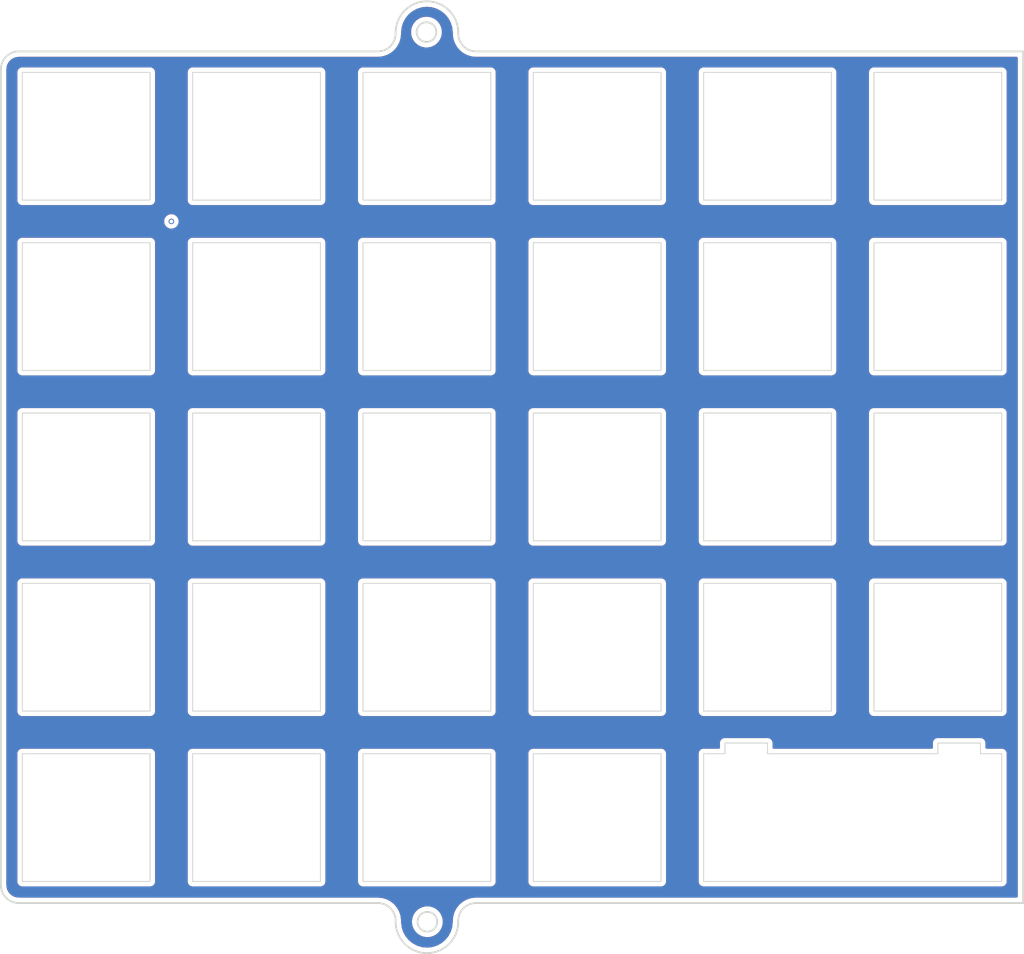
<source format=kicad_pcb>
(kicad_pcb (version 20171130) (host pcbnew "(5.1.10-1-10_14)")

  (general
    (thickness 1.6)
    (drawings 381)
    (tracks 1)
    (zones 0)
    (modules 0)
    (nets 1)
  )

  (page A4)
  (layers
    (0 F.Cu signal)
    (31 B.Cu signal)
    (32 B.Adhes user hide)
    (33 F.Adhes user hide)
    (34 B.Paste user hide)
    (35 F.Paste user hide)
    (36 B.SilkS user hide)
    (37 F.SilkS user hide)
    (38 B.Mask user)
    (39 F.Mask user)
    (40 Dwgs.User user hide)
    (41 Cmts.User user hide)
    (42 Eco1.User user hide)
    (43 Eco2.User user hide)
    (44 Edge.Cuts user)
    (45 Margin user hide)
    (46 B.CrtYd user hide)
    (47 F.CrtYd user hide)
    (48 B.Fab user hide)
    (49 F.Fab user hide)
  )

  (setup
    (last_trace_width 0.25)
    (trace_clearance 0.2)
    (zone_clearance 0.508)
    (zone_45_only no)
    (trace_min 0.2)
    (via_size 0.6)
    (via_drill 0.4)
    (via_min_size 0.4)
    (via_min_drill 0.3)
    (uvia_size 0.3)
    (uvia_drill 0.1)
    (uvias_allowed no)
    (uvia_min_size 0.2)
    (uvia_min_drill 0.1)
    (edge_width 0.1)
    (segment_width 0.2)
    (pcb_text_width 0.3)
    (pcb_text_size 1.5 1.5)
    (mod_edge_width 0.15)
    (mod_text_size 1 1)
    (mod_text_width 0.15)
    (pad_size 2.2 2.2)
    (pad_drill 2.2)
    (pad_to_mask_clearance 0)
    (aux_axis_origin 0 0)
    (visible_elements FFFFF77F)
    (pcbplotparams
      (layerselection 0x010fc_ffffffff)
      (usegerberextensions true)
      (usegerberattributes true)
      (usegerberadvancedattributes true)
      (creategerberjobfile false)
      (excludeedgelayer true)
      (linewidth 0.100000)
      (plotframeref false)
      (viasonmask false)
      (mode 1)
      (useauxorigin false)
      (hpglpennumber 1)
      (hpglpenspeed 20)
      (hpglpendiameter 15.000000)
      (psnegative false)
      (psa4output false)
      (plotreference true)
      (plotvalue true)
      (plotinvisibletext false)
      (padsonsilk false)
      (subtractmaskfromsilk false)
      (outputformat 1)
      (mirror false)
      (drillshape 0)
      (scaleselection 1)
      (outputdirectory "gerbers"))
  )

  (net 0 "")

  (net_class Default "This is the default net class."
    (clearance 0.2)
    (trace_width 0.25)
    (via_dia 0.6)
    (via_drill 0.4)
    (uvia_dia 0.3)
    (uvia_drill 0.1)
  )

  (gr_line (start 103.602207 39.800004) (end 103.602207 135.050129) (layer Edge.Cuts) (width 0.2) (tstamp 6117FED5))
  (gr_line (start 31.417717 135.050129) (end -8.733457 135.050128) (layer Edge.Cuts) (width 0.2) (tstamp 6117FAED))
  (gr_line (start -10.733457 133.050129) (end -10.733457 41.800004) (layer Edge.Cuts) (width 0.2) (tstamp 6117FAC3))
  (gr_arc (start -8.733457 41.800004) (end -8.733457 39.800004) (angle -90) (layer Edge.Cuts) (width 0.2) (tstamp 6117FAC4))
  (gr_circle (center 36.865928 37.642052) (end 37.965927 37.642052) (layer Edge.Cuts) (width 0.2) (tstamp 6117FAF4))
  (gr_circle (center 36.965928 137.142052) (end 38.065928 137.142052) (layer Edge.Cuts) (width 0.2) (tstamp 6117FAEF))
  (gr_arc (start -8.733457 133.050128) (end -10.733457 133.050129) (angle -90) (layer Edge.Cuts) (width 0.2) (tstamp 6117FAEE))
  (gr_arc (start 31.417716 137.050129) (end 33.417717 137.050129) (angle -90) (layer Edge.Cuts) (width 0.2) (tstamp 6117FAEC))
  (gr_line (start 33.417717 137.150129) (end 33.417717 137.050129) (layer Edge.Cuts) (width 0.2) (tstamp 6117FAEB))
  (gr_arc (start 36.917717 137.150129) (end 33.417717 137.150129) (angle -180) (layer Edge.Cuts) (width 0.2) (tstamp 6117FAEA))
  (gr_line (start 40.417717 137.050129) (end 40.417717 137.150129) (layer Edge.Cuts) (width 0.2) (tstamp 6117FAE9))
  (gr_arc (start 42.417717 137.050129) (end 42.417717 135.050129) (angle -90) (layer Edge.Cuts) (width 0.2) (tstamp 6117FAE8))
  (gr_line (start 103.602207 135.050129) (end 42.417717 135.050129) (layer Edge.Cuts) (width 0.2) (tstamp 6117FAE7))
  (gr_line (start 42.395401 39.800004) (end 103.602207 39.800004) (layer Edge.Cuts) (width 0.2) (tstamp 6117FACB))
  (gr_arc (start 42.417716 37.800128) (end 40.417717 37.800128) (angle -89.36070852) (layer Edge.Cuts) (width 0.2) (tstamp 6117FACA))
  (gr_line (start 40.417717 37.700129) (end 40.417717 37.800128) (layer Edge.Cuts) (width 0.2) (tstamp 6117FAC9))
  (gr_arc (start 36.917717 37.700129) (end 40.417717 37.700129) (angle -180) (layer Edge.Cuts) (width 0.2) (tstamp 6117FAC8))
  (gr_line (start 33.417717 37.800129) (end 33.417717 37.700129) (layer Edge.Cuts) (width 0.2) (tstamp 6117FAC7))
  (gr_arc (start 31.417716 37.800128) (end 31.440032 39.800004) (angle -89.36070852) (layer Edge.Cuts) (width 0.2) (tstamp 6117FAC6))
  (gr_line (start -8.733457 39.800004) (end 31.440032 39.800004) (layer Edge.Cuts) (width 0.2) (tstamp 6117FAC5))
  (gr_poly (pts (xy 101.203125 75.485625) (xy 101.203125 61.198125) (xy 102.39375 60.0075) (xy 102.39375 76.67625)) (layer B.Mask) (width 0.1) (tstamp 60FD7626))
  (gr_poly (pts (xy 48.815625 75.485625) (xy 63.103125 75.485625) (xy 64.29375 76.67625) (xy 47.625 76.67625)) (layer F.Mask) (width 0.1) (tstamp 60FD7625))
  (gr_poly (pts (xy 48.815625 61.198125) (xy 48.815625 75.485625) (xy 47.625 76.67625) (xy 47.625 60.0075)) (layer F.Mask) (width 0.1) (tstamp 60FD7624))
  (gr_poly (pts (xy 44.053125 75.485625) (xy 44.053125 61.198125) (xy 45.24375 60.0075) (xy 45.24375 76.67625)) (layer B.Mask) (width 0.1) (tstamp 60FD7623))
  (gr_poly (pts (xy 10.715625 61.198125) (xy 10.715625 75.485625) (xy 9.525 76.67625) (xy 9.525 60.0075)) (layer F.Mask) (width 0.1) (tstamp 60FD762F))
  (gr_poly (pts (xy 86.915625 75.485625) (xy 101.203125 75.485625) (xy 102.39375 76.67625) (xy 85.725 76.67625)) (layer B.Mask) (width 0.1) (tstamp 60FD762E))
  (gr_poly (pts (xy 29.765625 61.198125) (xy 29.765625 75.485625) (xy 28.575 76.67625) (xy 28.575 60.0075)) (layer B.Mask) (width 0.1) (tstamp 60FD762D))
  (gr_poly (pts (xy 44.053125 61.198125) (xy 29.765625 61.198125) (xy 28.575 60.0075) (xy 45.24375 60.0075)) (layer B.Mask) (width 0.1) (tstamp 60FD762C))
  (gr_poly (pts (xy 67.865625 61.198125) (xy 67.865625 75.485625) (xy 66.675 76.67625) (xy 66.675 60.0075)) (layer F.Mask) (width 0.1) (tstamp 60FD7628))
  (gr_poly (pts (xy 82.153125 75.485625) (xy 82.153125 61.198125) (xy 83.34375 60.0075) (xy 83.34375 76.67625)) (layer F.Mask) (width 0.1) (tstamp 60FD7627))
  (gr_poly (pts (xy 29.765625 75.485625) (xy 44.053125 75.485625) (xy 45.24375 76.67625) (xy 28.575 76.67625)) (layer B.Mask) (width 0.1) (tstamp 60FD762B))
  (gr_poly (pts (xy 10.715625 75.485625) (xy 25.003125 75.485625) (xy 26.19375 76.67625) (xy 9.525 76.67625)) (layer F.Mask) (width 0.1) (tstamp 60FD762A))
  (gr_poly (pts (xy 101.203125 75.485625) (xy 101.203125 61.198125) (xy 102.39375 60.0075) (xy 102.39375 76.67625)) (layer F.Mask) (width 0.1) (tstamp 60FD7629))
  (gr_poly (pts (xy 63.103125 75.485625) (xy 63.103125 61.198125) (xy 64.29375 60.0075) (xy 64.29375 76.67625)) (layer B.Mask) (width 0.1) (tstamp 60FD763F))
  (gr_poly (pts (xy 67.865625 75.485625) (xy 82.153125 75.485625) (xy 83.34375 76.67625) (xy 66.675 76.67625)) (layer F.Mask) (width 0.1) (tstamp 60FD7634))
  (gr_poly (pts (xy 82.153125 61.198125) (xy 67.865625 61.198125) (xy 66.675 60.0075) (xy 83.34375 60.0075)) (layer F.Mask) (width 0.1) (tstamp 60FD7633))
  (gr_poly (pts (xy 5.953125 75.485625) (xy 5.953125 61.198125) (xy 7.14375 60.0075) (xy 7.14375 76.67625)) (layer B.Mask) (width 0.1) (tstamp 60FD7632))
  (gr_poly (pts (xy -8.334375 61.198125) (xy -8.334375 75.485625) (xy -9.525 76.67625) (xy -9.525 60.0075)) (layer B.Mask) (width 0.1) (tstamp 60FD7631))
  (gr_poly (pts (xy 82.153125 61.198125) (xy 67.865625 61.198125) (xy 66.675 60.0075) (xy 83.34375 60.0075)) (layer B.Mask) (width 0.1) (tstamp 60FD7630))
  (gr_poly (pts (xy 86.915625 61.198125) (xy 86.915625 75.485625) (xy 85.725 76.67625) (xy 85.725 60.0075)) (layer F.Mask) (width 0.1) (tstamp 60FD7638))
  (gr_poly (pts (xy 5.953125 75.485625) (xy 5.953125 61.198125) (xy 7.14375 60.0075) (xy 7.14375 76.67625)) (layer F.Mask) (width 0.1) (tstamp 60FD7637))
  (gr_poly (pts (xy 25.003125 61.198125) (xy 10.715625 61.198125) (xy 9.525 60.0075) (xy 26.19375 60.0075)) (layer F.Mask) (width 0.1) (tstamp 60FD7636))
  (gr_poly (pts (xy 25.003125 61.198125) (xy 10.715625 61.198125) (xy 9.525 60.0075) (xy 26.19375 60.0075)) (layer B.Mask) (width 0.1) (tstamp 60FD7635))
  (gr_poly (pts (xy -8.334375 75.485625) (xy 5.953125 75.485625) (xy 7.14375 76.67625) (xy -9.525 76.67625)) (layer B.Mask) (width 0.1) (tstamp 60FD761E))
  (gr_poly (pts (xy 44.053125 61.198125) (xy 29.765625 61.198125) (xy 28.575 60.0075) (xy 45.24375 60.0075)) (layer F.Mask) (width 0.1) (tstamp 60FD761D))
  (gr_poly (pts (xy 63.103125 75.485625) (xy 63.103125 61.198125) (xy 64.29375 60.0075) (xy 64.29375 76.67625)) (layer F.Mask) (width 0.1) (tstamp 60FD761C))
  (gr_poly (pts (xy 25.003125 75.485625) (xy 25.003125 61.198125) (xy 26.19375 60.0075) (xy 26.19375 76.67625)) (layer F.Mask) (width 0.1) (tstamp 60FD761B))
  (gr_poly (pts (xy 101.203125 42.148125) (xy 86.915625 42.148125) (xy 85.725 40.9575) (xy 102.39375 40.9575)) (layer B.Mask) (width 0.1) (tstamp 60FD71C1))
  (gr_poly (pts (xy 67.865625 75.485625) (xy 82.153125 75.485625) (xy 83.34375 76.67625) (xy 66.675 76.67625)) (layer B.Mask) (width 0.1) (tstamp 60FD7622))
  (gr_poly (pts (xy 82.153125 75.485625) (xy 82.153125 61.198125) (xy 83.34375 60.0075) (xy 83.34375 76.67625)) (layer B.Mask) (width 0.1) (tstamp 60FD7621))
  (gr_poly (pts (xy 67.865625 61.198125) (xy 67.865625 75.485625) (xy 66.675 76.67625) (xy 66.675 60.0075)) (layer B.Mask) (width 0.1) (tstamp 60FD7620))
  (gr_poly (pts (xy 5.953125 61.198125) (xy -8.334375 61.198125) (xy -9.525 60.0075) (xy 7.14375 60.0075)) (layer B.Mask) (width 0.1) (tstamp 60FD761F))
  (gr_poly (pts (xy 86.915625 56.435625) (xy 101.203125 56.435625) (xy 102.39375 57.62625) (xy 85.725 57.62625)) (layer B.Mask) (width 0.1) (tstamp 60FD71C0))
  (gr_poly (pts (xy 101.203125 56.435625) (xy 101.203125 42.148125) (xy 102.39375 40.9575) (xy 102.39375 57.62625)) (layer B.Mask) (width 0.1) (tstamp 60FD71BF))
  (gr_poly (pts (xy 86.915625 42.148125) (xy 86.915625 56.435625) (xy 85.725 57.62625) (xy 85.725 40.9575)) (layer B.Mask) (width 0.1) (tstamp 60FD71BE))
  (gr_poly (pts (xy 82.153125 42.148125) (xy 67.865625 42.148125) (xy 66.675 40.9575) (xy 83.34375 40.9575)) (layer B.Mask) (width 0.1) (tstamp 60FD71C1))
  (gr_poly (pts (xy 67.865625 56.435625) (xy 82.153125 56.435625) (xy 83.34375 57.62625) (xy 66.675 57.62625)) (layer B.Mask) (width 0.1) (tstamp 60FD71C0))
  (gr_poly (pts (xy 82.153125 56.435625) (xy 82.153125 42.148125) (xy 83.34375 40.9575) (xy 83.34375 57.62625)) (layer B.Mask) (width 0.1) (tstamp 60FD71BF))
  (gr_poly (pts (xy 67.865625 42.148125) (xy 67.865625 56.435625) (xy 66.675 57.62625) (xy 66.675 40.9575)) (layer B.Mask) (width 0.1) (tstamp 60FD71BE))
  (gr_poly (pts (xy 63.103125 42.148125) (xy 48.815625 42.148125) (xy 47.625 40.9575) (xy 64.29375 40.9575)) (layer B.Mask) (width 0.1) (tstamp 60FD71C1))
  (gr_poly (pts (xy 48.815625 56.435625) (xy 63.103125 56.435625) (xy 64.29375 57.62625) (xy 47.625 57.62625)) (layer B.Mask) (width 0.1) (tstamp 60FD71C0))
  (gr_poly (pts (xy 63.103125 56.435625) (xy 63.103125 42.148125) (xy 64.29375 40.9575) (xy 64.29375 57.62625)) (layer B.Mask) (width 0.1) (tstamp 60FD71BF))
  (gr_poly (pts (xy 48.815625 42.148125) (xy 48.815625 56.435625) (xy 47.625 57.62625) (xy 47.625 40.9575)) (layer B.Mask) (width 0.1) (tstamp 60FD71BE))
  (gr_poly (pts (xy 44.053125 42.148125) (xy 29.765625 42.148125) (xy 28.575 40.9575) (xy 45.24375 40.9575)) (layer B.Mask) (width 0.1) (tstamp 60FD71C1))
  (gr_poly (pts (xy 29.765625 56.435625) (xy 44.053125 56.435625) (xy 45.24375 57.62625) (xy 28.575 57.62625)) (layer B.Mask) (width 0.1) (tstamp 60FD71C0))
  (gr_poly (pts (xy 44.053125 56.435625) (xy 44.053125 42.148125) (xy 45.24375 40.9575) (xy 45.24375 57.62625)) (layer B.Mask) (width 0.1) (tstamp 60FD71BF))
  (gr_poly (pts (xy 29.765625 42.148125) (xy 29.765625 56.435625) (xy 28.575 57.62625) (xy 28.575 40.9575)) (layer B.Mask) (width 0.1) (tstamp 60FD71BE))
  (gr_poly (pts (xy 25.003125 42.148125) (xy 10.715625 42.148125) (xy 9.525 40.9575) (xy 26.19375 40.9575)) (layer B.Mask) (width 0.1) (tstamp 60FD71C1))
  (gr_poly (pts (xy 10.715625 56.435625) (xy 25.003125 56.435625) (xy 26.19375 57.62625) (xy 9.525 57.62625)) (layer B.Mask) (width 0.1) (tstamp 60FD71C0))
  (gr_poly (pts (xy 25.003125 56.435625) (xy 25.003125 42.148125) (xy 26.19375 40.9575) (xy 26.19375 57.62625)) (layer B.Mask) (width 0.1) (tstamp 60FD71BF))
  (gr_poly (pts (xy 10.715625 42.148125) (xy 10.715625 56.435625) (xy 9.525 57.62625) (xy 9.525 40.9575)) (layer B.Mask) (width 0.1) (tstamp 60FD71BE))
  (gr_poly (pts (xy -8.334375 56.435625) (xy 5.953125 56.435625) (xy 7.14375 57.62625) (xy -9.525 57.62625)) (layer B.Mask) (width 0.1) (tstamp 60FD7138))
  (gr_poly (pts (xy 5.953125 42.148125) (xy -8.334375 42.148125) (xy -9.525 40.9575) (xy 7.14375 40.9575)) (layer B.Mask) (width 0.1) (tstamp 60FD7137))
  (gr_poly (pts (xy -8.334375 42.148125) (xy -8.334375 56.435625) (xy -9.525 57.62625) (xy -9.525 40.9575)) (layer B.Mask) (width 0.1) (tstamp 60FD7136))
  (gr_poly (pts (xy 5.953125 56.435625) (xy 5.953125 42.148125) (xy 7.14375 40.9575) (xy 7.14375 57.62625)) (layer B.Mask) (width 0.1) (tstamp 60FD7135))
  (gr_poly (pts (xy 86.915625 56.435625) (xy 101.203125 56.435625) (xy 102.39375 57.62625) (xy 85.725 57.62625)) (layer F.Mask) (width 0.1) (tstamp 60FD7138))
  (gr_poly (pts (xy 101.203125 42.148125) (xy 86.915625 42.148125) (xy 85.725 40.9575) (xy 102.39375 40.9575)) (layer F.Mask) (width 0.1) (tstamp 60FD7137))
  (gr_poly (pts (xy 86.915625 42.148125) (xy 86.915625 56.435625) (xy 85.725 57.62625) (xy 85.725 40.9575)) (layer F.Mask) (width 0.1) (tstamp 60FD7136))
  (gr_poly (pts (xy 101.203125 56.435625) (xy 101.203125 42.148125) (xy 102.39375 40.9575) (xy 102.39375 57.62625)) (layer F.Mask) (width 0.1) (tstamp 60FD7135))
  (gr_poly (pts (xy 67.865625 56.435625) (xy 82.153125 56.435625) (xy 83.34375 57.62625) (xy 66.675 57.62625)) (layer F.Mask) (width 0.1) (tstamp 60FD7138))
  (gr_poly (pts (xy 82.153125 42.148125) (xy 67.865625 42.148125) (xy 66.675 40.9575) (xy 83.34375 40.9575)) (layer F.Mask) (width 0.1) (tstamp 60FD7137))
  (gr_poly (pts (xy 67.865625 42.148125) (xy 67.865625 56.435625) (xy 66.675 57.62625) (xy 66.675 40.9575)) (layer F.Mask) (width 0.1) (tstamp 60FD7136))
  (gr_poly (pts (xy 82.153125 56.435625) (xy 82.153125 42.148125) (xy 83.34375 40.9575) (xy 83.34375 57.62625)) (layer F.Mask) (width 0.1) (tstamp 60FD7135))
  (gr_poly (pts (xy 48.815625 56.435625) (xy 63.103125 56.435625) (xy 64.29375 57.62625) (xy 47.625 57.62625)) (layer F.Mask) (width 0.1) (tstamp 60FD7138))
  (gr_poly (pts (xy 63.103125 42.148125) (xy 48.815625 42.148125) (xy 47.625 40.9575) (xy 64.29375 40.9575)) (layer F.Mask) (width 0.1) (tstamp 60FD7137))
  (gr_poly (pts (xy 48.815625 42.148125) (xy 48.815625 56.435625) (xy 47.625 57.62625) (xy 47.625 40.9575)) (layer F.Mask) (width 0.1) (tstamp 60FD7136))
  (gr_poly (pts (xy 63.103125 56.435625) (xy 63.103125 42.148125) (xy 64.29375 40.9575) (xy 64.29375 57.62625)) (layer F.Mask) (width 0.1) (tstamp 60FD7135))
  (gr_poly (pts (xy 29.765625 56.435625) (xy 44.053125 56.435625) (xy 45.24375 57.62625) (xy 28.575 57.62625)) (layer F.Mask) (width 0.1) (tstamp 60FD7138))
  (gr_poly (pts (xy 44.053125 42.148125) (xy 29.765625 42.148125) (xy 28.575 40.9575) (xy 45.24375 40.9575)) (layer F.Mask) (width 0.1) (tstamp 60FD7137))
  (gr_poly (pts (xy 29.765625 42.148125) (xy 29.765625 56.435625) (xy 28.575 57.62625) (xy 28.575 40.9575)) (layer F.Mask) (width 0.1) (tstamp 60FD7136))
  (gr_poly (pts (xy 44.053125 56.435625) (xy 44.053125 42.148125) (xy 45.24375 40.9575) (xy 45.24375 57.62625)) (layer F.Mask) (width 0.1) (tstamp 60FD7135))
  (gr_poly (pts (xy 10.715625 56.435625) (xy 25.003125 56.435625) (xy 26.19375 57.62625) (xy 9.525 57.62625)) (layer F.Mask) (width 0.1) (tstamp 60FD7138))
  (gr_poly (pts (xy 25.003125 42.148125) (xy 10.715625 42.148125) (xy 9.525 40.9575) (xy 26.19375 40.9575)) (layer F.Mask) (width 0.1) (tstamp 60FD7137))
  (gr_poly (pts (xy 10.715625 42.148125) (xy 10.715625 56.435625) (xy 9.525 57.62625) (xy 9.525 40.9575)) (layer F.Mask) (width 0.1) (tstamp 60FD7136))
  (gr_poly (pts (xy 25.003125 56.435625) (xy 25.003125 42.148125) (xy 26.19375 40.9575) (xy 26.19375 57.62625)) (layer F.Mask) (width 0.1) (tstamp 60FD7135))
  (gr_poly (pts (xy 5.953125 56.435625) (xy 5.953125 42.148125) (xy 7.14375 40.9575) (xy 7.14375 57.62625)) (layer F.Mask) (width 0.1) (tstamp 60FD6131))
  (gr_poly (pts (xy -8.334375 42.148125) (xy -8.334375 56.435625) (xy -9.525 57.62625) (xy -9.525 40.9575)) (layer F.Mask) (width 0.1) (tstamp 60FD6130))
  (gr_poly (pts (xy -8.334375 56.435625) (xy 5.953125 56.435625) (xy 7.14375 57.62625) (xy -9.525 57.62625)) (layer F.Mask) (width 0.1) (tstamp 60FD6121))
  (gr_poly (pts (xy 5.953125 42.148125) (xy -8.334375 42.148125) (xy -9.525 40.9575) (xy 7.14375 40.9575)) (layer F.Mask) (width 0.1))
  (gr_line (start 5.953125 42.148125) (end -8.334375 42.148125) (layer Edge.Cuts) (width 0.1) (tstamp 60C7C273))
  (gr_line (start -8.334375 42.148125) (end -8.334375 56.435625) (layer Edge.Cuts) (width 0.1) (tstamp 60C7C276))
  (gr_line (start 44.053125 61.198125) (end 29.765625 61.198125) (layer Edge.Cuts) (width 0.1) (tstamp 60C7C279))
  (gr_line (start 10.715625 75.485625) (end 25.003125 75.485625) (layer Edge.Cuts) (width 0.1) (tstamp 60C7C27C))
  (gr_line (start 82.153125 42.148125) (end 82.153125 56.435625) (layer Edge.Cuts) (width 0.1) (tstamp 60C7C27F))
  (gr_line (start 82.153125 56.435625) (end 67.865625 56.435625) (layer Edge.Cuts) (width 0.1) (tstamp 60C7C282))
  (gr_line (start -8.334375 113.585625) (end 5.953125 113.585625) (layer Edge.Cuts) (width 0.1) (tstamp 60C7C285))
  (gr_line (start 5.953125 99.298125) (end -8.334375 99.298125) (layer Edge.Cuts) (width 0.1) (tstamp 60C7C288))
  (gr_line (start 48.815625 56.435625) (end 48.815625 42.148125) (layer Edge.Cuts) (width 0.1) (tstamp 60C7C28B))
  (gr_line (start 48.815625 42.148125) (end 63.103125 42.148125) (layer Edge.Cuts) (width 0.1) (tstamp 60C7C28E))
  (gr_line (start 44.053125 42.148125) (end 29.765625 42.148125) (layer Edge.Cuts) (width 0.1) (tstamp 60C7C291))
  (gr_line (start 29.765625 42.148125) (end 29.765625 56.435625) (layer Edge.Cuts) (width 0.1) (tstamp 60C7C294))
  (gr_line (start 29.765625 56.435625) (end 44.053125 56.435625) (layer Edge.Cuts) (width 0.1) (tstamp 60C7C297))
  (gr_line (start 44.053125 56.435625) (end 44.053125 42.148125) (layer Edge.Cuts) (width 0.1) (tstamp 60C7C29A))
  (gr_line (start 25.003125 42.148125) (end 10.715625 42.148125) (layer Edge.Cuts) (width 0.1) (tstamp 60C7C29D))
  (gr_line (start 10.715625 42.148125) (end 10.715625 56.435625) (layer Edge.Cuts) (width 0.1) (tstamp 60C7C2A0))
  (gr_line (start 67.865625 56.435625) (end 67.865625 42.148125) (layer Edge.Cuts) (width 0.1) (tstamp 60C7C2A3))
  (gr_line (start 67.865625 42.148125) (end 82.153125 42.148125) (layer Edge.Cuts) (width 0.1) (tstamp 60C7C2A6))
  (gr_line (start -8.334375 56.435625) (end 5.953125 56.435625) (layer Edge.Cuts) (width 0.1) (tstamp 60C7C2A9))
  (gr_line (start -8.334375 75.485625) (end 5.953125 75.485625) (layer Edge.Cuts) (width 0.1) (tstamp 60C7C2AC))
  (gr_line (start 10.715625 56.435625) (end 25.003125 56.435625) (layer Edge.Cuts) (width 0.1) (tstamp 60C7C2AF))
  (gr_line (start 25.003125 56.435625) (end 25.003125 42.148125) (layer Edge.Cuts) (width 0.1) (tstamp 60C7C2B2))
  (gr_line (start 5.953125 56.435625) (end 5.953125 42.148125) (layer Edge.Cuts) (width 0.1) (tstamp 60C7C2B5))
  (gr_line (start 101.203125 132.635625) (end 101.203125 118.348125) (layer Edge.Cuts) (width 0.1) (tstamp 60C7C2B8))
  (gr_line (start 70.246761 118.348233) (end 67.865509 118.348233) (layer Edge.Cuts) (width 0.1) (tstamp 60C7C2BB))
  (gr_line (start 75.009265 117.157607) (end 75.009265 118.348233) (layer Edge.Cuts) (width 0.1) (tstamp 60C7C2BE))
  (gr_line (start 98.821785 117.157607) (end 98.821785 118.348233) (layer Edge.Cuts) (width 0.1) (tstamp 60C7C2C1))
  (gr_line (start 70.246761 118.348233) (end 70.246761 117.157607) (layer Edge.Cuts) (width 0.1) (tstamp 60C7C2C4))
  (gr_line (start 101.203125 118.348125) (end 98.821785 118.348233) (layer Edge.Cuts) (width 0.1) (tstamp 60C7C2C7))
  (gr_line (start 94.059281 118.348233) (end 94.059281 117.157607) (layer Edge.Cuts) (width 0.1) (tstamp 60C7C2CA))
  (gr_line (start 101.203125 61.198125) (end 86.915625 61.198125) (layer Edge.Cuts) (width 0.1) (tstamp 60C7C2D0))
  (gr_line (start 82.153125 61.198125) (end 82.153125 75.485625) (layer Edge.Cuts) (width 0.1) (tstamp 60C7C2D3))
  (gr_line (start 86.915625 75.485625) (end 101.203125 75.485625) (layer Edge.Cuts) (width 0.1) (tstamp 60C7C2D6))
  (gr_line (start 48.815625 61.198125) (end 63.103125 61.198125) (layer Edge.Cuts) (width 0.1) (tstamp 60C7C2DF))
  (gr_line (start 86.915625 80.248125) (end 86.915625 94.535625) (layer Edge.Cuts) (width 0.1) (tstamp 60C7C2E2))
  (gr_line (start 29.765625 61.198125) (end 29.765625 75.485625) (layer Edge.Cuts) (width 0.1) (tstamp 60C7C2E5))
  (gr_line (start 101.203125 75.485625) (end 101.203125 61.198125) (layer Edge.Cuts) (width 0.1) (tstamp 60C7C2E8))
  (gr_line (start -8.334375 61.198125) (end -8.334375 75.485625) (layer Edge.Cuts) (width 0.1) (tstamp 60C7C2EB))
  (gr_line (start -8.334375 94.535713) (end 5.953125 94.535713) (layer Edge.Cuts) (width 0.1) (tstamp 60C7C2EE))
  (gr_line (start 29.765625 94.535625) (end 44.053125 94.535625) (layer Edge.Cuts) (width 0.1) (tstamp 60C7C2F1))
  (gr_line (start 25.003125 94.535625) (end 25.003125 80.248125) (layer Edge.Cuts) (width 0.1) (tstamp 60C7C2F4))
  (gr_line (start 101.203125 42.148125) (end 86.915625 42.148125) (layer Edge.Cuts) (width 0.1) (tstamp 60C7C2F7))
  (gr_line (start 10.715625 80.248125) (end 10.715625 94.535625) (layer Edge.Cuts) (width 0.1) (tstamp 60C7C2FA))
  (gr_line (start 5.953125 94.535625) (end 5.953125 80.248125) (layer Edge.Cuts) (width 0.1) (tstamp 60C7C2FD))
  (gr_line (start 5.953125 75.485625) (end 5.953125 61.198125) (layer Edge.Cuts) (width 0.1) (tstamp 60C7C300))
  (gr_line (start 67.865625 99.298125) (end 82.153125 99.298125) (layer Edge.Cuts) (width 0.1) (tstamp 60C7C303))
  (gr_line (start 29.765625 132.635625) (end 44.053125 132.635625) (layer Edge.Cuts) (width 0.1) (tstamp 60C7C306))
  (gr_line (start 10.715625 113.585625) (end 25.003125 113.585625) (layer Edge.Cuts) (width 0.1) (tstamp 60C7C309))
  (gr_line (start 82.153125 99.298125) (end 82.153125 113.585625) (layer Edge.Cuts) (width 0.1) (tstamp 60C7C30C))
  (gr_line (start 101.203125 113.585625) (end 101.203125 99.298125) (layer Edge.Cuts) (width 0.1) (tstamp 60C7C30F))
  (gr_line (start 63.103125 99.298125) (end 63.103125 113.585625) (layer Edge.Cuts) (width 0.1) (tstamp 60C7C312))
  (gr_line (start 29.765625 80.248125) (end 29.765625 94.535625) (layer Edge.Cuts) (width 0.1) (tstamp 60C7C315))
  (gr_line (start 29.765625 99.298125) (end 29.765625 113.585625) (layer Edge.Cuts) (width 0.1) (tstamp 60C7C318))
  (gr_line (start 82.153125 94.535625) (end 67.865625 94.535625) (layer Edge.Cuts) (width 0.1) (tstamp 60C7C31B))
  (gr_line (start 86.915625 99.298125) (end 86.915625 113.585625) (layer Edge.Cuts) (width 0.1) (tstamp 60C7C31E))
  (gr_line (start 101.203125 94.535625) (end 101.203125 80.248125) (layer Edge.Cuts) (width 0.1) (tstamp 60C7C321))
  (gr_line (start 29.765625 113.585625) (end 44.053125 113.585625) (layer Edge.Cuts) (width 0.1) (tstamp 60C7C324))
  (gr_line (start 94.059281 118.348233) (end 75.009265 118.348233) (layer Edge.Cuts) (width 0.1) (tstamp 60C7C327))
  (gr_line (start 63.103125 113.585625) (end 48.815625 113.585625) (layer Edge.Cuts) (width 0.1) (tstamp 60C7C32A))
  (gr_line (start 10.715625 118.348125) (end 10.715625 132.635625) (layer Edge.Cuts) (width 0.1) (tstamp 60C7C32D))
  (gr_line (start 44.053125 113.585625) (end 44.053125 99.298125) (layer Edge.Cuts) (width 0.1) (tstamp 60C7C330))
  (gr_line (start 44.053125 132.635625) (end 44.053125 118.348125) (layer Edge.Cuts) (width 0.1) (tstamp 60C7C333))
  (gr_line (start 25.003125 113.585625) (end 25.003125 99.298125) (layer Edge.Cuts) (width 0.1) (tstamp 60C7C336))
  (gr_line (start 48.815625 132.635625) (end 48.815625 118.348125) (layer Edge.Cuts) (width 0.1) (tstamp 60C7C339))
  (gr_line (start 67.865625 113.585625) (end 67.865625 99.298125) (layer Edge.Cuts) (width 0.1) (tstamp 60C7C33C))
  (gr_line (start 63.103125 132.635625) (end 48.815625 132.635625) (layer Edge.Cuts) (width 0.1) (tstamp 60C7C33F))
  (gr_line (start 82.153125 113.585625) (end 67.865625 113.585625) (layer Edge.Cuts) (width 0.1) (tstamp 60C7C342))
  (gr_line (start 10.715625 132.635625) (end 25.003125 132.635625) (layer Edge.Cuts) (width 0.1) (tstamp 60C7C345))
  (gr_line (start 48.815625 99.298125) (end 63.103125 99.298125) (layer Edge.Cuts) (width 0.1) (tstamp 60C7C348))
  (gr_line (start 25.003125 132.635625) (end 25.003125 118.348125) (layer Edge.Cuts) (width 0.1) (tstamp 60C7C34B))
  (gr_line (start 48.815625 113.585625) (end 48.815625 99.298125) (layer Edge.Cuts) (width 0.1) (tstamp 60C7C34E))
  (gr_line (start 48.815625 94.535625) (end 48.815625 80.248125) (layer Edge.Cuts) (width 0.1) (tstamp 60C7C351))
  (gr_line (start 63.103125 80.248125) (end 63.103125 94.535625) (layer Edge.Cuts) (width 0.1) (tstamp 60C7C354))
  (gr_line (start 48.815625 80.248125) (end 63.103125 80.248125) (layer Edge.Cuts) (width 0.1) (tstamp 60C7C357))
  (gr_line (start 25.003125 99.298125) (end 10.715625 99.298125) (layer Edge.Cuts) (width 0.1) (tstamp 60C7C35A))
  (gr_line (start 63.103125 56.435625) (end 48.815625 56.435625) (layer Edge.Cuts) (width 0.1) (tstamp 60C7C35D))
  (gr_line (start 101.203125 99.298125) (end 86.915625 99.298125) (layer Edge.Cuts) (width 0.1) (tstamp 60C7C360))
  (gr_line (start 44.053125 99.298125) (end 29.765625 99.298125) (layer Edge.Cuts) (width 0.1) (tstamp 60C7C363))
  (gr_line (start 82.153125 80.248125) (end 82.153125 94.535625) (layer Edge.Cuts) (width 0.1) (tstamp 60C7C366))
  (gr_line (start 25.003125 80.248125) (end 10.715625 80.248125) (layer Edge.Cuts) (width 0.1) (tstamp 60C7C369))
  (gr_line (start 63.103125 42.148125) (end 63.103125 56.435625) (layer Edge.Cuts) (width 0.1) (tstamp 60C7C36C))
  (gr_line (start 67.865625 132.635625) (end 67.865625 118.348125) (layer Edge.Cuts) (width 0.1) (tstamp 60C7C36F))
  (gr_line (start 86.915625 42.148125) (end 86.915625 56.435625) (layer Edge.Cuts) (width 0.1) (tstamp 60C7C372))
  (gr_line (start 86.915625 56.435625) (end 101.203125 56.435625) (layer Edge.Cuts) (width 0.1) (tstamp 60C7C375))
  (gr_line (start 67.865625 132.635625) (end 101.203125 132.635625) (layer Edge.Cuts) (width 0.1) (tstamp 60C7C378))
  (gr_line (start 86.915625 61.198125) (end 86.915625 75.485625) (layer Edge.Cuts) (width 0.1) (tstamp 60C7C37B))
  (gr_line (start 67.865625 61.198125) (end 82.153125 61.198125) (layer Edge.Cuts) (width 0.1) (tstamp 60C7C37E))
  (gr_line (start 63.103125 75.485625) (end 48.815625 75.485625) (layer Edge.Cuts) (width 0.1) (tstamp 60C7C381))
  (gr_line (start 5.953125 132.635625) (end 5.953125 118.348125) (layer Edge.Cuts) (width 0.1) (tstamp 60C7C384))
  (gr_line (start 63.103125 118.348125) (end 63.103125 132.635625) (layer Edge.Cuts) (width 0.1) (tstamp 60C7C387))
  (gr_line (start 94.059281 117.157607) (end 98.821785 117.157607) (layer Edge.Cuts) (width 0.1) (tstamp 60C7C38A))
  (gr_line (start 86.915625 113.585625) (end 101.203125 113.585625) (layer Edge.Cuts) (width 0.1) (tstamp 60C7C390))
  (gr_line (start 10.715625 99.298125) (end 10.715625 113.585625) (layer Edge.Cuts) (width 0.1) (tstamp 60C7C393))
  (gr_line (start 29.765625 118.348125) (end 29.765625 132.635625) (layer Edge.Cuts) (width 0.1) (tstamp 60C7C396))
  (gr_line (start 25.003125 118.348125) (end 10.715625 118.348125) (layer Edge.Cuts) (width 0.1) (tstamp 60C7C399))
  (gr_line (start 44.053125 118.348125) (end 29.765625 118.348125) (layer Edge.Cuts) (width 0.1) (tstamp 60C7C39C))
  (gr_line (start 70.246761 117.157607) (end 75.009265 117.157607) (layer Edge.Cuts) (width 0.1) (tstamp 60C7C39F))
  (gr_line (start -8.334375 118.348125) (end -8.334375 132.635625) (layer Edge.Cuts) (width 0.1) (tstamp 60C7C3A2))
  (gr_line (start 5.953125 118.348125) (end -8.334375 118.348125) (layer Edge.Cuts) (width 0.1) (tstamp 60C7C3A5))
  (gr_line (start -8.334375 132.635625) (end 5.953125 132.635625) (layer Edge.Cuts) (width 0.1) (tstamp 60C7C3A8))
  (gr_line (start 5.953125 61.198125) (end -8.334375 61.198125) (layer Edge.Cuts) (width 0.1) (tstamp 60C7C3AB))
  (gr_line (start -8.334375 80.248125) (end -8.334375 94.535625) (layer Edge.Cuts) (width 0.1) (tstamp 60C7C3AE))
  (gr_line (start 5.953125 80.248125) (end -8.334375 80.248125) (layer Edge.Cuts) (width 0.1) (tstamp 60C7C3B1))
  (gr_line (start 101.203125 56.435625) (end 101.203125 42.148125) (layer Edge.Cuts) (width 0.1) (tstamp 60C7C3B4))
  (gr_line (start 63.103125 61.198125) (end 63.103125 75.485625) (layer Edge.Cuts) (width 0.1) (tstamp 60C7C3BD))
  (gr_line (start 67.865625 80.248125) (end 82.153125 80.248125) (layer Edge.Cuts) (width 0.1) (tstamp 60C7C3C0))
  (gr_line (start 44.053125 80.248125) (end 29.765625 80.248125) (layer Edge.Cuts) (width 0.1) (tstamp 60C7C3C3))
  (gr_line (start 48.815625 75.485625) (end 48.815625 61.198125) (layer Edge.Cuts) (width 0.1) (tstamp 60C7C3C6))
  (gr_line (start 67.865625 94.535625) (end 67.865625 80.248125) (layer Edge.Cuts) (width 0.1) (tstamp 60C7C3C9))
  (gr_line (start 101.203125 80.248125) (end 86.915625 80.248125) (layer Edge.Cuts) (width 0.1) (tstamp 60C7C3CC))
  (gr_line (start 44.053125 94.535625) (end 44.053125 80.248125) (layer Edge.Cuts) (width 0.1) (tstamp 60C7C3CF))
  (gr_line (start 86.915625 94.535625) (end 101.203125 94.535625) (layer Edge.Cuts) (width 0.1) (tstamp 60C7C3D2))
  (gr_line (start 63.103125 94.535625) (end 48.815625 94.535625) (layer Edge.Cuts) (width 0.1) (tstamp 60C7C3D5))
  (gr_line (start 67.865625 75.485625) (end 67.865625 61.198125) (layer Edge.Cuts) (width 0.1) (tstamp 60C7C3D8))
  (gr_line (start 25.003125 61.198125) (end 10.715625 61.198125) (layer Edge.Cuts) (width 0.1) (tstamp 60C7C3DB))
  (gr_line (start 10.715625 61.198125) (end 10.715625 75.485625) (layer Edge.Cuts) (width 0.1) (tstamp 60C7C3DE))
  (gr_line (start 5.953125 113.585625) (end 5.953125 99.298125) (layer Edge.Cuts) (width 0.1) (tstamp 60C7C3E1))
  (gr_line (start -8.334375 99.298125) (end -8.334375 113.585625) (layer Edge.Cuts) (width 0.1) (tstamp 60C7C3E7))
  (gr_line (start 10.715625 94.535625) (end 25.003125 94.535625) (layer Edge.Cuts) (width 0.1) (tstamp 60C7C3F3))
  (gr_line (start 44.053125 75.485625) (end 44.053125 61.198125) (layer Edge.Cuts) (width 0.1) (tstamp 60C7C3F6))
  (gr_line (start 29.765625 75.485625) (end 44.053125 75.485625) (layer Edge.Cuts) (width 0.1) (tstamp 60C7C3F9))
  (gr_line (start 25.003125 75.485625) (end 25.003125 61.198125) (layer Edge.Cuts) (width 0.1) (tstamp 60C7C3EA))
  (gr_line (start 82.153125 75.485625) (end 67.865625 75.485625) (layer Edge.Cuts) (width 0.1) (tstamp 60C7C3ED))
  (gr_line (start 48.815625 118.348125) (end 63.103125 118.348125) (layer Edge.Cuts) (width 0.1) (tstamp 60C7C3F0))
  (gr_poly (pts (xy 86.915625 75.485625) (xy 101.203125 75.485625) (xy 102.39375 76.67625) (xy 85.725 76.67625)) (layer F.Mask) (width 0.1) (tstamp 60FD763D))
  (gr_poly (pts (xy 101.203125 61.198125) (xy 86.915625 61.198125) (xy 85.725 60.0075) (xy 102.39375 60.0075)) (layer F.Mask) (width 0.1) (tstamp 60FD763C))
  (gr_poly (pts (xy 10.715625 75.485625) (xy 25.003125 75.485625) (xy 26.19375 76.67625) (xy 9.525 76.67625)) (layer B.Mask) (width 0.1) (tstamp 60FD763E))
  (gr_poly (pts (xy 63.103125 61.198125) (xy 48.815625 61.198125) (xy 47.625 60.0075) (xy 64.29375 60.0075)) (layer F.Mask) (width 0.1) (tstamp 60FD763B))
  (gr_poly (pts (xy 101.203125 61.198125) (xy 86.915625 61.198125) (xy 85.725 60.0075) (xy 102.39375 60.0075)) (layer B.Mask) (width 0.1) (tstamp 60FD763A))
  (gr_poly (pts (xy -8.334375 61.198125) (xy -8.334375 75.485625) (xy -9.525 76.67625) (xy -9.525 60.0075)) (layer F.Mask) (width 0.1) (tstamp 60FD7639))
  (gr_poly (pts (xy 29.765625 132.635625) (xy 44.053125 132.635625) (xy 45.24375 133.82625) (xy 28.575 133.82625)) (layer F.Mask) (width 0.1) (tstamp 60FD7645))
  (gr_poly (pts (xy 5.953125 118.348125) (xy -8.334375 118.348125) (xy -9.525 117.1575) (xy 7.14375 117.1575)) (layer F.Mask) (width 0.1) (tstamp 60FD7644))
  (gr_poly (pts (xy 63.103125 118.348125) (xy 48.815625 118.348125) (xy 47.625 117.1575) (xy 64.29375 117.1575)) (layer B.Mask) (width 0.1) (tstamp 60FD7643))
  (gr_poly (pts (xy 48.815625 118.348125) (xy 48.815625 132.635625) (xy 47.625 133.82625) (xy 47.625 117.1575)) (layer B.Mask) (width 0.1) (tstamp 60FD7642))
  (gr_poly (pts (xy 25.003125 132.635625) (xy 25.003125 118.348125) (xy 26.19375 117.1575) (xy 26.19375 133.82625)) (layer B.Mask) (width 0.1) (tstamp 60FD7641))
  (gr_poly (pts (xy 63.103125 132.635625) (xy 63.103125 118.348125) (xy 64.29375 117.1575) (xy 64.29375 133.82625)) (layer B.Mask) (width 0.1) (tstamp 60FD763F))
  (gr_poly (pts (xy 10.715625 132.635625) (xy 25.003125 132.635625) (xy 26.19375 133.82625) (xy 9.525 133.82625)) (layer B.Mask) (width 0.1) (tstamp 60FD763E))
  (gr_poly (pts (xy 63.103125 118.348125) (xy 48.815625 118.348125) (xy 47.625 117.1575) (xy 64.29375 117.1575)) (layer F.Mask) (width 0.1) (tstamp 60FD763B))
  (gr_poly (pts (xy -8.334375 118.348125) (xy -8.334375 132.635625) (xy -9.525 133.82625) (xy -9.525 117.1575)) (layer F.Mask) (width 0.1) (tstamp 60FD7639))
  (gr_poly (pts (xy 5.953125 132.635625) (xy 5.953125 118.348125) (xy 7.14375 117.1575) (xy 7.14375 133.82625)) (layer F.Mask) (width 0.1) (tstamp 60FD7637))
  (gr_poly (pts (xy 25.003125 118.348125) (xy 10.715625 118.348125) (xy 9.525 117.1575) (xy 26.19375 117.1575)) (layer F.Mask) (width 0.1) (tstamp 60FD7636))
  (gr_poly (pts (xy 25.003125 118.348125) (xy 10.715625 118.348125) (xy 9.525 117.1575) (xy 26.19375 117.1575)) (layer B.Mask) (width 0.1) (tstamp 60FD7635))
  (gr_poly (pts (xy 5.953125 132.635625) (xy 5.953125 118.348125) (xy 7.14375 117.1575) (xy 7.14375 133.82625)) (layer B.Mask) (width 0.1) (tstamp 60FD7632))
  (gr_poly (pts (xy -8.334375 118.348125) (xy -8.334375 132.635625) (xy -9.525 133.82625) (xy -9.525 117.1575)) (layer B.Mask) (width 0.1) (tstamp 60FD7631))
  (gr_poly (pts (xy 10.715625 118.348125) (xy 10.715625 132.635625) (xy 9.525 133.82625) (xy 9.525 117.1575)) (layer F.Mask) (width 0.1) (tstamp 60FD762F))
  (gr_poly (pts (xy 29.765625 118.348125) (xy 29.765625 132.635625) (xy 28.575 133.82625) (xy 28.575 117.1575)) (layer B.Mask) (width 0.1) (tstamp 60FD762D))
  (gr_poly (pts (xy 44.053125 118.348125) (xy 29.765625 118.348125) (xy 28.575 117.1575) (xy 45.24375 117.1575)) (layer B.Mask) (width 0.1) (tstamp 60FD762C))
  (gr_poly (pts (xy 29.765625 132.635625) (xy 44.053125 132.635625) (xy 45.24375 133.82625) (xy 28.575 133.82625)) (layer B.Mask) (width 0.1) (tstamp 60FD762B))
  (gr_poly (pts (xy 10.715625 132.635625) (xy 25.003125 132.635625) (xy 26.19375 133.82625) (xy 9.525 133.82625)) (layer F.Mask) (width 0.1) (tstamp 60FD762A))
  (gr_poly (pts (xy 101.203125 132.635625) (xy 101.203125 118.348125) (xy 102.39375 117.1575) (xy 102.39375 133.82625)) (layer F.Mask) (width 0.1) (tstamp 60FD7629))
  (gr_poly (pts (xy 67.865625 118.348125) (xy 67.865625 132.635625) (xy 66.675 133.82625) (xy 66.675 117.1575)) (layer F.Mask) (width 0.1) (tstamp 60FD7628))
  (gr_poly (pts (xy 101.203125 132.635625) (xy 101.203125 118.348125) (xy 102.39375 117.1575) (xy 102.39375 133.82625)) (layer B.Mask) (width 0.1) (tstamp 60FD7626))
  (gr_poly (pts (xy 48.815625 132.635625) (xy 63.103125 132.635625) (xy 64.29375 133.82625) (xy 47.625 133.82625)) (layer F.Mask) (width 0.1) (tstamp 60FD7625))
  (gr_poly (pts (xy 48.815625 118.348125) (xy 48.815625 132.635625) (xy 47.625 133.82625) (xy 47.625 117.1575)) (layer F.Mask) (width 0.1) (tstamp 60FD7624))
  (gr_poly (pts (xy 44.053125 132.635625) (xy 44.053125 118.348125) (xy 45.24375 117.1575) (xy 45.24375 133.82625)) (layer B.Mask) (width 0.1) (tstamp 60FD7623))
  (gr_poly (pts (xy 67.865625 118.348125) (xy 67.865625 132.635625) (xy 66.675 133.82625) (xy 66.675 117.1575)) (layer B.Mask) (width 0.1) (tstamp 60FD7620))
  (gr_poly (pts (xy 5.953125 118.348125) (xy -8.334375 118.348125) (xy -9.525 117.1575) (xy 7.14375 117.1575)) (layer B.Mask) (width 0.1) (tstamp 60FD761F))
  (gr_poly (pts (xy -8.334375 132.635625) (xy 5.953125 132.635625) (xy 7.14375 133.82625) (xy -9.525 133.82625)) (layer B.Mask) (width 0.1) (tstamp 60FD761E))
  (gr_poly (pts (xy 44.053125 118.348125) (xy 29.765625 118.348125) (xy 28.575 117.1575) (xy 45.24375 117.1575)) (layer F.Mask) (width 0.1) (tstamp 60FD761D))
  (gr_poly (pts (xy 63.103125 132.635625) (xy 63.103125 118.348125) (xy 64.29375 117.1575) (xy 64.29375 133.82625)) (layer F.Mask) (width 0.1) (tstamp 60FD761C))
  (gr_poly (pts (xy 25.003125 132.635625) (xy 25.003125 118.348125) (xy 26.19375 117.1575) (xy 26.19375 133.82625)) (layer F.Mask) (width 0.1) (tstamp 60FD761B))
  (gr_poly (pts (xy 48.815625 113.585625) (xy 63.103125 113.585625) (xy 64.29375 114.77625) (xy 47.625 114.77625)) (layer B.Mask) (width 0.1) (tstamp 60FD764A))
  (gr_poly (pts (xy 10.715625 99.298125) (xy 10.715625 113.585625) (xy 9.525 114.77625) (xy 9.525 98.1075)) (layer B.Mask) (width 0.1) (tstamp 60FD7649))
  (gr_poly (pts (xy 29.765625 99.298125) (xy 29.765625 113.585625) (xy 28.575 114.77625) (xy 28.575 98.1075)) (layer F.Mask) (width 0.1) (tstamp 60FD7648))
  (gr_poly (pts (xy -8.334375 113.585625) (xy 5.953125 113.585625) (xy 7.14375 114.77625) (xy -9.525 114.77625)) (layer F.Mask) (width 0.1) (tstamp 60FD7647))
  (gr_poly (pts (xy 44.053125 113.585625) (xy 44.053125 99.298125) (xy 45.24375 98.1075) (xy 45.24375 114.77625)) (layer F.Mask) (width 0.1) (tstamp 60FD7646))
  (gr_poly (pts (xy 29.765625 113.585625) (xy 44.053125 113.585625) (xy 45.24375 114.77625) (xy 28.575 114.77625)) (layer F.Mask) (width 0.1) (tstamp 60FD7645))
  (gr_poly (pts (xy 5.953125 99.298125) (xy -8.334375 99.298125) (xy -9.525 98.1075) (xy 7.14375 98.1075)) (layer F.Mask) (width 0.1) (tstamp 60FD7644))
  (gr_poly (pts (xy 63.103125 99.298125) (xy 48.815625 99.298125) (xy 47.625 98.1075) (xy 64.29375 98.1075)) (layer B.Mask) (width 0.1) (tstamp 60FD7643))
  (gr_poly (pts (xy 48.815625 99.298125) (xy 48.815625 113.585625) (xy 47.625 114.77625) (xy 47.625 98.1075)) (layer B.Mask) (width 0.1) (tstamp 60FD7642))
  (gr_poly (pts (xy 25.003125 113.585625) (xy 25.003125 99.298125) (xy 26.19375 98.1075) (xy 26.19375 114.77625)) (layer B.Mask) (width 0.1) (tstamp 60FD7641))
  (gr_poly (pts (xy 86.915625 99.298125) (xy 86.915625 113.585625) (xy 85.725 114.77625) (xy 85.725 98.1075)) (layer B.Mask) (width 0.1) (tstamp 60FD7640))
  (gr_poly (pts (xy 63.103125 113.585625) (xy 63.103125 99.298125) (xy 64.29375 98.1075) (xy 64.29375 114.77625)) (layer B.Mask) (width 0.1) (tstamp 60FD763F))
  (gr_poly (pts (xy 10.715625 113.585625) (xy 25.003125 113.585625) (xy 26.19375 114.77625) (xy 9.525 114.77625)) (layer B.Mask) (width 0.1) (tstamp 60FD763E))
  (gr_poly (pts (xy 86.915625 113.585625) (xy 101.203125 113.585625) (xy 102.39375 114.77625) (xy 85.725 114.77625)) (layer F.Mask) (width 0.1) (tstamp 60FD763D))
  (gr_poly (pts (xy 101.203125 99.298125) (xy 86.915625 99.298125) (xy 85.725 98.1075) (xy 102.39375 98.1075)) (layer F.Mask) (width 0.1) (tstamp 60FD763C))
  (gr_poly (pts (xy 63.103125 99.298125) (xy 48.815625 99.298125) (xy 47.625 98.1075) (xy 64.29375 98.1075)) (layer F.Mask) (width 0.1) (tstamp 60FD763B))
  (gr_poly (pts (xy 101.203125 99.298125) (xy 86.915625 99.298125) (xy 85.725 98.1075) (xy 102.39375 98.1075)) (layer B.Mask) (width 0.1) (tstamp 60FD763A))
  (gr_poly (pts (xy -8.334375 99.298125) (xy -8.334375 113.585625) (xy -9.525 114.77625) (xy -9.525 98.1075)) (layer F.Mask) (width 0.1) (tstamp 60FD7639))
  (gr_poly (pts (xy 86.915625 99.298125) (xy 86.915625 113.585625) (xy 85.725 114.77625) (xy 85.725 98.1075)) (layer F.Mask) (width 0.1) (tstamp 60FD7638))
  (gr_poly (pts (xy 5.953125 113.585625) (xy 5.953125 99.298125) (xy 7.14375 98.1075) (xy 7.14375 114.77625)) (layer F.Mask) (width 0.1) (tstamp 60FD7637))
  (gr_poly (pts (xy 25.003125 99.298125) (xy 10.715625 99.298125) (xy 9.525 98.1075) (xy 26.19375 98.1075)) (layer F.Mask) (width 0.1) (tstamp 60FD7636))
  (gr_poly (pts (xy 25.003125 99.298125) (xy 10.715625 99.298125) (xy 9.525 98.1075) (xy 26.19375 98.1075)) (layer B.Mask) (width 0.1) (tstamp 60FD7635))
  (gr_poly (pts (xy 67.865625 113.585625) (xy 82.153125 113.585625) (xy 83.34375 114.77625) (xy 66.675 114.77625)) (layer F.Mask) (width 0.1) (tstamp 60FD7634))
  (gr_poly (pts (xy 82.153125 99.298125) (xy 67.865625 99.298125) (xy 66.675 98.1075) (xy 83.34375 98.1075)) (layer F.Mask) (width 0.1) (tstamp 60FD7633))
  (gr_poly (pts (xy 5.953125 113.585625) (xy 5.953125 99.298125) (xy 7.14375 98.1075) (xy 7.14375 114.77625)) (layer B.Mask) (width 0.1) (tstamp 60FD7632))
  (gr_poly (pts (xy -8.334375 99.298125) (xy -8.334375 113.585625) (xy -9.525 114.77625) (xy -9.525 98.1075)) (layer B.Mask) (width 0.1) (tstamp 60FD7631))
  (gr_poly (pts (xy 82.153125 99.298125) (xy 67.865625 99.298125) (xy 66.675 98.1075) (xy 83.34375 98.1075)) (layer B.Mask) (width 0.1) (tstamp 60FD7630))
  (gr_poly (pts (xy 10.715625 99.298125) (xy 10.715625 113.585625) (xy 9.525 114.77625) (xy 9.525 98.1075)) (layer F.Mask) (width 0.1) (tstamp 60FD762F))
  (gr_poly (pts (xy 86.915625 113.585625) (xy 101.203125 113.585625) (xy 102.39375 114.77625) (xy 85.725 114.77625)) (layer B.Mask) (width 0.1) (tstamp 60FD762E))
  (gr_poly (pts (xy 29.765625 99.298125) (xy 29.765625 113.585625) (xy 28.575 114.77625) (xy 28.575 98.1075)) (layer B.Mask) (width 0.1) (tstamp 60FD762D))
  (gr_poly (pts (xy 44.053125 99.298125) (xy 29.765625 99.298125) (xy 28.575 98.1075) (xy 45.24375 98.1075)) (layer B.Mask) (width 0.1) (tstamp 60FD762C))
  (gr_poly (pts (xy 29.765625 113.585625) (xy 44.053125 113.585625) (xy 45.24375 114.77625) (xy 28.575 114.77625)) (layer B.Mask) (width 0.1) (tstamp 60FD762B))
  (gr_poly (pts (xy 10.715625 113.585625) (xy 25.003125 113.585625) (xy 26.19375 114.77625) (xy 9.525 114.77625)) (layer F.Mask) (width 0.1) (tstamp 60FD762A))
  (gr_poly (pts (xy 101.203125 113.585625) (xy 101.203125 99.298125) (xy 102.39375 98.1075) (xy 102.39375 114.77625)) (layer F.Mask) (width 0.1) (tstamp 60FD7629))
  (gr_poly (pts (xy 67.865625 99.298125) (xy 67.865625 113.585625) (xy 66.675 114.77625) (xy 66.675 98.1075)) (layer F.Mask) (width 0.1) (tstamp 60FD7628))
  (gr_poly (pts (xy 82.153125 113.585625) (xy 82.153125 99.298125) (xy 83.34375 98.1075) (xy 83.34375 114.77625)) (layer F.Mask) (width 0.1) (tstamp 60FD7627))
  (gr_poly (pts (xy 101.203125 113.585625) (xy 101.203125 99.298125) (xy 102.39375 98.1075) (xy 102.39375 114.77625)) (layer B.Mask) (width 0.1) (tstamp 60FD7626))
  (gr_poly (pts (xy 48.815625 113.585625) (xy 63.103125 113.585625) (xy 64.29375 114.77625) (xy 47.625 114.77625)) (layer F.Mask) (width 0.1) (tstamp 60FD7625))
  (gr_poly (pts (xy 48.815625 99.298125) (xy 48.815625 113.585625) (xy 47.625 114.77625) (xy 47.625 98.1075)) (layer F.Mask) (width 0.1) (tstamp 60FD7624))
  (gr_poly (pts (xy 44.053125 113.585625) (xy 44.053125 99.298125) (xy 45.24375 98.1075) (xy 45.24375 114.77625)) (layer B.Mask) (width 0.1) (tstamp 60FD7623))
  (gr_poly (pts (xy 67.865625 113.585625) (xy 82.153125 113.585625) (xy 83.34375 114.77625) (xy 66.675 114.77625)) (layer B.Mask) (width 0.1) (tstamp 60FD7622))
  (gr_poly (pts (xy 82.153125 113.585625) (xy 82.153125 99.298125) (xy 83.34375 98.1075) (xy 83.34375 114.77625)) (layer B.Mask) (width 0.1) (tstamp 60FD7621))
  (gr_poly (pts (xy 67.865625 99.298125) (xy 67.865625 113.585625) (xy 66.675 114.77625) (xy 66.675 98.1075)) (layer B.Mask) (width 0.1) (tstamp 60FD7620))
  (gr_poly (pts (xy 5.953125 99.298125) (xy -8.334375 99.298125) (xy -9.525 98.1075) (xy 7.14375 98.1075)) (layer B.Mask) (width 0.1) (tstamp 60FD761F))
  (gr_poly (pts (xy -8.334375 113.585625) (xy 5.953125 113.585625) (xy 7.14375 114.77625) (xy -9.525 114.77625)) (layer B.Mask) (width 0.1) (tstamp 60FD761E))
  (gr_poly (pts (xy 44.053125 99.298125) (xy 29.765625 99.298125) (xy 28.575 98.1075) (xy 45.24375 98.1075)) (layer F.Mask) (width 0.1) (tstamp 60FD761D))
  (gr_poly (pts (xy 63.103125 113.585625) (xy 63.103125 99.298125) (xy 64.29375 98.1075) (xy 64.29375 114.77625)) (layer F.Mask) (width 0.1) (tstamp 60FD761C))
  (gr_poly (pts (xy 25.003125 113.585625) (xy 25.003125 99.298125) (xy 26.19375 98.1075) (xy 26.19375 114.77625)) (layer F.Mask) (width 0.1) (tstamp 60FD761B))
  (gr_poly (pts (xy 48.815625 94.535625) (xy 63.103125 94.535625) (xy 64.29375 95.72625) (xy 47.625 95.72625)) (layer B.Mask) (width 0.1) (tstamp 60FD764A))
  (gr_poly (pts (xy 10.715625 80.248125) (xy 10.715625 94.535625) (xy 9.525 95.72625) (xy 9.525 79.0575)) (layer B.Mask) (width 0.1) (tstamp 60FD7649))
  (gr_poly (pts (xy 29.765625 80.248125) (xy 29.765625 94.535625) (xy 28.575 95.72625) (xy 28.575 79.0575)) (layer F.Mask) (width 0.1) (tstamp 60FD7648))
  (gr_poly (pts (xy -8.334375 94.535625) (xy 5.953125 94.535625) (xy 7.14375 95.72625) (xy -9.525 95.72625)) (layer F.Mask) (width 0.1) (tstamp 60FD7647))
  (gr_poly (pts (xy 44.053125 94.535625) (xy 44.053125 80.248125) (xy 45.24375 79.0575) (xy 45.24375 95.72625)) (layer F.Mask) (width 0.1) (tstamp 60FD7646))
  (gr_poly (pts (xy 29.765625 94.535625) (xy 44.053125 94.535625) (xy 45.24375 95.72625) (xy 28.575 95.72625)) (layer F.Mask) (width 0.1) (tstamp 60FD7645))
  (gr_poly (pts (xy 5.953125 80.248125) (xy -8.334375 80.248125) (xy -9.525 79.0575) (xy 7.14375 79.0575)) (layer F.Mask) (width 0.1) (tstamp 60FD7644))
  (gr_poly (pts (xy 63.103125 80.248125) (xy 48.815625 80.248125) (xy 47.625 79.0575) (xy 64.29375 79.0575)) (layer B.Mask) (width 0.1) (tstamp 60FD7643))
  (gr_poly (pts (xy 48.815625 80.248125) (xy 48.815625 94.535625) (xy 47.625 95.72625) (xy 47.625 79.0575)) (layer B.Mask) (width 0.1) (tstamp 60FD7642))
  (gr_poly (pts (xy 25.003125 94.535625) (xy 25.003125 80.248125) (xy 26.19375 79.0575) (xy 26.19375 95.72625)) (layer B.Mask) (width 0.1) (tstamp 60FD7641))
  (gr_poly (pts (xy 86.915625 80.248125) (xy 86.915625 94.535625) (xy 85.725 95.72625) (xy 85.725 79.0575)) (layer B.Mask) (width 0.1) (tstamp 60FD7640))
  (gr_poly (pts (xy 63.103125 94.535625) (xy 63.103125 80.248125) (xy 64.29375 79.0575) (xy 64.29375 95.72625)) (layer B.Mask) (width 0.1) (tstamp 60FD763F))
  (gr_poly (pts (xy 10.715625 94.535625) (xy 25.003125 94.535625) (xy 26.19375 95.72625) (xy 9.525 95.72625)) (layer B.Mask) (width 0.1) (tstamp 60FD763E))
  (gr_poly (pts (xy 86.915625 94.535625) (xy 101.203125 94.535625) (xy 102.39375 95.72625) (xy 85.725 95.72625)) (layer F.Mask) (width 0.1) (tstamp 60FD763D))
  (gr_poly (pts (xy 101.203125 80.248125) (xy 86.915625 80.248125) (xy 85.725 79.0575) (xy 102.39375 79.0575)) (layer F.Mask) (width 0.1) (tstamp 60FD763C))
  (gr_poly (pts (xy 63.103125 80.248125) (xy 48.815625 80.248125) (xy 47.625 79.0575) (xy 64.29375 79.0575)) (layer F.Mask) (width 0.1) (tstamp 60FD763B))
  (gr_poly (pts (xy 101.203125 80.248125) (xy 86.915625 80.248125) (xy 85.725 79.0575) (xy 102.39375 79.0575)) (layer B.Mask) (width 0.1) (tstamp 60FD763A))
  (gr_poly (pts (xy -8.334375 80.248125) (xy -8.334375 94.535625) (xy -9.525 95.72625) (xy -9.525 79.0575)) (layer F.Mask) (width 0.1) (tstamp 60FD7639))
  (gr_poly (pts (xy 86.915625 80.248125) (xy 86.915625 94.535625) (xy 85.725 95.72625) (xy 85.725 79.0575)) (layer F.Mask) (width 0.1) (tstamp 60FD7638))
  (gr_poly (pts (xy 5.953125 94.535625) (xy 5.953125 80.248125) (xy 7.14375 79.0575) (xy 7.14375 95.72625)) (layer F.Mask) (width 0.1) (tstamp 60FD7637))
  (gr_poly (pts (xy 25.003125 80.248125) (xy 10.715625 80.248125) (xy 9.525 79.0575) (xy 26.19375 79.0575)) (layer F.Mask) (width 0.1) (tstamp 60FD7636))
  (gr_poly (pts (xy 25.003125 80.248125) (xy 10.715625 80.248125) (xy 9.525 79.0575) (xy 26.19375 79.0575)) (layer B.Mask) (width 0.1) (tstamp 60FD7635))
  (gr_poly (pts (xy 67.865625 94.535625) (xy 82.153125 94.535625) (xy 83.34375 95.72625) (xy 66.675 95.72625)) (layer F.Mask) (width 0.1) (tstamp 60FD7634))
  (gr_poly (pts (xy 82.153125 80.248125) (xy 67.865625 80.248125) (xy 66.675 79.0575) (xy 83.34375 79.0575)) (layer F.Mask) (width 0.1) (tstamp 60FD7633))
  (gr_poly (pts (xy 5.953125 94.535625) (xy 5.953125 80.248125) (xy 7.14375 79.0575) (xy 7.14375 95.72625)) (layer B.Mask) (width 0.1) (tstamp 60FD7632))
  (gr_poly (pts (xy -8.334375 80.248125) (xy -8.334375 94.535625) (xy -9.525 95.72625) (xy -9.525 79.0575)) (layer B.Mask) (width 0.1) (tstamp 60FD7631))
  (gr_poly (pts (xy 82.153125 80.248125) (xy 67.865625 80.248125) (xy 66.675 79.0575) (xy 83.34375 79.0575)) (layer B.Mask) (width 0.1) (tstamp 60FD7630))
  (gr_poly (pts (xy 10.715625 80.248125) (xy 10.715625 94.535625) (xy 9.525 95.72625) (xy 9.525 79.0575)) (layer F.Mask) (width 0.1) (tstamp 60FD762F))
  (gr_poly (pts (xy 86.915625 94.535625) (xy 101.203125 94.535625) (xy 102.39375 95.72625) (xy 85.725 95.72625)) (layer B.Mask) (width 0.1) (tstamp 60FD762E))
  (gr_poly (pts (xy 29.765625 80.248125) (xy 29.765625 94.535625) (xy 28.575 95.72625) (xy 28.575 79.0575)) (layer B.Mask) (width 0.1) (tstamp 60FD762D))
  (gr_poly (pts (xy 44.053125 80.248125) (xy 29.765625 80.248125) (xy 28.575 79.0575) (xy 45.24375 79.0575)) (layer B.Mask) (width 0.1) (tstamp 60FD762C))
  (gr_poly (pts (xy 29.765625 94.535625) (xy 44.053125 94.535625) (xy 45.24375 95.72625) (xy 28.575 95.72625)) (layer B.Mask) (width 0.1) (tstamp 60FD762B))
  (gr_poly (pts (xy 10.715625 94.535625) (xy 25.003125 94.535625) (xy 26.19375 95.72625) (xy 9.525 95.72625)) (layer F.Mask) (width 0.1) (tstamp 60FD762A))
  (gr_poly (pts (xy 101.203125 94.535625) (xy 101.203125 80.248125) (xy 102.39375 79.0575) (xy 102.39375 95.72625)) (layer F.Mask) (width 0.1) (tstamp 60FD7629))
  (gr_poly (pts (xy 67.865625 80.248125) (xy 67.865625 94.535625) (xy 66.675 95.72625) (xy 66.675 79.0575)) (layer F.Mask) (width 0.1) (tstamp 60FD7628))
  (gr_poly (pts (xy 82.153125 94.535625) (xy 82.153125 80.248125) (xy 83.34375 79.0575) (xy 83.34375 95.72625)) (layer F.Mask) (width 0.1) (tstamp 60FD7627))
  (gr_poly (pts (xy 101.203125 94.535625) (xy 101.203125 80.248125) (xy 102.39375 79.0575) (xy 102.39375 95.72625)) (layer B.Mask) (width 0.1) (tstamp 60FD7626))
  (gr_poly (pts (xy 48.815625 94.535625) (xy 63.103125 94.535625) (xy 64.29375 95.72625) (xy 47.625 95.72625)) (layer F.Mask) (width 0.1) (tstamp 60FD7625))
  (gr_poly (pts (xy 48.815625 80.248125) (xy 48.815625 94.535625) (xy 47.625 95.72625) (xy 47.625 79.0575)) (layer F.Mask) (width 0.1) (tstamp 60FD7624))
  (gr_poly (pts (xy 44.053125 94.535625) (xy 44.053125 80.248125) (xy 45.24375 79.0575) (xy 45.24375 95.72625)) (layer B.Mask) (width 0.1) (tstamp 60FD7623))
  (gr_poly (pts (xy 67.865625 94.535625) (xy 82.153125 94.535625) (xy 83.34375 95.72625) (xy 66.675 95.72625)) (layer B.Mask) (width 0.1) (tstamp 60FD7622))
  (gr_poly (pts (xy 82.153125 94.535625) (xy 82.153125 80.248125) (xy 83.34375 79.0575) (xy 83.34375 95.72625)) (layer B.Mask) (width 0.1) (tstamp 60FD7621))
  (gr_poly (pts (xy 67.865625 80.248125) (xy 67.865625 94.535625) (xy 66.675 95.72625) (xy 66.675 79.0575)) (layer B.Mask) (width 0.1) (tstamp 60FD7620))
  (gr_poly (pts (xy 5.953125 80.248125) (xy -8.334375 80.248125) (xy -9.525 79.0575) (xy 7.14375 79.0575)) (layer B.Mask) (width 0.1) (tstamp 60FD761F))
  (gr_poly (pts (xy -8.334375 94.535625) (xy 5.953125 94.535625) (xy 7.14375 95.72625) (xy -9.525 95.72625)) (layer B.Mask) (width 0.1) (tstamp 60FD761E))
  (gr_poly (pts (xy 44.053125 80.248125) (xy 29.765625 80.248125) (xy 28.575 79.0575) (xy 45.24375 79.0575)) (layer F.Mask) (width 0.1) (tstamp 60FD761D))
  (gr_poly (pts (xy 63.103125 94.535625) (xy 63.103125 80.248125) (xy 64.29375 79.0575) (xy 64.29375 95.72625)) (layer F.Mask) (width 0.1) (tstamp 60FD761C))
  (gr_poly (pts (xy 25.003125 94.535625) (xy 25.003125 80.248125) (xy 26.19375 79.0575) (xy 26.19375 95.72625)) (layer F.Mask) (width 0.1) (tstamp 60FD761B))
  (gr_poly (pts (xy 48.815625 75.485625) (xy 63.103125 75.485625) (xy 64.29375 76.67625) (xy 47.625 76.67625)) (layer B.Mask) (width 0.1) (tstamp 60FD764A))
  (gr_poly (pts (xy 10.715625 61.198125) (xy 10.715625 75.485625) (xy 9.525 76.67625) (xy 9.525 60.0075)) (layer B.Mask) (width 0.1) (tstamp 60FD7649))
  (gr_poly (pts (xy 29.765625 61.198125) (xy 29.765625 75.485625) (xy 28.575 76.67625) (xy 28.575 60.0075)) (layer F.Mask) (width 0.1) (tstamp 60FD7648))
  (gr_poly (pts (xy -8.334375 75.485625) (xy 5.953125 75.485625) (xy 7.14375 76.67625) (xy -9.525 76.67625)) (layer F.Mask) (width 0.1) (tstamp 60FD7647))
  (gr_poly (pts (xy 44.053125 75.485625) (xy 44.053125 61.198125) (xy 45.24375 60.0075) (xy 45.24375 76.67625)) (layer F.Mask) (width 0.1) (tstamp 60FD7646))
  (gr_poly (pts (xy 29.765625 75.485625) (xy 44.053125 75.485625) (xy 45.24375 76.67625) (xy 28.575 76.67625)) (layer F.Mask) (width 0.1) (tstamp 60FD7645))
  (gr_poly (pts (xy 5.953125 61.198125) (xy -8.334375 61.198125) (xy -9.525 60.0075) (xy 7.14375 60.0075)) (layer F.Mask) (width 0.1) (tstamp 60FD7644))
  (gr_poly (pts (xy 63.103125 61.198125) (xy 48.815625 61.198125) (xy 47.625 60.0075) (xy 64.29375 60.0075)) (layer B.Mask) (width 0.1) (tstamp 60FD7643))
  (gr_poly (pts (xy 48.815625 61.198125) (xy 48.815625 75.485625) (xy 47.625 76.67625) (xy 47.625 60.0075)) (layer B.Mask) (width 0.1) (tstamp 60FD7642))
  (gr_poly (pts (xy 25.003125 75.485625) (xy 25.003125 61.198125) (xy 26.19375 60.0075) (xy 26.19375 76.67625)) (layer B.Mask) (width 0.1) (tstamp 60FD7641))
  (gr_poly (pts (xy 86.915625 61.198125) (xy 86.915625 75.485625) (xy 85.725 76.67625) (xy 85.725 60.0075)) (layer B.Mask) (width 0.1) (tstamp 60FD7640))
  (gr_poly (pts (xy 48.815625 132.635625) (xy 63.103125 132.635625) (xy 64.29375 133.82625) (xy 47.625 133.82625)) (layer B.Mask) (width 0.1) (tstamp 60FD764A))
  (gr_poly (pts (xy 10.715625 118.348125) (xy 10.715625 132.635625) (xy 9.525 133.82625) (xy 9.525 117.1575)) (layer B.Mask) (width 0.1) (tstamp 60FD7649))
  (gr_poly (pts (xy 29.765625 118.348125) (xy 29.765625 132.635625) (xy 28.575 133.82625) (xy 28.575 117.1575)) (layer F.Mask) (width 0.1) (tstamp 60FD7648))
  (gr_poly (pts (xy -8.334375 132.635625) (xy 5.953125 132.635625) (xy 7.14375 133.82625) (xy -9.525 133.82625)) (layer F.Mask) (width 0.1) (tstamp 60FD7647))
  (gr_poly (pts (xy 44.053125 132.635625) (xy 44.053125 118.348125) (xy 45.24375 117.1575) (xy 45.24375 133.82625)) (layer F.Mask) (width 0.1) (tstamp 60FD7646))
  (gr_poly (pts (xy 101.203125 118.348125) (xy 67.865625 118.348125) (xy 66.675 117.1575) (xy 102.39375 117.1575)) (layer B.Mask) (width 0.1) (tstamp 60FD7819))
  (gr_poly (pts (xy 67.865509 132.635733) (xy 101.203009 132.635733) (xy 102.393634 133.826358) (xy 66.674884 133.826358)) (layer B.Mask) (width 0.1) (tstamp 60FD7818))
  (gr_poly (pts (xy 67.865509 132.635733) (xy 101.203009 132.635733) (xy 102.393634 133.826358) (xy 66.674884 133.826358)) (layer F.Mask) (width 0.1) (tstamp 60FD7811))
  (gr_poly (pts (xy 101.203125 118.348125) (xy 67.865625 118.348125) (xy 66.675 117.1575) (xy 102.39375 117.1575)) (layer F.Mask) (width 0.1))
  (dimension 28.575024 (width 0.15) (layer Eco2.User) (tstamp 60CA8067)
    (gr_text "28.575 mm" (at 118.030645 137.944136) (layer Eco2.User) (tstamp 60CA8067)
      (effects (font (size 1 1) (thickness 0.15)))
    )
    (feature1 (pts (xy 132.318157 134.262884) (xy 132.318157 137.230557)))
    (feature2 (pts (xy 103.743133 134.262884) (xy 103.743133 137.230557)))
    (crossbar (pts (xy 103.743133 136.644136) (xy 132.318157 136.644136)))
    (arrow1a (pts (xy 132.318157 136.644136) (xy 131.191653 137.230557)))
    (arrow1b (pts (xy 132.318157 136.644136) (xy 131.191653 136.057715)))
    (arrow2a (pts (xy 103.743133 136.644136) (xy 104.869637 137.230557)))
    (arrow2b (pts (xy 103.743133 136.644136) (xy 104.869637 136.057715)))
  )
  (gr_line (start 132.318157 134.262884) (end 132.318157 36.036239) (layer Eco2.User) (width 0.15) (tstamp 60CA8066))
  (dimension 25.003125 (width 0.15) (layer Dwgs.User)
    (gr_text "25.003 mm" (at 119.657812 196.5625) (layer Dwgs.User)
      (effects (font (size 1 1) (thickness 0.15)))
    )
    (feature1 (pts (xy 132.159375 185.7375) (xy 132.159375 195.848921)))
    (feature2 (pts (xy 107.15625 185.7375) (xy 107.15625 195.848921)))
    (crossbar (pts (xy 107.15625 195.2625) (xy 132.159375 195.2625)))
    (arrow1a (pts (xy 132.159375 195.2625) (xy 131.032871 195.848921)))
    (arrow1b (pts (xy 132.159375 195.2625) (xy 131.032871 194.676079)))
    (arrow2a (pts (xy 107.15625 195.2625) (xy 108.282754 195.848921)))
    (arrow2b (pts (xy 107.15625 195.2625) (xy 108.282754 194.676079)))
  )
  (dimension 50.00625 (width 0.15) (layer Dwgs.User)
    (gr_text "50.006 mm" (at 132.159375 187.0375) (layer Dwgs.User)
      (effects (font (size 1 1) (thickness 0.15)))
    )
    (feature1 (pts (xy 157.1625 140.49375) (xy 157.1625 186.323921)))
    (feature2 (pts (xy 107.15625 140.49375) (xy 107.15625 186.323921)))
    (crossbar (pts (xy 107.15625 185.7375) (xy 157.1625 185.7375)))
    (arrow1a (pts (xy 157.1625 185.7375) (xy 156.035996 186.323921)))
    (arrow1b (pts (xy 157.1625 185.7375) (xy 156.035996 185.151079)))
    (arrow2a (pts (xy 107.15625 185.7375) (xy 108.282754 186.323921)))
    (arrow2b (pts (xy 107.15625 185.7375) (xy 108.282754 185.151079)))
  )
  (dimension 119.0625 (width 0.15) (layer Dwgs.User)
    (gr_text "119.062 mm" (at 47.625 29.65625) (layer Dwgs.User)
      (effects (font (size 1 1) (thickness 0.15)))
    )
    (feature1 (pts (xy -11.90625 140.49375) (xy -11.90625 30.369829)))
    (feature2 (pts (xy 107.15625 140.49375) (xy 107.15625 30.369829)))
    (crossbar (pts (xy 107.15625 30.95625) (xy -11.90625 30.95625)))
    (arrow1a (pts (xy -11.90625 30.95625) (xy -10.779746 30.369829)))
    (arrow1b (pts (xy -11.90625 30.95625) (xy -10.779746 31.542671)))
    (arrow2a (pts (xy 107.15625 30.95625) (xy 106.029746 30.369829)))
    (arrow2b (pts (xy 107.15625 30.95625) (xy 106.029746 31.542671)))
  )

  (via (at 8.334375 58.816875) (size 0.6) (drill 0.4) (layers F.Cu B.Cu) (net 0))

  (zone (net 0) (net_name "") (layer F.Cu) (tstamp 0) (hatch edge 0.508)
    (connect_pads (clearance 0.508))
    (min_thickness 0.254)
    (fill yes (arc_segments 32) (thermal_gap 0.508) (thermal_bridge_width 0.508))
    (polygon
      (pts
        (xy 103.584375 39.766875) (xy 103.584375 135.016875) (xy 36.909375 140.49375) (xy -10.715625 135.016875) (xy -10.4775 40.005)
        (xy -10.715625 39.766875) (xy 37.1475 34.051875)
      )
    )
    (filled_polygon
      (pts
        (xy 37.435165 34.987567) (xy 37.952185 35.139735) (xy 38.429797 35.389424) (xy 38.849821 35.727132) (xy 39.196249 36.139989)
        (xy 39.455887 36.612269) (xy 39.618849 37.125988) (xy 39.682663 37.694906) (xy 39.682717 37.702678) (xy 39.682717 37.836233)
        (xy 39.68617 37.871288) (xy 39.722561 38.250594) (xy 39.735218 38.315227) (xy 39.746834 38.380041) (xy 39.74969 38.389897)
        (xy 39.860947 38.764038) (xy 39.886091 38.825773) (xy 39.910339 38.887772) (xy 39.915055 38.896886) (xy 40.096864 39.242291)
        (xy 40.133499 39.297935) (xy 40.16935 39.354078) (xy 40.175747 39.362103) (xy 40.421183 39.665616) (xy 40.467958 39.713113)
        (xy 40.514001 39.761193) (xy 40.521834 39.767822) (xy 40.821547 40.017882) (xy 40.876635 40.055375) (xy 40.931162 40.093611)
        (xy 40.940134 40.098593) (xy 41.282711 40.285677) (xy 41.344018 40.31175) (xy 41.404948 40.338673) (xy 41.414717 40.341817)
        (xy 41.787106 40.458797) (xy 41.852351 40.472474) (xy 41.917307 40.48704) (xy 41.927501 40.488227) (xy 42.247505 40.523213)
        (xy 42.251316 40.524369) (xy 42.359296 40.535004) (xy 102.867207 40.535004) (xy 102.867208 134.315129) (xy 42.381612 134.315129)
        (xy 42.349523 134.31829) (xy 42.337138 134.318203) (xy 42.326925 134.319204) (xy 41.938732 134.360005) (xy 41.873412 134.373414)
        (xy 41.80804 134.385884) (xy 41.798216 134.388849) (xy 41.425341 134.504273) (xy 41.363922 134.530091) (xy 41.302164 134.555043)
        (xy 41.293103 134.559861) (xy 40.949748 134.745512) (xy 40.894485 134.782787) (xy 40.838776 134.819242) (xy 40.830823 134.825728)
        (xy 40.530068 135.074535) (xy 40.483091 135.121841) (xy 40.435534 135.168412) (xy 40.428992 135.176319) (xy 40.182291 135.478804)
        (xy 40.145412 135.534312) (xy 40.10779 135.589257) (xy 40.102909 135.598284) (xy 39.919659 135.942926) (xy 39.894263 136.004542)
        (xy 39.86803 136.065747) (xy 39.864995 136.07555) (xy 39.752177 136.449222) (xy 39.739229 136.514614) (xy 39.725388 136.57973)
        (xy 39.724315 136.589936) (xy 39.686225 136.978405) (xy 39.682717 137.014025) (xy 39.682717 137.114183) (xy 39.626601 137.686501)
        (xy 39.470829 138.202442) (xy 39.217808 138.678307) (xy 38.877176 139.095963) (xy 38.461917 139.439495) (xy 37.987832 139.695831)
        (xy 37.47299 139.855201) (xy 36.936993 139.911537) (xy 36.400269 139.862691) (xy 35.883249 139.710523) (xy 35.405634 139.460832)
        (xy 34.98561 139.123124) (xy 34.639185 138.710269) (xy 34.379547 138.23799) (xy 34.216585 137.72427) (xy 34.152771 137.155352)
        (xy 34.152717 137.14758) (xy 34.152717 137.014025) (xy 34.149556 136.981935) (xy 34.149643 136.96955) (xy 34.14873 136.96023)
        (xy 35.11986 136.96023) (xy 35.11986 137.323874) (xy 35.190804 137.68053) (xy 35.329964 138.016493) (xy 35.531994 138.318852)
        (xy 35.789128 138.575986) (xy 36.091487 138.778016) (xy 36.42745 138.917176) (xy 36.784106 138.98812) (xy 37.14775 138.98812)
        (xy 37.504406 138.917176) (xy 37.840369 138.778016) (xy 38.142728 138.575986) (xy 38.399862 138.318852) (xy 38.601892 138.016493)
        (xy 38.741052 137.68053) (xy 38.811996 137.323874) (xy 38.811996 136.96023) (xy 38.741052 136.603574) (xy 38.601892 136.267611)
        (xy 38.399862 135.965252) (xy 38.142728 135.708118) (xy 37.840369 135.506088) (xy 37.504406 135.366928) (xy 37.14775 135.295984)
        (xy 36.784106 135.295984) (xy 36.42745 135.366928) (xy 36.091487 135.506088) (xy 35.789128 135.708118) (xy 35.531994 135.965252)
        (xy 35.329964 136.267611) (xy 35.190804 136.603574) (xy 35.11986 136.96023) (xy 34.14873 136.96023) (xy 34.148642 136.959337)
        (xy 34.107841 136.571144) (xy 34.094445 136.505886) (xy 34.081963 136.440452) (xy 34.078997 136.430628) (xy 33.963573 136.057752)
        (xy 33.93774 135.996297) (xy 33.912802 135.934574) (xy 33.907985 135.925513) (xy 33.722334 135.582159) (xy 33.685054 135.526889)
        (xy 33.648605 135.471189) (xy 33.642119 135.463236) (xy 33.393312 135.16248) (xy 33.346006 135.115503) (xy 33.299434 135.067945)
        (xy 33.291527 135.061403) (xy 32.989042 134.814702) (xy 32.9335 134.7778) (xy 32.878588 134.740201) (xy 32.869561 134.735319)
        (xy 32.524919 134.55207) (xy 32.463287 134.526667) (xy 32.402098 134.500441) (xy 32.392299 134.497407) (xy 32.392293 134.497405)
        (xy 32.018623 134.384588) (xy 31.953231 134.37164) (xy 31.888115 134.357799) (xy 31.877909 134.356726) (xy 31.48944 134.318636)
        (xy 31.489419 134.318636) (xy 31.453822 134.31513) (xy -8.697512 134.315128) (xy -8.978478 134.28758) (xy -9.214164 134.216421)
        (xy -9.431546 134.100838) (xy -9.622337 133.945232) (xy -9.779268 133.755537) (xy -9.896363 133.538972) (xy -9.969166 133.303785)
        (xy -9.998457 133.025101) (xy -9.998457 118.348125) (xy -9.022689 118.348125) (xy -9.019375 118.381772) (xy -9.019374 132.601968)
        (xy -9.022689 132.635625) (xy -9.009463 132.769908) (xy -8.970294 132.899031) (xy -8.906687 133.018032) (xy -8.821086 133.122336)
        (xy -8.716782 133.207937) (xy -8.597781 133.271544) (xy -8.468658 133.310713) (xy -8.368022 133.320625) (xy -8.334375 133.323939)
        (xy -8.300728 133.320625) (xy 5.919478 133.320625) (xy 5.953125 133.323939) (xy 5.986772 133.320625) (xy 6.087408 133.310713)
        (xy 6.216531 133.271544) (xy 6.335532 133.207937) (xy 6.439836 133.122336) (xy 6.525437 133.018032) (xy 6.589044 132.899031)
        (xy 6.628213 132.769908) (xy 6.641439 132.635625) (xy 6.638125 132.601978) (xy 6.638125 118.381772) (xy 6.641439 118.348125)
        (xy 10.027311 118.348125) (xy 10.030625 118.381772) (xy 10.030626 132.601968) (xy 10.027311 132.635625) (xy 10.040537 132.769908)
        (xy 10.079706 132.899031) (xy 10.143313 133.018032) (xy 10.228914 133.122336) (xy 10.333218 133.207937) (xy 10.452219 133.271544)
        (xy 10.581342 133.310713) (xy 10.681978 133.320625) (xy 10.715625 133.323939) (xy 10.749272 133.320625) (xy 24.969478 133.320625)
        (xy 25.003125 133.323939) (xy 25.036772 133.320625) (xy 25.137408 133.310713) (xy 25.266531 133.271544) (xy 25.385532 133.207937)
        (xy 25.489836 133.122336) (xy 25.575437 133.018032) (xy 25.639044 132.899031) (xy 25.678213 132.769908) (xy 25.691439 132.635625)
        (xy 25.688125 132.601978) (xy 25.688125 118.381772) (xy 25.691439 118.348125) (xy 29.077311 118.348125) (xy 29.080625 118.381772)
        (xy 29.080626 132.601968) (xy 29.077311 132.635625) (xy 29.090537 132.769908) (xy 29.129706 132.899031) (xy 29.193313 133.018032)
        (xy 29.278914 133.122336) (xy 29.383218 133.207937) (xy 29.502219 133.271544) (xy 29.631342 133.310713) (xy 29.731978 133.320625)
        (xy 29.765625 133.323939) (xy 29.799272 133.320625) (xy 44.019478 133.320625) (xy 44.053125 133.323939) (xy 44.086772 133.320625)
        (xy 44.187408 133.310713) (xy 44.316531 133.271544) (xy 44.435532 133.207937) (xy 44.539836 133.122336) (xy 44.625437 133.018032)
        (xy 44.689044 132.899031) (xy 44.728213 132.769908) (xy 44.741439 132.635625) (xy 44.738125 132.601978) (xy 44.738125 118.381772)
        (xy 44.741439 118.348125) (xy 48.127311 118.348125) (xy 48.130626 118.381782) (xy 48.130625 132.601978) (xy 48.127311 132.635625)
        (xy 48.140537 132.769908) (xy 48.179706 132.899031) (xy 48.243313 133.018032) (xy 48.328914 133.122336) (xy 48.416497 133.194214)
        (xy 48.433218 133.207937) (xy 48.552219 133.271544) (xy 48.681342 133.310713) (xy 48.815625 133.323939) (xy 48.849272 133.320625)
        (xy 63.069478 133.320625) (xy 63.103125 133.323939) (xy 63.237408 133.310713) (xy 63.366531 133.271544) (xy 63.485532 133.207937)
        (xy 63.589836 133.122336) (xy 63.675437 133.018032) (xy 63.739044 132.899031) (xy 63.778213 132.769908) (xy 63.788125 132.669272)
        (xy 63.788125 132.669271) (xy 63.791439 132.635625) (xy 63.788125 132.601978) (xy 63.788125 118.381772) (xy 63.791428 118.348233)
        (xy 67.177195 118.348233) (xy 67.180626 118.383068) (xy 67.180625 132.601978) (xy 67.177311 132.635625) (xy 67.190537 132.769908)
        (xy 67.229706 132.899031) (xy 67.293313 133.018032) (xy 67.378914 133.122336) (xy 67.466497 133.194214) (xy 67.483218 133.207937)
        (xy 67.602219 133.271544) (xy 67.731342 133.310713) (xy 67.865625 133.323939) (xy 67.899272 133.320625) (xy 101.169478 133.320625)
        (xy 101.203125 133.323939) (xy 101.236772 133.320625) (xy 101.337408 133.310713) (xy 101.466531 133.271544) (xy 101.585532 133.207937)
        (xy 101.689836 133.122336) (xy 101.775437 133.018032) (xy 101.839044 132.899031) (xy 101.878213 132.769908) (xy 101.891439 132.635625)
        (xy 101.888125 132.601978) (xy 101.888125 118.381749) (xy 101.891438 118.348094) (xy 101.887002 118.30308) (xy 101.878213 118.213842)
        (xy 101.878207 118.213822) (xy 101.878206 118.213812) (xy 101.863531 118.16544) (xy 101.839044 118.084719) (xy 101.839036 118.084704)
        (xy 101.839032 118.084691) (xy 101.814216 118.038268) (xy 101.775437 117.965718) (xy 101.775424 117.965702) (xy 101.775419 117.965693)
        (xy 101.746541 117.930509) (xy 101.689836 117.861414) (xy 101.689821 117.861402) (xy 101.689813 117.861392) (xy 101.646142 117.825555)
        (xy 101.585532 117.775813) (xy 101.585517 117.775805) (xy 101.585506 117.775796) (xy 101.536944 117.749842) (xy 101.466531 117.712206)
        (xy 101.466512 117.7122) (xy 101.466502 117.712195) (xy 101.415767 117.696807) (xy 101.337408 117.673037) (xy 101.337391 117.673035)
        (xy 101.337377 117.673031) (xy 101.279098 117.667294) (xy 101.203125 117.659811) (xy 101.169458 117.663127) (xy 99.506785 117.663202)
        (xy 99.506785 117.191254) (xy 99.510099 117.157607) (xy 99.496873 117.023324) (xy 99.457704 116.894201) (xy 99.394097 116.7752)
        (xy 99.308496 116.670896) (xy 99.204192 116.585295) (xy 99.085191 116.521688) (xy 98.956068 116.482519) (xy 98.855432 116.472607)
        (xy 98.821785 116.469293) (xy 98.788138 116.472607) (xy 94.092928 116.472607) (xy 94.059281 116.469293) (xy 94.025634 116.472607)
        (xy 93.924998 116.482519) (xy 93.795875 116.521688) (xy 93.676874 116.585295) (xy 93.57257 116.670896) (xy 93.486969 116.7752)
        (xy 93.423362 116.894201) (xy 93.384193 117.023324) (xy 93.370967 117.157607) (xy 93.374282 117.191264) (xy 93.374282 117.663233)
        (xy 75.694265 117.663233) (xy 75.694265 117.191254) (xy 75.697579 117.157607) (xy 75.684353 117.023324) (xy 75.645184 116.894201)
        (xy 75.581577 116.7752) (xy 75.495976 116.670896) (xy 75.391672 116.585295) (xy 75.272671 116.521688) (xy 75.143548 116.482519)
        (xy 75.042912 116.472607) (xy 75.009265 116.469293) (xy 74.975618 116.472607) (xy 70.280408 116.472607) (xy 70.246761 116.469293)
        (xy 70.213114 116.472607) (xy 70.112478 116.482519) (xy 69.983355 116.521688) (xy 69.864354 116.585295) (xy 69.76005 116.670896)
        (xy 69.674449 116.7752) (xy 69.610842 116.894201) (xy 69.571673 117.023324) (xy 69.558447 117.157607) (xy 69.561762 117.191264)
        (xy 69.561762 117.663233) (xy 67.900368 117.663233) (xy 67.865625 117.659811) (xy 67.731343 117.673037) (xy 67.60222 117.712206)
        (xy 67.483219 117.775813) (xy 67.378915 117.861414) (xy 67.378885 117.861451) (xy 67.378798 117.861522) (xy 67.293197 117.965826)
        (xy 67.22959 118.084827) (xy 67.190421 118.21395) (xy 67.177195 118.348233) (xy 63.791428 118.348233) (xy 63.791439 118.348125)
        (xy 63.778213 118.213842) (xy 63.739044 118.084719) (xy 63.675437 117.965718) (xy 63.589836 117.861414) (xy 63.485532 117.775813)
        (xy 63.366531 117.712206) (xy 63.237408 117.673037) (xy 63.136772 117.663125) (xy 63.103125 117.659811) (xy 63.069478 117.663125)
        (xy 48.849272 117.663125) (xy 48.815625 117.659811) (xy 48.781978 117.663125) (xy 48.681342 117.673037) (xy 48.552219 117.712206)
        (xy 48.433218 117.775813) (xy 48.328914 117.861414) (xy 48.243313 117.965718) (xy 48.179706 118.084719) (xy 48.140537 118.213842)
        (xy 48.127311 118.348125) (xy 44.741439 118.348125) (xy 44.728213 118.213842) (xy 44.689044 118.084719) (xy 44.625437 117.965718)
        (xy 44.539836 117.861414) (xy 44.435532 117.775813) (xy 44.316531 117.712206) (xy 44.187408 117.673037) (xy 44.086772 117.663125)
        (xy 44.053125 117.659811) (xy 44.019478 117.663125) (xy 29.799272 117.663125) (xy 29.765625 117.659811) (xy 29.731978 117.663125)
        (xy 29.631342 117.673037) (xy 29.502219 117.712206) (xy 29.383218 117.775813) (xy 29.278914 117.861414) (xy 29.193313 117.965718)
        (xy 29.129706 118.084719) (xy 29.090537 118.213842) (xy 29.077311 118.348125) (xy 25.691439 118.348125) (xy 25.678213 118.213842)
        (xy 25.639044 118.084719) (xy 25.575437 117.965718) (xy 25.489836 117.861414) (xy 25.385532 117.775813) (xy 25.266531 117.712206)
        (xy 25.137408 117.673037) (xy 25.036772 117.663125) (xy 25.003125 117.659811) (xy 24.969478 117.663125) (xy 10.749272 117.663125)
        (xy 10.715625 117.659811) (xy 10.681978 117.663125) (xy 10.581342 117.673037) (xy 10.452219 117.712206) (xy 10.333218 117.775813)
        (xy 10.228914 117.861414) (xy 10.143313 117.965718) (xy 10.079706 118.084719) (xy 10.040537 118.213842) (xy 10.027311 118.348125)
        (xy 6.641439 118.348125) (xy 6.628213 118.213842) (xy 6.589044 118.084719) (xy 6.525437 117.965718) (xy 6.439836 117.861414)
        (xy 6.335532 117.775813) (xy 6.216531 117.712206) (xy 6.087408 117.673037) (xy 5.986772 117.663125) (xy 5.953125 117.659811)
        (xy 5.919478 117.663125) (xy -8.300728 117.663125) (xy -8.334375 117.659811) (xy -8.368022 117.663125) (xy -8.468658 117.673037)
        (xy -8.597781 117.712206) (xy -8.716782 117.775813) (xy -8.821086 117.861414) (xy -8.906687 117.965718) (xy -8.970294 118.084719)
        (xy -9.009463 118.213842) (xy -9.022689 118.348125) (xy -9.998457 118.348125) (xy -9.998457 99.298125) (xy -9.022689 99.298125)
        (xy -9.019375 99.331772) (xy -9.019374 113.551968) (xy -9.022689 113.585625) (xy -9.009463 113.719908) (xy -8.970294 113.849031)
        (xy -8.906687 113.968032) (xy -8.821086 114.072336) (xy -8.716782 114.157937) (xy -8.597781 114.221544) (xy -8.468658 114.260713)
        (xy -8.368022 114.270625) (xy -8.334375 114.273939) (xy -8.300728 114.270625) (xy 5.919478 114.270625) (xy 5.953125 114.273939)
        (xy 5.986772 114.270625) (xy 6.087408 114.260713) (xy 6.216531 114.221544) (xy 6.335532 114.157937) (xy 6.439836 114.072336)
        (xy 6.525437 113.968032) (xy 6.589044 113.849031) (xy 6.628213 113.719908) (xy 6.641439 113.585625) (xy 6.638125 113.551978)
        (xy 6.638125 99.331772) (xy 6.641439 99.298125) (xy 10.027311 99.298125) (xy 10.030625 99.331772) (xy 10.030626 113.551968)
        (xy 10.027311 113.585625) (xy 10.040537 113.719908) (xy 10.079706 113.849031) (xy 10.143313 113.968032) (xy 10.228914 114.072336)
        (xy 10.333218 114.157937) (xy 10.452219 114.221544) (xy 10.581342 114.260713) (xy 10.681978 114.270625) (xy 10.715625 114.273939)
        (xy 10.749272 114.270625) (xy 24.969478 114.270625) (xy 25.003125 114.273939) (xy 25.036772 114.270625) (xy 25.137408 114.260713)
        (xy 25.266531 114.221544) (xy 25.385532 114.157937) (xy 25.489836 114.072336) (xy 25.575437 113.968032) (xy 25.639044 113.849031)
        (xy 25.678213 113.719908) (xy 25.691439 113.585625) (xy 25.688125 113.551978) (xy 25.688125 99.331772) (xy 25.691439 99.298125)
        (xy 29.077311 99.298125) (xy 29.080625 99.331772) (xy 29.080626 113.551968) (xy 29.077311 113.585625) (xy 29.090537 113.719908)
        (xy 29.129706 113.849031) (xy 29.193313 113.968032) (xy 29.278914 114.072336) (xy 29.383218 114.157937) (xy 29.502219 114.221544)
        (xy 29.631342 114.260713) (xy 29.731978 114.270625) (xy 29.765625 114.273939) (xy 29.799272 114.270625) (xy 44.019478 114.270625)
        (xy 44.053125 114.273939) (xy 44.086772 114.270625) (xy 44.187408 114.260713) (xy 44.316531 114.221544) (xy 44.435532 114.157937)
        (xy 44.539836 114.072336) (xy 44.625437 113.968032) (xy 44.689044 113.849031) (xy 44.728213 113.719908) (xy 44.741439 113.585625)
        (xy 44.738125 113.551978) (xy 44.738125 99.331772) (xy 44.741439 99.298125) (xy 48.127311 99.298125) (xy 48.130626 99.331782)
        (xy 48.130625 113.551978) (xy 48.127311 113.585625) (xy 48.140537 113.719908) (xy 48.179706 113.849031) (xy 48.243313 113.968032)
        (xy 48.328914 114.072336) (xy 48.433218 114.157937) (xy 48.552219 114.221544) (xy 48.681342 114.260713) (xy 48.815625 114.273939)
        (xy 48.849272 114.270625) (xy 63.069478 114.270625) (xy 63.103125 114.273939) (xy 63.237408 114.260713) (xy 63.366531 114.221544)
        (xy 63.485532 114.157937) (xy 63.589836 114.072336) (xy 63.675437 113.968032) (xy 63.739044 113.849031) (xy 63.778213 113.719908)
        (xy 63.788125 113.619272) (xy 63.788125 113.619271) (xy 63.791439 113.585625) (xy 63.788125 113.551978) (xy 63.788125 99.331772)
        (xy 63.791439 99.298125) (xy 67.177311 99.298125) (xy 67.180626 99.331782) (xy 67.180625 113.551978) (xy 67.177311 113.585625)
        (xy 67.190537 113.719908) (xy 67.229706 113.849031) (xy 67.293313 113.968032) (xy 67.378914 114.072336) (xy 67.483218 114.157937)
        (xy 67.602219 114.221544) (xy 67.731342 114.260713) (xy 67.865625 114.273939) (xy 67.899272 114.270625) (xy 82.119478 114.270625)
        (xy 82.153125 114.273939) (xy 82.287408 114.260713) (xy 82.416531 114.221544) (xy 82.535532 114.157937) (xy 82.639836 114.072336)
        (xy 82.725437 113.968032) (xy 82.789044 113.849031) (xy 82.828213 113.719908) (xy 82.838125 113.619272) (xy 82.838125 113.619271)
        (xy 82.841439 113.585625) (xy 82.838125 113.551978) (xy 82.838125 99.331772) (xy 82.841439 99.298125) (xy 86.227311 99.298125)
        (xy 86.230625 99.331772) (xy 86.230626 113.551968) (xy 86.227311 113.585625) (xy 86.240537 113.719908) (xy 86.279706 113.849031)
        (xy 86.343313 113.968032) (xy 86.428914 114.072336) (xy 86.533218 114.157937) (xy 86.652219 114.221544) (xy 86.781342 114.260713)
        (xy 86.881978 114.270625) (xy 86.915625 114.273939) (xy 86.949272 114.270625) (xy 101.169478 114.270625) (xy 101.203125 114.273939)
        (xy 101.236772 114.270625) (xy 101.337408 114.260713) (xy 101.466531 114.221544) (xy 101.585532 114.157937) (xy 101.689836 114.072336)
        (xy 101.775437 113.968032) (xy 101.839044 113.849031) (xy 101.878213 113.719908) (xy 101.891439 113.585625) (xy 101.888125 113.551978)
        (xy 101.888125 99.331772) (xy 101.891439 99.298125) (xy 101.878213 99.163842) (xy 101.839044 99.034719) (xy 101.775437 98.915718)
        (xy 101.689836 98.811414) (xy 101.585532 98.725813) (xy 101.466531 98.662206) (xy 101.337408 98.623037) (xy 101.236772 98.613125)
        (xy 101.203125 98.609811) (xy 101.169478 98.613125) (xy 86.949272 98.613125) (xy 86.915625 98.609811) (xy 86.881978 98.613125)
        (xy 86.781342 98.623037) (xy 86.652219 98.662206) (xy 86.533218 98.725813) (xy 86.428914 98.811414) (xy 86.343313 98.915718)
        (xy 86.279706 99.034719) (xy 86.240537 99.163842) (xy 86.227311 99.298125) (xy 82.841439 99.298125) (xy 82.828213 99.163842)
        (xy 82.789044 99.034719) (xy 82.725437 98.915718) (xy 82.639836 98.811414) (xy 82.535532 98.725813) (xy 82.416531 98.662206)
        (xy 82.287408 98.623037) (xy 82.186772 98.613125) (xy 82.153125 98.609811) (xy 82.119478 98.613125) (xy 67.899272 98.613125)
        (xy 67.865625 98.609811) (xy 67.831978 98.613125) (xy 67.731342 98.623037) (xy 67.602219 98.662206) (xy 67.483218 98.725813)
        (xy 67.378914 98.811414) (xy 67.293313 98.915718) (xy 67.229706 99.034719) (xy 67.190537 99.163842) (xy 67.177311 99.298125)
        (xy 63.791439 99.298125) (xy 63.778213 99.163842) (xy 63.739044 99.034719) (xy 63.675437 98.915718) (xy 63.589836 98.811414)
        (xy 63.485532 98.725813) (xy 63.366531 98.662206) (xy 63.237408 98.623037) (xy 63.136772 98.613125) (xy 63.103125 98.609811)
        (xy 63.069478 98.613125) (xy 48.849272 98.613125) (xy 48.815625 98.609811) (xy 48.781978 98.613125) (xy 48.681342 98.623037)
        (xy 48.552219 98.662206) (xy 48.433218 98.725813) (xy 48.328914 98.811414) (xy 48.243313 98.915718) (xy 48.179706 99.034719)
        (xy 48.140537 99.163842) (xy 48.127311 99.298125) (xy 44.741439 99.298125) (xy 44.728213 99.163842) (xy 44.689044 99.034719)
        (xy 44.625437 98.915718) (xy 44.539836 98.811414) (xy 44.435532 98.725813) (xy 44.316531 98.662206) (xy 44.187408 98.623037)
        (xy 44.086772 98.613125) (xy 44.053125 98.609811) (xy 44.019478 98.613125) (xy 29.799272 98.613125) (xy 29.765625 98.609811)
        (xy 29.731978 98.613125) (xy 29.631342 98.623037) (xy 29.502219 98.662206) (xy 29.383218 98.725813) (xy 29.278914 98.811414)
        (xy 29.193313 98.915718) (xy 29.129706 99.034719) (xy 29.090537 99.163842) (xy 29.077311 99.298125) (xy 25.691439 99.298125)
        (xy 25.678213 99.163842) (xy 25.639044 99.034719) (xy 25.575437 98.915718) (xy 25.489836 98.811414) (xy 25.385532 98.725813)
        (xy 25.266531 98.662206) (xy 25.137408 98.623037) (xy 25.036772 98.613125) (xy 25.003125 98.609811) (xy 24.969478 98.613125)
        (xy 10.749272 98.613125) (xy 10.715625 98.609811) (xy 10.681978 98.613125) (xy 10.581342 98.623037) (xy 10.452219 98.662206)
        (xy 10.333218 98.725813) (xy 10.228914 98.811414) (xy 10.143313 98.915718) (xy 10.079706 99.034719) (xy 10.040537 99.163842)
        (xy 10.027311 99.298125) (xy 6.641439 99.298125) (xy 6.628213 99.163842) (xy 6.589044 99.034719) (xy 6.525437 98.915718)
        (xy 6.439836 98.811414) (xy 6.335532 98.725813) (xy 6.216531 98.662206) (xy 6.087408 98.623037) (xy 5.986772 98.613125)
        (xy 5.953125 98.609811) (xy 5.919478 98.613125) (xy -8.300728 98.613125) (xy -8.334375 98.609811) (xy -8.368022 98.613125)
        (xy -8.468658 98.623037) (xy -8.597781 98.662206) (xy -8.716782 98.725813) (xy -8.821086 98.811414) (xy -8.906687 98.915718)
        (xy -8.970294 99.034719) (xy -9.009463 99.163842) (xy -9.022689 99.298125) (xy -9.998457 99.298125) (xy -9.998457 80.248125)
        (xy -9.022689 80.248125) (xy -9.019375 80.281772) (xy -9.019374 94.502056) (xy -9.022689 94.535713) (xy -9.009463 94.669996)
        (xy -8.970294 94.799119) (xy -8.906687 94.91812) (xy -8.821086 95.022424) (xy -8.716782 95.108025) (xy -8.597781 95.171632)
        (xy -8.468658 95.210801) (xy -8.368022 95.220713) (xy -8.367128 95.220713) (xy -8.334375 95.223939) (xy -8.301622 95.220713)
        (xy 5.920372 95.220713) (xy 5.953125 95.223939) (xy 5.985878 95.220713) (xy 5.986772 95.220713) (xy 6.087408 95.210801)
        (xy 6.216531 95.171632) (xy 6.335532 95.108025) (xy 6.439836 95.022424) (xy 6.525437 94.91812) (xy 6.589044 94.799119)
        (xy 6.628213 94.669996) (xy 6.641439 94.535713) (xy 6.638125 94.502066) (xy 6.638125 80.281772) (xy 6.641439 80.248125)
        (xy 10.027311 80.248125) (xy 10.030625 80.281772) (xy 10.030626 94.501968) (xy 10.027311 94.535625) (xy 10.040537 94.669908)
        (xy 10.079706 94.799031) (xy 10.143313 94.918032) (xy 10.228914 95.022336) (xy 10.333218 95.107937) (xy 10.452219 95.171544)
        (xy 10.581342 95.210713) (xy 10.681978 95.220625) (xy 10.715625 95.223939) (xy 10.749272 95.220625) (xy 24.969478 95.220625)
        (xy 25.003125 95.223939) (xy 25.036772 95.220625) (xy 25.137408 95.210713) (xy 25.266531 95.171544) (xy 25.385532 95.107937)
        (xy 25.489836 95.022336) (xy 25.575437 94.918032) (xy 25.639044 94.799031) (xy 25.678213 94.669908) (xy 25.691439 94.535625)
        (xy 25.688125 94.501978) (xy 25.688125 80.281772) (xy 25.691439 80.248125) (xy 29.077311 80.248125) (xy 29.080625 80.281772)
        (xy 29.080626 94.501968) (xy 29.077311 94.535625) (xy 29.090537 94.669908) (xy 29.129706 94.799031) (xy 29.193313 94.918032)
        (xy 29.278914 95.022336) (xy 29.383218 95.107937) (xy 29.502219 95.171544) (xy 29.631342 95.210713) (xy 29.731978 95.220625)
        (xy 29.765625 95.223939) (xy 29.799272 95.220625) (xy 44.019478 95.220625) (xy 44.053125 95.223939) (xy 44.086772 95.220625)
        (xy 44.187408 95.210713) (xy 44.316531 95.171544) (xy 44.435532 95.107937) (xy 44.539836 95.022336) (xy 44.625437 94.918032)
        (xy 44.689044 94.799031) (xy 44.728213 94.669908) (xy 44.741439 94.535625) (xy 44.738125 94.501978) (xy 44.738125 80.281772)
        (xy 44.741439 80.248125) (xy 48.127311 80.248125) (xy 48.130626 80.281782) (xy 48.130625 94.501978) (xy 48.127311 94.535625)
        (xy 48.140537 94.669908) (xy 48.179706 94.799031) (xy 48.243313 94.918032) (xy 48.328914 95.022336) (xy 48.433218 95.107937)
        (xy 48.552219 95.171544) (xy 48.681342 95.210713) (xy 48.815625 95.223939) (xy 48.849272 95.220625) (xy 63.069478 95.220625)
        (xy 63.103125 95.223939) (xy 63.237408 95.210713) (xy 63.366531 95.171544) (xy 63.485532 95.107937) (xy 63.589836 95.022336)
        (xy 63.675437 94.918032) (xy 63.739044 94.799031) (xy 63.778213 94.669908) (xy 63.788125 94.569272) (xy 63.788125 94.569271)
        (xy 63.791439 94.535625) (xy 63.788125 94.501978) (xy 63.788125 80.281772) (xy 63.791439 80.248125) (xy 67.177311 80.248125)
        (xy 67.180626 80.281782) (xy 67.180625 94.501978) (xy 67.177311 94.535625) (xy 67.190537 94.669908) (xy 67.229706 94.799031)
        (xy 67.293313 94.918032) (xy 67.378914 95.022336) (xy 67.483218 95.107937) (xy 67.602219 95.171544) (xy 67.731342 95.210713)
        (xy 67.865625 95.223939) (xy 67.899272 95.220625) (xy 82.119478 95.220625) (xy 82.153125 95.223939) (xy 82.287408 95.210713)
        (xy 82.416531 95.171544) (xy 82.535532 95.107937) (xy 82.639836 95.022336) (xy 82.725437 94.918032) (xy 82.789044 94.799031)
        (xy 82.828213 94.669908) (xy 82.838125 94.569272) (xy 82.838125 94.569271) (xy 82.841439 94.535625) (xy 82.838125 94.501978)
        (xy 82.838125 80.281772) (xy 82.841439 80.248125) (xy 86.227311 80.248125) (xy 86.230625 80.281772) (xy 86.230626 94.501968)
        (xy 86.227311 94.535625) (xy 86.240537 94.669908) (xy 86.279706 94.799031) (xy 86.343313 94.918032) (xy 86.428914 95.022336)
        (xy 86.533218 95.107937) (xy 86.652219 95.171544) (xy 86.781342 95.210713) (xy 86.881978 95.220625) (xy 86.915625 95.223939)
        (xy 86.949272 95.220625) (xy 101.169478 95.220625) (xy 101.203125 95.223939) (xy 101.236772 95.220625) (xy 101.337408 95.210713)
        (xy 101.466531 95.171544) (xy 101.585532 95.107937) (xy 101.689836 95.022336) (xy 101.775437 94.918032) (xy 101.839044 94.799031)
        (xy 101.878213 94.669908) (xy 101.891439 94.535625) (xy 101.888125 94.501978) (xy 101.888125 80.281772) (xy 101.891439 80.248125)
        (xy 101.878213 80.113842) (xy 101.839044 79.984719) (xy 101.775437 79.865718) (xy 101.689836 79.761414) (xy 101.585532 79.675813)
        (xy 101.466531 79.612206) (xy 101.337408 79.573037) (xy 101.236772 79.563125) (xy 101.203125 79.559811) (xy 101.169478 79.563125)
        (xy 86.949272 79.563125) (xy 86.915625 79.559811) (xy 86.881978 79.563125) (xy 86.781342 79.573037) (xy 86.652219 79.612206)
        (xy 86.533218 79.675813) (xy 86.428914 79.761414) (xy 86.343313 79.865718) (xy 86.279706 79.984719) (xy 86.240537 80.113842)
        (xy 86.227311 80.248125) (xy 82.841439 80.248125) (xy 82.828213 80.113842) (xy 82.789044 79.984719) (xy 82.725437 79.865718)
        (xy 82.639836 79.761414) (xy 82.535532 79.675813) (xy 82.416531 79.612206) (xy 82.287408 79.573037) (xy 82.186772 79.563125)
        (xy 82.153125 79.559811) (xy 82.119478 79.563125) (xy 67.899272 79.563125) (xy 67.865625 79.559811) (xy 67.831978 79.563125)
        (xy 67.731342 79.573037) (xy 67.602219 79.612206) (xy 67.483218 79.675813) (xy 67.378914 79.761414) (xy 67.293313 79.865718)
        (xy 67.229706 79.984719) (xy 67.190537 80.113842) (xy 67.177311 80.248125) (xy 63.791439 80.248125) (xy 63.778213 80.113842)
        (xy 63.739044 79.984719) (xy 63.675437 79.865718) (xy 63.589836 79.761414) (xy 63.485532 79.675813) (xy 63.366531 79.612206)
        (xy 63.237408 79.573037) (xy 63.136772 79.563125) (xy 63.103125 79.559811) (xy 63.069478 79.563125) (xy 48.849272 79.563125)
        (xy 48.815625 79.559811) (xy 48.781978 79.563125) (xy 48.681342 79.573037) (xy 48.552219 79.612206) (xy 48.433218 79.675813)
        (xy 48.328914 79.761414) (xy 48.243313 79.865718) (xy 48.179706 79.984719) (xy 48.140537 80.113842) (xy 48.127311 80.248125)
        (xy 44.741439 80.248125) (xy 44.728213 80.113842) (xy 44.689044 79.984719) (xy 44.625437 79.865718) (xy 44.539836 79.761414)
        (xy 44.435532 79.675813) (xy 44.316531 79.612206) (xy 44.187408 79.573037) (xy 44.086772 79.563125) (xy 44.053125 79.559811)
        (xy 44.019478 79.563125) (xy 29.799272 79.563125) (xy 29.765625 79.559811) (xy 29.731978 79.563125) (xy 29.631342 79.573037)
        (xy 29.502219 79.612206) (xy 29.383218 79.675813) (xy 29.278914 79.761414) (xy 29.193313 79.865718) (xy 29.129706 79.984719)
        (xy 29.090537 80.113842) (xy 29.077311 80.248125) (xy 25.691439 80.248125) (xy 25.678213 80.113842) (xy 25.639044 79.984719)
        (xy 25.575437 79.865718) (xy 25.489836 79.761414) (xy 25.385532 79.675813) (xy 25.266531 79.612206) (xy 25.137408 79.573037)
        (xy 25.036772 79.563125) (xy 25.003125 79.559811) (xy 24.969478 79.563125) (xy 10.749272 79.563125) (xy 10.715625 79.559811)
        (xy 10.681978 79.563125) (xy 10.581342 79.573037) (xy 10.452219 79.612206) (xy 10.333218 79.675813) (xy 10.228914 79.761414)
        (xy 10.143313 79.865718) (xy 10.079706 79.984719) (xy 10.040537 80.113842) (xy 10.027311 80.248125) (xy 6.641439 80.248125)
        (xy 6.628213 80.113842) (xy 6.589044 79.984719) (xy 6.525437 79.865718) (xy 6.439836 79.761414) (xy 6.335532 79.675813)
        (xy 6.216531 79.612206) (xy 6.087408 79.573037) (xy 5.986772 79.563125) (xy 5.953125 79.559811) (xy 5.919478 79.563125)
        (xy -8.300728 79.563125) (xy -8.334375 79.559811) (xy -8.368022 79.563125) (xy -8.468658 79.573037) (xy -8.597781 79.612206)
        (xy -8.716782 79.675813) (xy -8.821086 79.761414) (xy -8.906687 79.865718) (xy -8.970294 79.984719) (xy -9.009463 80.113842)
        (xy -9.022689 80.248125) (xy -9.998457 80.248125) (xy -9.998457 61.198125) (xy -9.022689 61.198125) (xy -9.019375 61.231772)
        (xy -9.019374 75.451968) (xy -9.022689 75.485625) (xy -9.009463 75.619908) (xy -8.970294 75.749031) (xy -8.906687 75.868032)
        (xy -8.821086 75.972336) (xy -8.716782 76.057937) (xy -8.597781 76.121544) (xy -8.468658 76.160713) (xy -8.368022 76.170625)
        (xy -8.334375 76.173939) (xy -8.300728 76.170625) (xy 5.919478 76.170625) (xy 5.953125 76.173939) (xy 5.986772 76.170625)
        (xy 6.087408 76.160713) (xy 6.216531 76.121544) (xy 6.335532 76.057937) (xy 6.439836 75.972336) (xy 6.525437 75.868032)
        (xy 6.589044 75.749031) (xy 6.628213 75.619908) (xy 6.641439 75.485625) (xy 6.638125 75.451978) (xy 6.638125 61.231772)
        (xy 6.641439 61.198125) (xy 10.027311 61.198125) (xy 10.030625 61.231772) (xy 10.030626 75.451968) (xy 10.027311 75.485625)
        (xy 10.040537 75.619908) (xy 10.079706 75.749031) (xy 10.143313 75.868032) (xy 10.228914 75.972336) (xy 10.333218 76.057937)
        (xy 10.452219 76.121544) (xy 10.581342 76.160713) (xy 10.681978 76.170625) (xy 10.715625 76.173939) (xy 10.749272 76.170625)
        (xy 24.969478 76.170625) (xy 25.003125 76.173939) (xy 25.036772 76.170625) (xy 25.137408 76.160713) (xy 25.266531 76.121544)
        (xy 25.385532 76.057937) (xy 25.489836 75.972336) (xy 25.575437 75.868032) (xy 25.639044 75.749031) (xy 25.678213 75.619908)
        (xy 25.691439 75.485625) (xy 25.688125 75.451978) (xy 25.688125 61.231772) (xy 25.691439 61.198125) (xy 29.077311 61.198125)
        (xy 29.080625 61.231772) (xy 29.080626 75.451968) (xy 29.077311 75.485625) (xy 29.090537 75.619908) (xy 29.129706 75.749031)
        (xy 29.193313 75.868032) (xy 29.278914 75.972336) (xy 29.383218 76.057937) (xy 29.502219 76.121544) (xy 29.631342 76.160713)
        (xy 29.731978 76.170625) (xy 29.765625 76.173939) (xy 29.799272 76.170625) (xy 44.019478 76.170625) (xy 44.053125 76.173939)
        (xy 44.086772 76.170625) (xy 44.187408 76.160713) (xy 44.316531 76.121544) (xy 44.435532 76.057937) (xy 44.539836 75.972336)
        (xy 44.625437 75.868032) (xy 44.689044 75.749031) (xy 44.728213 75.619908) (xy 44.741439 75.485625) (xy 44.738125 75.451978)
        (xy 44.738125 61.231772) (xy 44.741439 61.198125) (xy 48.127311 61.198125) (xy 48.130626 61.231782) (xy 48.130625 75.451978)
        (xy 48.127311 75.485625) (xy 48.140537 75.619908) (xy 48.179706 75.749031) (xy 48.243313 75.868032) (xy 48.328914 75.972336)
        (xy 48.433218 76.057937) (xy 48.552219 76.121544) (xy 48.681342 76.160713) (xy 48.815625 76.173939) (xy 48.849272 76.170625)
        (xy 63.069478 76.170625) (xy 63.103125 76.173939) (xy 63.237408 76.160713) (xy 63.366531 76.121544) (xy 63.485532 76.057937)
        (xy 63.589836 75.972336) (xy 63.675437 75.868032) (xy 63.739044 75.749031) (xy 63.778213 75.619908) (xy 63.788125 75.519272)
        (xy 63.788125 75.519271) (xy 63.791439 75.485625) (xy 63.788125 75.451978) (xy 63.788125 61.231772) (xy 63.791439 61.198125)
        (xy 67.177311 61.198125) (xy 67.180626 61.231782) (xy 67.180625 75.451978) (xy 67.177311 75.485625) (xy 67.190537 75.619908)
        (xy 67.229706 75.749031) (xy 67.293313 75.868032) (xy 67.378914 75.972336) (xy 67.483218 76.057937) (xy 67.602219 76.121544)
        (xy 67.731342 76.160713) (xy 67.865625 76.173939) (xy 67.899272 76.170625) (xy 82.119478 76.170625) (xy 82.153125 76.173939)
        (xy 82.287408 76.160713) (xy 82.416531 76.121544) (xy 82.535532 76.057937) (xy 82.639836 75.972336) (xy 82.725437 75.868032)
        (xy 82.789044 75.749031) (xy 82.828213 75.619908) (xy 82.838125 75.519272) (xy 82.838125 75.519271) (xy 82.841439 75.485625)
        (xy 82.838125 75.451978) (xy 82.838125 61.231772) (xy 82.841439 61.198125) (xy 86.227311 61.198125) (xy 86.230625 61.231772)
        (xy 86.230626 75.451968) (xy 86.227311 75.485625) (xy 86.240537 75.619908) (xy 86.279706 75.749031) (xy 86.343313 75.868032)
        (xy 86.428914 75.972336) (xy 86.533218 76.057937) (xy 86.652219 76.121544) (xy 86.781342 76.160713) (xy 86.881978 76.170625)
        (xy 86.915625 76.173939) (xy 86.949272 76.170625) (xy 101.169478 76.170625) (xy 101.203125 76.173939) (xy 101.236772 76.170625)
        (xy 101.337408 76.160713) (xy 101.466531 76.121544) (xy 101.585532 76.057937) (xy 101.689836 75.972336) (xy 101.775437 75.868032)
        (xy 101.839044 75.749031) (xy 101.878213 75.619908) (xy 101.891439 75.485625) (xy 101.888125 75.451978) (xy 101.888125 61.231772)
        (xy 101.891439 61.198125) (xy 101.878213 61.063842) (xy 101.839044 60.934719) (xy 101.775437 60.815718) (xy 101.689836 60.711414)
        (xy 101.585532 60.625813) (xy 101.466531 60.562206) (xy 101.337408 60.523037) (xy 101.236772 60.513125) (xy 101.203125 60.509811)
        (xy 101.169478 60.513125) (xy 86.949272 60.513125) (xy 86.915625 60.509811) (xy 86.881978 60.513125) (xy 86.781342 60.523037)
        (xy 86.652219 60.562206) (xy 86.533218 60.625813) (xy 86.428914 60.711414) (xy 86.343313 60.815718) (xy 86.279706 60.934719)
        (xy 86.240537 61.063842) (xy 86.227311 61.198125) (xy 82.841439 61.198125) (xy 82.828213 61.063842) (xy 82.789044 60.934719)
        (xy 82.725437 60.815718) (xy 82.639836 60.711414) (xy 82.535532 60.625813) (xy 82.416531 60.562206) (xy 82.287408 60.523037)
        (xy 82.186772 60.513125) (xy 82.153125 60.509811) (xy 82.119478 60.513125) (xy 67.899272 60.513125) (xy 67.865625 60.509811)
        (xy 67.831978 60.513125) (xy 67.731342 60.523037) (xy 67.602219 60.562206) (xy 67.483218 60.625813) (xy 67.378914 60.711414)
        (xy 67.293313 60.815718) (xy 67.229706 60.934719) (xy 67.190537 61.063842) (xy 67.177311 61.198125) (xy 63.791439 61.198125)
        (xy 63.778213 61.063842) (xy 63.739044 60.934719) (xy 63.675437 60.815718) (xy 63.589836 60.711414) (xy 63.485532 60.625813)
        (xy 63.366531 60.562206) (xy 63.237408 60.523037) (xy 63.136772 60.513125) (xy 63.103125 60.509811) (xy 63.069478 60.513125)
        (xy 48.849272 60.513125) (xy 48.815625 60.509811) (xy 48.781978 60.513125) (xy 48.681342 60.523037) (xy 48.552219 60.562206)
        (xy 48.433218 60.625813) (xy 48.328914 60.711414) (xy 48.243313 60.815718) (xy 48.179706 60.934719) (xy 48.140537 61.063842)
        (xy 48.127311 61.198125) (xy 44.741439 61.198125) (xy 44.728213 61.063842) (xy 44.689044 60.934719) (xy 44.625437 60.815718)
        (xy 44.539836 60.711414) (xy 44.435532 60.625813) (xy 44.316531 60.562206) (xy 44.187408 60.523037) (xy 44.086772 60.513125)
        (xy 44.053125 60.509811) (xy 44.019478 60.513125) (xy 29.799272 60.513125) (xy 29.765625 60.509811) (xy 29.731978 60.513125)
        (xy 29.631342 60.523037) (xy 29.502219 60.562206) (xy 29.383218 60.625813) (xy 29.278914 60.711414) (xy 29.193313 60.815718)
        (xy 29.129706 60.934719) (xy 29.090537 61.063842) (xy 29.077311 61.198125) (xy 25.691439 61.198125) (xy 25.678213 61.063842)
        (xy 25.639044 60.934719) (xy 25.575437 60.815718) (xy 25.489836 60.711414) (xy 25.385532 60.625813) (xy 25.266531 60.562206)
        (xy 25.137408 60.523037) (xy 25.036772 60.513125) (xy 25.003125 60.509811) (xy 24.969478 60.513125) (xy 10.749272 60.513125)
        (xy 10.715625 60.509811) (xy 10.681978 60.513125) (xy 10.581342 60.523037) (xy 10.452219 60.562206) (xy 10.333218 60.625813)
        (xy 10.228914 60.711414) (xy 10.143313 60.815718) (xy 10.079706 60.934719) (xy 10.040537 61.063842) (xy 10.027311 61.198125)
        (xy 6.641439 61.198125) (xy 6.628213 61.063842) (xy 6.589044 60.934719) (xy 6.525437 60.815718) (xy 6.439836 60.711414)
        (xy 6.335532 60.625813) (xy 6.216531 60.562206) (xy 6.087408 60.523037) (xy 5.986772 60.513125) (xy 5.953125 60.509811)
        (xy 5.919478 60.513125) (xy -8.300728 60.513125) (xy -8.334375 60.509811) (xy -8.368022 60.513125) (xy -8.468658 60.523037)
        (xy -8.597781 60.562206) (xy -8.716782 60.625813) (xy -8.821086 60.711414) (xy -8.906687 60.815718) (xy -8.970294 60.934719)
        (xy -9.009463 61.063842) (xy -9.022689 61.198125) (xy -9.998457 61.198125) (xy -9.998457 58.724786) (xy 7.399375 58.724786)
        (xy 7.399375 58.908964) (xy 7.435307 59.089604) (xy 7.505789 59.259764) (xy 7.608113 59.412903) (xy 7.738347 59.543137)
        (xy 7.891486 59.645461) (xy 8.061646 59.715943) (xy 8.242286 59.751875) (xy 8.426464 59.751875) (xy 8.607104 59.715943)
        (xy 8.777264 59.645461) (xy 8.930403 59.543137) (xy 9.060637 59.412903) (xy 9.162961 59.259764) (xy 9.233443 59.089604)
        (xy 9.269375 58.908964) (xy 9.269375 58.724786) (xy 9.233443 58.544146) (xy 9.162961 58.373986) (xy 9.060637 58.220847)
        (xy 8.930403 58.090613) (xy 8.777264 57.988289) (xy 8.607104 57.917807) (xy 8.426464 57.881875) (xy 8.242286 57.881875)
        (xy 8.061646 57.917807) (xy 7.891486 57.988289) (xy 7.738347 58.090613) (xy 7.608113 58.220847) (xy 7.505789 58.373986)
        (xy 7.435307 58.544146) (xy 7.399375 58.724786) (xy -9.998457 58.724786) (xy -9.998457 42.148125) (xy -9.022689 42.148125)
        (xy -9.019375 42.181772) (xy -9.019374 56.401968) (xy -9.022689 56.435625) (xy -9.009463 56.569908) (xy -8.970294 56.699031)
        (xy -8.906687 56.818032) (xy -8.821086 56.922336) (xy -8.716782 57.007937) (xy -8.597781 57.071544) (xy -8.468658 57.110713)
        (xy -8.368022 57.120625) (xy -8.334375 57.123939) (xy -8.300728 57.120625) (xy 5.919478 57.120625) (xy 5.953125 57.123939)
        (xy 5.986772 57.120625) (xy 6.087408 57.110713) (xy 6.216531 57.071544) (xy 6.335532 57.007937) (xy 6.439836 56.922336)
        (xy 6.525437 56.818032) (xy 6.589044 56.699031) (xy 6.628213 56.569908) (xy 6.641439 56.435625) (xy 6.638125 56.401978)
        (xy 6.638125 42.181772) (xy 6.641439 42.148125) (xy 10.027311 42.148125) (xy 10.030625 42.181772) (xy 10.030626 56.401968)
        (xy 10.027311 56.435625) (xy 10.040537 56.569908) (xy 10.079706 56.699031) (xy 10.143313 56.818032) (xy 10.228914 56.922336)
        (xy 10.333218 57.007937) (xy 10.452219 57.071544) (xy 10.581342 57.110713) (xy 10.681978 57.120625) (xy 10.715625 57.123939)
        (xy 10.749272 57.120625) (xy 24.969478 57.120625) (xy 25.003125 57.123939) (xy 25.036772 57.120625) (xy 25.137408 57.110713)
        (xy 25.266531 57.071544) (xy 25.385532 57.007937) (xy 25.489836 56.922336) (xy 25.575437 56.818032) (xy 25.639044 56.699031)
        (xy 25.678213 56.569908) (xy 25.691439 56.435625) (xy 25.688125 56.401978) (xy 25.688125 42.181772) (xy 25.691439 42.148125)
        (xy 29.077311 42.148125) (xy 29.080625 42.181772) (xy 29.080626 56.401968) (xy 29.077311 56.435625) (xy 29.090537 56.569908)
        (xy 29.129706 56.699031) (xy 29.193313 56.818032) (xy 29.278914 56.922336) (xy 29.383218 57.007937) (xy 29.502219 57.071544)
        (xy 29.631342 57.110713) (xy 29.731978 57.120625) (xy 29.765625 57.123939) (xy 29.799272 57.120625) (xy 44.019478 57.120625)
        (xy 44.053125 57.123939) (xy 44.086772 57.120625) (xy 44.187408 57.110713) (xy 44.316531 57.071544) (xy 44.435532 57.007937)
        (xy 44.539836 56.922336) (xy 44.625437 56.818032) (xy 44.689044 56.699031) (xy 44.728213 56.569908) (xy 44.741439 56.435625)
        (xy 44.738125 56.401978) (xy 44.738125 42.181772) (xy 44.741439 42.148125) (xy 48.127311 42.148125) (xy 48.130626 42.181782)
        (xy 48.130625 56.401978) (xy 48.127311 56.435625) (xy 48.140537 56.569908) (xy 48.179706 56.699031) (xy 48.243313 56.818032)
        (xy 48.328914 56.922336) (xy 48.433218 57.007937) (xy 48.552219 57.071544) (xy 48.681342 57.110713) (xy 48.815625 57.123939)
        (xy 48.849272 57.120625) (xy 63.069478 57.120625) (xy 63.103125 57.123939) (xy 63.237408 57.110713) (xy 63.366531 57.071544)
        (xy 63.485532 57.007937) (xy 63.589836 56.922336) (xy 63.675437 56.818032) (xy 63.739044 56.699031) (xy 63.778213 56.569908)
        (xy 63.788125 56.469272) (xy 63.788125 56.469271) (xy 63.791439 56.435625) (xy 63.788125 56.401978) (xy 63.788125 42.181772)
        (xy 63.791439 42.148125) (xy 67.177311 42.148125) (xy 67.180626 42.181782) (xy 67.180625 56.401978) (xy 67.177311 56.435625)
        (xy 67.190537 56.569908) (xy 67.229706 56.699031) (xy 67.293313 56.818032) (xy 67.378914 56.922336) (xy 67.483218 57.007937)
        (xy 67.602219 57.071544) (xy 67.731342 57.110713) (xy 67.865625 57.123939) (xy 67.899272 57.120625) (xy 82.119478 57.120625)
        (xy 82.153125 57.123939) (xy 82.287408 57.110713) (xy 82.416531 57.071544) (xy 82.535532 57.007937) (xy 82.639836 56.922336)
        (xy 82.725437 56.818032) (xy 82.789044 56.699031) (xy 82.828213 56.569908) (xy 82.838125 56.469272) (xy 82.838125 56.469271)
        (xy 82.841439 56.435625) (xy 82.838125 56.401978) (xy 82.838125 42.181772) (xy 82.841439 42.148125) (xy 86.227311 42.148125)
        (xy 86.230625 42.181772) (xy 86.230626 56.401968) (xy 86.227311 56.435625) (xy 86.240537 56.569908) (xy 86.279706 56.699031)
        (xy 86.343313 56.818032) (xy 86.428914 56.922336) (xy 86.533218 57.007937) (xy 86.652219 57.071544) (xy 86.781342 57.110713)
        (xy 86.881978 57.120625) (xy 86.915625 57.123939) (xy 86.949272 57.120625) (xy 101.169478 57.120625) (xy 101.203125 57.123939)
        (xy 101.236772 57.120625) (xy 101.337408 57.110713) (xy 101.466531 57.071544) (xy 101.585532 57.007937) (xy 101.689836 56.922336)
        (xy 101.775437 56.818032) (xy 101.839044 56.699031) (xy 101.878213 56.569908) (xy 101.891439 56.435625) (xy 101.888125 56.401978)
        (xy 101.888125 42.181772) (xy 101.891439 42.148125) (xy 101.878213 42.013842) (xy 101.839044 41.884719) (xy 101.775437 41.765718)
        (xy 101.689836 41.661414) (xy 101.585532 41.575813) (xy 101.466531 41.512206) (xy 101.337408 41.473037) (xy 101.236772 41.463125)
        (xy 101.203125 41.459811) (xy 101.169478 41.463125) (xy 86.949272 41.463125) (xy 86.915625 41.459811) (xy 86.881978 41.463125)
        (xy 86.781342 41.473037) (xy 86.652219 41.512206) (xy 86.533218 41.575813) (xy 86.428914 41.661414) (xy 86.343313 41.765718)
        (xy 86.279706 41.884719) (xy 86.240537 42.013842) (xy 86.227311 42.148125) (xy 82.841439 42.148125) (xy 82.828213 42.013842)
        (xy 82.789044 41.884719) (xy 82.725437 41.765718) (xy 82.639836 41.661414) (xy 82.535532 41.575813) (xy 82.416531 41.512206)
        (xy 82.287408 41.473037) (xy 82.186772 41.463125) (xy 82.153125 41.459811) (xy 82.119478 41.463125) (xy 67.899272 41.463125)
        (xy 67.865625 41.459811) (xy 67.831978 41.463125) (xy 67.731342 41.473037) (xy 67.602219 41.512206) (xy 67.483218 41.575813)
        (xy 67.378914 41.661414) (xy 67.293313 41.765718) (xy 67.229706 41.884719) (xy 67.190537 42.013842) (xy 67.177311 42.148125)
        (xy 63.791439 42.148125) (xy 63.778213 42.013842) (xy 63.739044 41.884719) (xy 63.675437 41.765718) (xy 63.589836 41.661414)
        (xy 63.485532 41.575813) (xy 63.366531 41.512206) (xy 63.237408 41.473037) (xy 63.136772 41.463125) (xy 63.103125 41.459811)
        (xy 63.069478 41.463125) (xy 48.849272 41.463125) (xy 48.815625 41.459811) (xy 48.781978 41.463125) (xy 48.681342 41.473037)
        (xy 48.552219 41.512206) (xy 48.433218 41.575813) (xy 48.328914 41.661414) (xy 48.243313 41.765718) (xy 48.179706 41.884719)
        (xy 48.140537 42.013842) (xy 48.127311 42.148125) (xy 44.741439 42.148125) (xy 44.728213 42.013842) (xy 44.689044 41.884719)
        (xy 44.625437 41.765718) (xy 44.539836 41.661414) (xy 44.435532 41.575813) (xy 44.316531 41.512206) (xy 44.187408 41.473037)
        (xy 44.086772 41.463125) (xy 44.053125 41.459811) (xy 44.019478 41.463125) (xy 29.799272 41.463125) (xy 29.765625 41.459811)
        (xy 29.731978 41.463125) (xy 29.631342 41.473037) (xy 29.502219 41.512206) (xy 29.383218 41.575813) (xy 29.278914 41.661414)
        (xy 29.193313 41.765718) (xy 29.129706 41.884719) (xy 29.090537 42.013842) (xy 29.077311 42.148125) (xy 25.691439 42.148125)
        (xy 25.678213 42.013842) (xy 25.639044 41.884719) (xy 25.575437 41.765718) (xy 25.489836 41.661414) (xy 25.385532 41.575813)
        (xy 25.266531 41.512206) (xy 25.137408 41.473037) (xy 25.036772 41.463125) (xy 25.003125 41.459811) (xy 24.969478 41.463125)
        (xy 10.749272 41.463125) (xy 10.715625 41.459811) (xy 10.681978 41.463125) (xy 10.581342 41.473037) (xy 10.452219 41.512206)
        (xy 10.333218 41.575813) (xy 10.228914 41.661414) (xy 10.143313 41.765718) (xy 10.079706 41.884719) (xy 10.040537 42.013842)
        (xy 10.027311 42.148125) (xy 6.641439 42.148125) (xy 6.628213 42.013842) (xy 6.589044 41.884719) (xy 6.525437 41.765718)
        (xy 6.439836 41.661414) (xy 6.335532 41.575813) (xy 6.216531 41.512206) (xy 6.087408 41.473037) (xy 5.986772 41.463125)
        (xy 5.953125 41.459811) (xy 5.919478 41.463125) (xy -8.300728 41.463125) (xy -8.334375 41.459811) (xy -8.368022 41.463125)
        (xy -8.468658 41.473037) (xy -8.597781 41.512206) (xy -8.716782 41.575813) (xy -8.821086 41.661414) (xy -8.906687 41.765718)
        (xy -8.970294 41.884719) (xy -9.009463 42.013842) (xy -9.022689 42.148125) (xy -9.998457 42.148125) (xy -9.998457 41.835951)
        (xy -9.970908 41.554983) (xy -9.899749 41.319292) (xy -9.784166 41.101915) (xy -9.628562 40.911125) (xy -9.438864 40.754193)
        (xy -9.2223 40.637098) (xy -8.987113 40.564295) (xy -8.708429 40.535004) (xy 31.476137 40.535004) (xy 31.584117 40.524369)
        (xy 31.587178 40.523441) (xy 31.898228 40.490091) (xy 31.962743 40.476707) (xy 32.027394 40.464374) (xy 32.037218 40.461409)
        (xy 32.410093 40.345985) (xy 32.471523 40.320162) (xy 32.533272 40.295214) (xy 32.542333 40.290396) (xy 32.885687 40.104744)
        (xy 32.940931 40.067482) (xy 32.996657 40.031016) (xy 33.00461 40.02453) (xy 33.305366 39.775723) (xy 33.352343 39.728417)
        (xy 33.399901 39.681845) (xy 33.406443 39.673938) (xy 33.653144 39.371453) (xy 33.690036 39.315927) (xy 33.727646 39.260998)
        (xy 33.732527 39.251971) (xy 33.915776 38.907328) (xy 33.941171 38.845715) (xy 33.967404 38.784509) (xy 33.970439 38.774706)
        (xy 34.083257 38.401034) (xy 34.0962 38.335667) (xy 34.110046 38.270526) (xy 34.111119 38.26032) (xy 34.149209 37.871851)
        (xy 34.152717 37.836234) (xy 34.152717 37.736076) (xy 34.179763 37.46023) (xy 35.019861 37.46023) (xy 35.019861 37.823874)
        (xy 35.090805 38.18053) (xy 35.229965 38.516492) (xy 35.431994 38.818851) (xy 35.689129 39.075986) (xy 35.991488 39.278015)
        (xy 36.32745 39.417175) (xy 36.684106 39.488119) (xy 37.04775 39.488119) (xy 37.404406 39.417175) (xy 37.740368 39.278015)
        (xy 38.042727 39.075986) (xy 38.299862 38.818851) (xy 38.501891 38.516492) (xy 38.641051 38.18053) (xy 38.711995 37.823874)
        (xy 38.711995 37.46023) (xy 38.641051 37.103574) (xy 38.501891 36.767612) (xy 38.299862 36.465253) (xy 38.042727 36.208118)
        (xy 37.740368 36.006089) (xy 37.404406 35.866929) (xy 37.04775 35.795985) (xy 36.684106 35.795985) (xy 36.32745 35.866929)
        (xy 35.991488 36.006089) (xy 35.689129 36.208118) (xy 35.431994 36.465253) (xy 35.229965 36.767612) (xy 35.090805 37.103574)
        (xy 35.019861 37.46023) (xy 34.179763 37.46023) (xy 34.208833 37.163757) (xy 34.364607 36.64781) (xy 34.617625 36.171954)
        (xy 34.958258 35.754296) (xy 35.373518 35.410763) (xy 35.847602 35.154427) (xy 36.362444 34.995057) (xy 36.898441 34.938721)
      )
    )
  )
  (zone (net 0) (net_name "") (layer B.Cu) (tstamp 6145EAF9) (hatch edge 0.508)
    (connect_pads (clearance 0.508))
    (min_thickness 0.254)
    (fill yes (arc_segments 32) (thermal_gap 0.508) (thermal_bridge_width 0.508))
    (polygon
      (pts
        (xy 103.584375 39.827743) (xy 103.584375 135.077743) (xy 36.909375 140.554618) (xy -10.715625 135.077743) (xy -10.4775 40.065868)
        (xy -10.715625 39.827743) (xy 37.1475 34.112743)
      )
    )
    (filled_polygon
      (pts
        (xy 37.435165 34.987567) (xy 37.952185 35.139735) (xy 38.429797 35.389424) (xy 38.849821 35.727132) (xy 39.196249 36.139989)
        (xy 39.455887 36.612269) (xy 39.618849 37.125988) (xy 39.682663 37.694906) (xy 39.682717 37.702678) (xy 39.682717 37.836233)
        (xy 39.68617 37.871288) (xy 39.722561 38.250594) (xy 39.735218 38.315227) (xy 39.746834 38.380041) (xy 39.74969 38.389897)
        (xy 39.860947 38.764038) (xy 39.886091 38.825773) (xy 39.910339 38.887772) (xy 39.915055 38.896886) (xy 40.096864 39.242291)
        (xy 40.133499 39.297935) (xy 40.16935 39.354078) (xy 40.175747 39.362103) (xy 40.421183 39.665616) (xy 40.467958 39.713113)
        (xy 40.514001 39.761193) (xy 40.521834 39.767822) (xy 40.821547 40.017882) (xy 40.876635 40.055375) (xy 40.931162 40.093611)
        (xy 40.940134 40.098593) (xy 41.282711 40.285677) (xy 41.344018 40.31175) (xy 41.404948 40.338673) (xy 41.414717 40.341817)
        (xy 41.787106 40.458797) (xy 41.852351 40.472474) (xy 41.917307 40.48704) (xy 41.927501 40.488227) (xy 42.247505 40.523213)
        (xy 42.251316 40.524369) (xy 42.359296 40.535004) (xy 102.867207 40.535004) (xy 102.867208 134.315129) (xy 42.381612 134.315129)
        (xy 42.349523 134.31829) (xy 42.337138 134.318203) (xy 42.326925 134.319204) (xy 41.938732 134.360005) (xy 41.873412 134.373414)
        (xy 41.80804 134.385884) (xy 41.798216 134.388849) (xy 41.425341 134.504273) (xy 41.363922 134.530091) (xy 41.302164 134.555043)
        (xy 41.293103 134.559861) (xy 40.949748 134.745512) (xy 40.894485 134.782787) (xy 40.838776 134.819242) (xy 40.830823 134.825728)
        (xy 40.530068 135.074535) (xy 40.483091 135.121841) (xy 40.435534 135.168412) (xy 40.428992 135.176319) (xy 40.182291 135.478804)
        (xy 40.145412 135.534312) (xy 40.10779 135.589257) (xy 40.102909 135.598284) (xy 39.919659 135.942926) (xy 39.894263 136.004542)
        (xy 39.86803 136.065747) (xy 39.864995 136.07555) (xy 39.752177 136.449222) (xy 39.739229 136.514614) (xy 39.725388 136.57973)
        (xy 39.724315 136.589936) (xy 39.686225 136.978405) (xy 39.682717 137.014025) (xy 39.682717 137.114183) (xy 39.626601 137.686501)
        (xy 39.470829 138.202442) (xy 39.217808 138.678307) (xy 38.877176 139.095963) (xy 38.461917 139.439495) (xy 37.987832 139.695831)
        (xy 37.47299 139.855201) (xy 36.936993 139.911537) (xy 36.400269 139.862691) (xy 35.883249 139.710523) (xy 35.405634 139.460832)
        (xy 34.98561 139.123124) (xy 34.639185 138.710269) (xy 34.379547 138.23799) (xy 34.216585 137.72427) (xy 34.152771 137.155352)
        (xy 34.152717 137.14758) (xy 34.152717 137.014025) (xy 34.149556 136.981935) (xy 34.149643 136.96955) (xy 34.14873 136.96023)
        (xy 35.11986 136.96023) (xy 35.11986 137.323874) (xy 35.190804 137.68053) (xy 35.329964 138.016493) (xy 35.531994 138.318852)
        (xy 35.789128 138.575986) (xy 36.091487 138.778016) (xy 36.42745 138.917176) (xy 36.784106 138.98812) (xy 37.14775 138.98812)
        (xy 37.504406 138.917176) (xy 37.840369 138.778016) (xy 38.142728 138.575986) (xy 38.399862 138.318852) (xy 38.601892 138.016493)
        (xy 38.741052 137.68053) (xy 38.811996 137.323874) (xy 38.811996 136.96023) (xy 38.741052 136.603574) (xy 38.601892 136.267611)
        (xy 38.399862 135.965252) (xy 38.142728 135.708118) (xy 37.840369 135.506088) (xy 37.504406 135.366928) (xy 37.14775 135.295984)
        (xy 36.784106 135.295984) (xy 36.42745 135.366928) (xy 36.091487 135.506088) (xy 35.789128 135.708118) (xy 35.531994 135.965252)
        (xy 35.329964 136.267611) (xy 35.190804 136.603574) (xy 35.11986 136.96023) (xy 34.14873 136.96023) (xy 34.148642 136.959337)
        (xy 34.107841 136.571144) (xy 34.094445 136.505886) (xy 34.081963 136.440452) (xy 34.078997 136.430628) (xy 33.963573 136.057752)
        (xy 33.93774 135.996297) (xy 33.912802 135.934574) (xy 33.907985 135.925513) (xy 33.722334 135.582159) (xy 33.685054 135.526889)
        (xy 33.648605 135.471189) (xy 33.642119 135.463236) (xy 33.393312 135.16248) (xy 33.346006 135.115503) (xy 33.299434 135.067945)
        (xy 33.291527 135.061403) (xy 32.989042 134.814702) (xy 32.9335 134.7778) (xy 32.878588 134.740201) (xy 32.869561 134.735319)
        (xy 32.524919 134.55207) (xy 32.463287 134.526667) (xy 32.402098 134.500441) (xy 32.392299 134.497407) (xy 32.392293 134.497405)
        (xy 32.018623 134.384588) (xy 31.953231 134.37164) (xy 31.888115 134.357799) (xy 31.877909 134.356726) (xy 31.48944 134.318636)
        (xy 31.489419 134.318636) (xy 31.453822 134.31513) (xy -8.697512 134.315128) (xy -8.978478 134.28758) (xy -9.214164 134.216421)
        (xy -9.431546 134.100838) (xy -9.622337 133.945232) (xy -9.779268 133.755537) (xy -9.896363 133.538972) (xy -9.969166 133.303785)
        (xy -9.998457 133.025101) (xy -9.998457 118.348125) (xy -9.022689 118.348125) (xy -9.019375 118.381772) (xy -9.019374 132.601968)
        (xy -9.022689 132.635625) (xy -9.009463 132.769908) (xy -8.970294 132.899031) (xy -8.906687 133.018032) (xy -8.821086 133.122336)
        (xy -8.716782 133.207937) (xy -8.597781 133.271544) (xy -8.468658 133.310713) (xy -8.368022 133.320625) (xy -8.334375 133.323939)
        (xy -8.300728 133.320625) (xy 5.919478 133.320625) (xy 5.953125 133.323939) (xy 5.986772 133.320625) (xy 6.087408 133.310713)
        (xy 6.216531 133.271544) (xy 6.335532 133.207937) (xy 6.439836 133.122336) (xy 6.525437 133.018032) (xy 6.589044 132.899031)
        (xy 6.628213 132.769908) (xy 6.641439 132.635625) (xy 6.638125 132.601978) (xy 6.638125 118.381772) (xy 6.641439 118.348125)
        (xy 10.027311 118.348125) (xy 10.030625 118.381772) (xy 10.030626 132.601968) (xy 10.027311 132.635625) (xy 10.040537 132.769908)
        (xy 10.079706 132.899031) (xy 10.143313 133.018032) (xy 10.228914 133.122336) (xy 10.333218 133.207937) (xy 10.452219 133.271544)
        (xy 10.581342 133.310713) (xy 10.681978 133.320625) (xy 10.715625 133.323939) (xy 10.749272 133.320625) (xy 24.969478 133.320625)
        (xy 25.003125 133.323939) (xy 25.036772 133.320625) (xy 25.137408 133.310713) (xy 25.266531 133.271544) (xy 25.385532 133.207937)
        (xy 25.489836 133.122336) (xy 25.575437 133.018032) (xy 25.639044 132.899031) (xy 25.678213 132.769908) (xy 25.691439 132.635625)
        (xy 25.688125 132.601978) (xy 25.688125 118.381772) (xy 25.691439 118.348125) (xy 29.077311 118.348125) (xy 29.080625 118.381772)
        (xy 29.080626 132.601968) (xy 29.077311 132.635625) (xy 29.090537 132.769908) (xy 29.129706 132.899031) (xy 29.193313 133.018032)
        (xy 29.278914 133.122336) (xy 29.383218 133.207937) (xy 29.502219 133.271544) (xy 29.631342 133.310713) (xy 29.731978 133.320625)
        (xy 29.765625 133.323939) (xy 29.799272 133.320625) (xy 44.019478 133.320625) (xy 44.053125 133.323939) (xy 44.086772 133.320625)
        (xy 44.187408 133.310713) (xy 44.316531 133.271544) (xy 44.435532 133.207937) (xy 44.539836 133.122336) (xy 44.625437 133.018032)
        (xy 44.689044 132.899031) (xy 44.728213 132.769908) (xy 44.741439 132.635625) (xy 44.738125 132.601978) (xy 44.738125 118.381772)
        (xy 44.741439 118.348125) (xy 48.127311 118.348125) (xy 48.130626 118.381782) (xy 48.130625 132.601978) (xy 48.127311 132.635625)
        (xy 48.140537 132.769908) (xy 48.179706 132.899031) (xy 48.243313 133.018032) (xy 48.328914 133.122336) (xy 48.416497 133.194214)
        (xy 48.433218 133.207937) (xy 48.552219 133.271544) (xy 48.681342 133.310713) (xy 48.815625 133.323939) (xy 48.849272 133.320625)
        (xy 63.069478 133.320625) (xy 63.103125 133.323939) (xy 63.237408 133.310713) (xy 63.366531 133.271544) (xy 63.485532 133.207937)
        (xy 63.589836 133.122336) (xy 63.675437 133.018032) (xy 63.739044 132.899031) (xy 63.778213 132.769908) (xy 63.788125 132.669272)
        (xy 63.788125 132.669271) (xy 63.791439 132.635625) (xy 63.788125 132.601978) (xy 63.788125 118.381772) (xy 63.791428 118.348233)
        (xy 67.177195 118.348233) (xy 67.180626 118.383068) (xy 67.180625 132.601978) (xy 67.177311 132.635625) (xy 67.190537 132.769908)
        (xy 67.229706 132.899031) (xy 67.293313 133.018032) (xy 67.378914 133.122336) (xy 67.466497 133.194214) (xy 67.483218 133.207937)
        (xy 67.602219 133.271544) (xy 67.731342 133.310713) (xy 67.865625 133.323939) (xy 67.899272 133.320625) (xy 101.169478 133.320625)
        (xy 101.203125 133.323939) (xy 101.236772 133.320625) (xy 101.337408 133.310713) (xy 101.466531 133.271544) (xy 101.585532 133.207937)
        (xy 101.689836 133.122336) (xy 101.775437 133.018032) (xy 101.839044 132.899031) (xy 101.878213 132.769908) (xy 101.891439 132.635625)
        (xy 101.888125 132.601978) (xy 101.888125 118.381749) (xy 101.891438 118.348094) (xy 101.887002 118.30308) (xy 101.878213 118.213842)
        (xy 101.878207 118.213822) (xy 101.878206 118.213812) (xy 101.863531 118.16544) (xy 101.839044 118.084719) (xy 101.839036 118.084704)
        (xy 101.839032 118.084691) (xy 101.814216 118.038268) (xy 101.775437 117.965718) (xy 101.775424 117.965702) (xy 101.775419 117.965693)
        (xy 101.746541 117.930509) (xy 101.689836 117.861414) (xy 101.689821 117.861402) (xy 101.689813 117.861392) (xy 101.646142 117.825555)
        (xy 101.585532 117.775813) (xy 101.585517 117.775805) (xy 101.585506 117.775796) (xy 101.536944 117.749842) (xy 101.466531 117.712206)
        (xy 101.466512 117.7122) (xy 101.466502 117.712195) (xy 101.415767 117.696807) (xy 101.337408 117.673037) (xy 101.337391 117.673035)
        (xy 101.337377 117.673031) (xy 101.279098 117.667294) (xy 101.203125 117.659811) (xy 101.169458 117.663127) (xy 99.506785 117.663202)
        (xy 99.506785 117.191254) (xy 99.510099 117.157607) (xy 99.496873 117.023324) (xy 99.457704 116.894201) (xy 99.394097 116.7752)
        (xy 99.308496 116.670896) (xy 99.204192 116.585295) (xy 99.085191 116.521688) (xy 98.956068 116.482519) (xy 98.855432 116.472607)
        (xy 98.821785 116.469293) (xy 98.788138 116.472607) (xy 94.092928 116.472607) (xy 94.059281 116.469293) (xy 94.025634 116.472607)
        (xy 93.924998 116.482519) (xy 93.795875 116.521688) (xy 93.676874 116.585295) (xy 93.57257 116.670896) (xy 93.486969 116.7752)
        (xy 93.423362 116.894201) (xy 93.384193 117.023324) (xy 93.370967 117.157607) (xy 93.374282 117.191264) (xy 93.374282 117.663233)
        (xy 75.694265 117.663233) (xy 75.694265 117.191254) (xy 75.697579 117.157607) (xy 75.684353 117.023324) (xy 75.645184 116.894201)
        (xy 75.581577 116.7752) (xy 75.495976 116.670896) (xy 75.391672 116.585295) (xy 75.272671 116.521688) (xy 75.143548 116.482519)
        (xy 75.042912 116.472607) (xy 75.009265 116.469293) (xy 74.975618 116.472607) (xy 70.280408 116.472607) (xy 70.246761 116.469293)
        (xy 70.213114 116.472607) (xy 70.112478 116.482519) (xy 69.983355 116.521688) (xy 69.864354 116.585295) (xy 69.76005 116.670896)
        (xy 69.674449 116.7752) (xy 69.610842 116.894201) (xy 69.571673 117.023324) (xy 69.558447 117.157607) (xy 69.561762 117.191264)
        (xy 69.561762 117.663233) (xy 67.900368 117.663233) (xy 67.865625 117.659811) (xy 67.731343 117.673037) (xy 67.60222 117.712206)
        (xy 67.483219 117.775813) (xy 67.378915 117.861414) (xy 67.378885 117.861451) (xy 67.378798 117.861522) (xy 67.293197 117.965826)
        (xy 67.22959 118.084827) (xy 67.190421 118.21395) (xy 67.177195 118.348233) (xy 63.791428 118.348233) (xy 63.791439 118.348125)
        (xy 63.778213 118.213842) (xy 63.739044 118.084719) (xy 63.675437 117.965718) (xy 63.589836 117.861414) (xy 63.485532 117.775813)
        (xy 63.366531 117.712206) (xy 63.237408 117.673037) (xy 63.136772 117.663125) (xy 63.103125 117.659811) (xy 63.069478 117.663125)
        (xy 48.849272 117.663125) (xy 48.815625 117.659811) (xy 48.781978 117.663125) (xy 48.681342 117.673037) (xy 48.552219 117.712206)
        (xy 48.433218 117.775813) (xy 48.328914 117.861414) (xy 48.243313 117.965718) (xy 48.179706 118.084719) (xy 48.140537 118.213842)
        (xy 48.127311 118.348125) (xy 44.741439 118.348125) (xy 44.728213 118.213842) (xy 44.689044 118.084719) (xy 44.625437 117.965718)
        (xy 44.539836 117.861414) (xy 44.435532 117.775813) (xy 44.316531 117.712206) (xy 44.187408 117.673037) (xy 44.086772 117.663125)
        (xy 44.053125 117.659811) (xy 44.019478 117.663125) (xy 29.799272 117.663125) (xy 29.765625 117.659811) (xy 29.731978 117.663125)
        (xy 29.631342 117.673037) (xy 29.502219 117.712206) (xy 29.383218 117.775813) (xy 29.278914 117.861414) (xy 29.193313 117.965718)
        (xy 29.129706 118.084719) (xy 29.090537 118.213842) (xy 29.077311 118.348125) (xy 25.691439 118.348125) (xy 25.678213 118.213842)
        (xy 25.639044 118.084719) (xy 25.575437 117.965718) (xy 25.489836 117.861414) (xy 25.385532 117.775813) (xy 25.266531 117.712206)
        (xy 25.137408 117.673037) (xy 25.036772 117.663125) (xy 25.003125 117.659811) (xy 24.969478 117.663125) (xy 10.749272 117.663125)
        (xy 10.715625 117.659811) (xy 10.681978 117.663125) (xy 10.581342 117.673037) (xy 10.452219 117.712206) (xy 10.333218 117.775813)
        (xy 10.228914 117.861414) (xy 10.143313 117.965718) (xy 10.079706 118.084719) (xy 10.040537 118.213842) (xy 10.027311 118.348125)
        (xy 6.641439 118.348125) (xy 6.628213 118.213842) (xy 6.589044 118.084719) (xy 6.525437 117.965718) (xy 6.439836 117.861414)
        (xy 6.335532 117.775813) (xy 6.216531 117.712206) (xy 6.087408 117.673037) (xy 5.986772 117.663125) (xy 5.953125 117.659811)
        (xy 5.919478 117.663125) (xy -8.300728 117.663125) (xy -8.334375 117.659811) (xy -8.368022 117.663125) (xy -8.468658 117.673037)
        (xy -8.597781 117.712206) (xy -8.716782 117.775813) (xy -8.821086 117.861414) (xy -8.906687 117.965718) (xy -8.970294 118.084719)
        (xy -9.009463 118.213842) (xy -9.022689 118.348125) (xy -9.998457 118.348125) (xy -9.998457 99.298125) (xy -9.022689 99.298125)
        (xy -9.019375 99.331772) (xy -9.019374 113.551968) (xy -9.022689 113.585625) (xy -9.009463 113.719908) (xy -8.970294 113.849031)
        (xy -8.906687 113.968032) (xy -8.821086 114.072336) (xy -8.716782 114.157937) (xy -8.597781 114.221544) (xy -8.468658 114.260713)
        (xy -8.368022 114.270625) (xy -8.334375 114.273939) (xy -8.300728 114.270625) (xy 5.919478 114.270625) (xy 5.953125 114.273939)
        (xy 5.986772 114.270625) (xy 6.087408 114.260713) (xy 6.216531 114.221544) (xy 6.335532 114.157937) (xy 6.439836 114.072336)
        (xy 6.525437 113.968032) (xy 6.589044 113.849031) (xy 6.628213 113.719908) (xy 6.641439 113.585625) (xy 6.638125 113.551978)
        (xy 6.638125 99.331772) (xy 6.641439 99.298125) (xy 10.027311 99.298125) (xy 10.030625 99.331772) (xy 10.030626 113.551968)
        (xy 10.027311 113.585625) (xy 10.040537 113.719908) (xy 10.079706 113.849031) (xy 10.143313 113.968032) (xy 10.228914 114.072336)
        (xy 10.333218 114.157937) (xy 10.452219 114.221544) (xy 10.581342 114.260713) (xy 10.681978 114.270625) (xy 10.715625 114.273939)
        (xy 10.749272 114.270625) (xy 24.969478 114.270625) (xy 25.003125 114.273939) (xy 25.036772 114.270625) (xy 25.137408 114.260713)
        (xy 25.266531 114.221544) (xy 25.385532 114.157937) (xy 25.489836 114.072336) (xy 25.575437 113.968032) (xy 25.639044 113.849031)
        (xy 25.678213 113.719908) (xy 25.691439 113.585625) (xy 25.688125 113.551978) (xy 25.688125 99.331772) (xy 25.691439 99.298125)
        (xy 29.077311 99.298125) (xy 29.080625 99.331772) (xy 29.080626 113.551968) (xy 29.077311 113.585625) (xy 29.090537 113.719908)
        (xy 29.129706 113.849031) (xy 29.193313 113.968032) (xy 29.278914 114.072336) (xy 29.383218 114.157937) (xy 29.502219 114.221544)
        (xy 29.631342 114.260713) (xy 29.731978 114.270625) (xy 29.765625 114.273939) (xy 29.799272 114.270625) (xy 44.019478 114.270625)
        (xy 44.053125 114.273939) (xy 44.086772 114.270625) (xy 44.187408 114.260713) (xy 44.316531 114.221544) (xy 44.435532 114.157937)
        (xy 44.539836 114.072336) (xy 44.625437 113.968032) (xy 44.689044 113.849031) (xy 44.728213 113.719908) (xy 44.741439 113.585625)
        (xy 44.738125 113.551978) (xy 44.738125 99.331772) (xy 44.741439 99.298125) (xy 48.127311 99.298125) (xy 48.130626 99.331782)
        (xy 48.130625 113.551978) (xy 48.127311 113.585625) (xy 48.140537 113.719908) (xy 48.179706 113.849031) (xy 48.243313 113.968032)
        (xy 48.328914 114.072336) (xy 48.433218 114.157937) (xy 48.552219 114.221544) (xy 48.681342 114.260713) (xy 48.815625 114.273939)
        (xy 48.849272 114.270625) (xy 63.069478 114.270625) (xy 63.103125 114.273939) (xy 63.237408 114.260713) (xy 63.366531 114.221544)
        (xy 63.485532 114.157937) (xy 63.589836 114.072336) (xy 63.675437 113.968032) (xy 63.739044 113.849031) (xy 63.778213 113.719908)
        (xy 63.788125 113.619272) (xy 63.788125 113.619271) (xy 63.791439 113.585625) (xy 63.788125 113.551978) (xy 63.788125 99.331772)
        (xy 63.791439 99.298125) (xy 67.177311 99.298125) (xy 67.180626 99.331782) (xy 67.180625 113.551978) (xy 67.177311 113.585625)
        (xy 67.190537 113.719908) (xy 67.229706 113.849031) (xy 67.293313 113.968032) (xy 67.378914 114.072336) (xy 67.483218 114.157937)
        (xy 67.602219 114.221544) (xy 67.731342 114.260713) (xy 67.865625 114.273939) (xy 67.899272 114.270625) (xy 82.119478 114.270625)
        (xy 82.153125 114.273939) (xy 82.287408 114.260713) (xy 82.416531 114.221544) (xy 82.535532 114.157937) (xy 82.639836 114.072336)
        (xy 82.725437 113.968032) (xy 82.789044 113.849031) (xy 82.828213 113.719908) (xy 82.838125 113.619272) (xy 82.838125 113.619271)
        (xy 82.841439 113.585625) (xy 82.838125 113.551978) (xy 82.838125 99.331772) (xy 82.841439 99.298125) (xy 86.227311 99.298125)
        (xy 86.230625 99.331772) (xy 86.230626 113.551968) (xy 86.227311 113.585625) (xy 86.240537 113.719908) (xy 86.279706 113.849031)
        (xy 86.343313 113.968032) (xy 86.428914 114.072336) (xy 86.533218 114.157937) (xy 86.652219 114.221544) (xy 86.781342 114.260713)
        (xy 86.881978 114.270625) (xy 86.915625 114.273939) (xy 86.949272 114.270625) (xy 101.169478 114.270625) (xy 101.203125 114.273939)
        (xy 101.236772 114.270625) (xy 101.337408 114.260713) (xy 101.466531 114.221544) (xy 101.585532 114.157937) (xy 101.689836 114.072336)
        (xy 101.775437 113.968032) (xy 101.839044 113.849031) (xy 101.878213 113.719908) (xy 101.891439 113.585625) (xy 101.888125 113.551978)
        (xy 101.888125 99.331772) (xy 101.891439 99.298125) (xy 101.878213 99.163842) (xy 101.839044 99.034719) (xy 101.775437 98.915718)
        (xy 101.689836 98.811414) (xy 101.585532 98.725813) (xy 101.466531 98.662206) (xy 101.337408 98.623037) (xy 101.236772 98.613125)
        (xy 101.203125 98.609811) (xy 101.169478 98.613125) (xy 86.949272 98.613125) (xy 86.915625 98.609811) (xy 86.881978 98.613125)
        (xy 86.781342 98.623037) (xy 86.652219 98.662206) (xy 86.533218 98.725813) (xy 86.428914 98.811414) (xy 86.343313 98.915718)
        (xy 86.279706 99.034719) (xy 86.240537 99.163842) (xy 86.227311 99.298125) (xy 82.841439 99.298125) (xy 82.828213 99.163842)
        (xy 82.789044 99.034719) (xy 82.725437 98.915718) (xy 82.639836 98.811414) (xy 82.535532 98.725813) (xy 82.416531 98.662206)
        (xy 82.287408 98.623037) (xy 82.186772 98.613125) (xy 82.153125 98.609811) (xy 82.119478 98.613125) (xy 67.899272 98.613125)
        (xy 67.865625 98.609811) (xy 67.831978 98.613125) (xy 67.731342 98.623037) (xy 67.602219 98.662206) (xy 67.483218 98.725813)
        (xy 67.378914 98.811414) (xy 67.293313 98.915718) (xy 67.229706 99.034719) (xy 67.190537 99.163842) (xy 67.177311 99.298125)
        (xy 63.791439 99.298125) (xy 63.778213 99.163842) (xy 63.739044 99.034719) (xy 63.675437 98.915718) (xy 63.589836 98.811414)
        (xy 63.485532 98.725813) (xy 63.366531 98.662206) (xy 63.237408 98.623037) (xy 63.136772 98.613125) (xy 63.103125 98.609811)
        (xy 63.069478 98.613125) (xy 48.849272 98.613125) (xy 48.815625 98.609811) (xy 48.781978 98.613125) (xy 48.681342 98.623037)
        (xy 48.552219 98.662206) (xy 48.433218 98.725813) (xy 48.328914 98.811414) (xy 48.243313 98.915718) (xy 48.179706 99.034719)
        (xy 48.140537 99.163842) (xy 48.127311 99.298125) (xy 44.741439 99.298125) (xy 44.728213 99.163842) (xy 44.689044 99.034719)
        (xy 44.625437 98.915718) (xy 44.539836 98.811414) (xy 44.435532 98.725813) (xy 44.316531 98.662206) (xy 44.187408 98.623037)
        (xy 44.086772 98.613125) (xy 44.053125 98.609811) (xy 44.019478 98.613125) (xy 29.799272 98.613125) (xy 29.765625 98.609811)
        (xy 29.731978 98.613125) (xy 29.631342 98.623037) (xy 29.502219 98.662206) (xy 29.383218 98.725813) (xy 29.278914 98.811414)
        (xy 29.193313 98.915718) (xy 29.129706 99.034719) (xy 29.090537 99.163842) (xy 29.077311 99.298125) (xy 25.691439 99.298125)
        (xy 25.678213 99.163842) (xy 25.639044 99.034719) (xy 25.575437 98.915718) (xy 25.489836 98.811414) (xy 25.385532 98.725813)
        (xy 25.266531 98.662206) (xy 25.137408 98.623037) (xy 25.036772 98.613125) (xy 25.003125 98.609811) (xy 24.969478 98.613125)
        (xy 10.749272 98.613125) (xy 10.715625 98.609811) (xy 10.681978 98.613125) (xy 10.581342 98.623037) (xy 10.452219 98.662206)
        (xy 10.333218 98.725813) (xy 10.228914 98.811414) (xy 10.143313 98.915718) (xy 10.079706 99.034719) (xy 10.040537 99.163842)
        (xy 10.027311 99.298125) (xy 6.641439 99.298125) (xy 6.628213 99.163842) (xy 6.589044 99.034719) (xy 6.525437 98.915718)
        (xy 6.439836 98.811414) (xy 6.335532 98.725813) (xy 6.216531 98.662206) (xy 6.087408 98.623037) (xy 5.986772 98.613125)
        (xy 5.953125 98.609811) (xy 5.919478 98.613125) (xy -8.300728 98.613125) (xy -8.334375 98.609811) (xy -8.368022 98.613125)
        (xy -8.468658 98.623037) (xy -8.597781 98.662206) (xy -8.716782 98.725813) (xy -8.821086 98.811414) (xy -8.906687 98.915718)
        (xy -8.970294 99.034719) (xy -9.009463 99.163842) (xy -9.022689 99.298125) (xy -9.998457 99.298125) (xy -9.998457 80.248125)
        (xy -9.022689 80.248125) (xy -9.019375 80.281772) (xy -9.019374 94.502056) (xy -9.022689 94.535713) (xy -9.009463 94.669996)
        (xy -8.970294 94.799119) (xy -8.906687 94.91812) (xy -8.821086 95.022424) (xy -8.716782 95.108025) (xy -8.597781 95.171632)
        (xy -8.468658 95.210801) (xy -8.368022 95.220713) (xy -8.367128 95.220713) (xy -8.334375 95.223939) (xy -8.301622 95.220713)
        (xy 5.920372 95.220713) (xy 5.953125 95.223939) (xy 5.985878 95.220713) (xy 5.986772 95.220713) (xy 6.087408 95.210801)
        (xy 6.216531 95.171632) (xy 6.335532 95.108025) (xy 6.439836 95.022424) (xy 6.525437 94.91812) (xy 6.589044 94.799119)
        (xy 6.628213 94.669996) (xy 6.641439 94.535713) (xy 6.638125 94.502066) (xy 6.638125 80.281772) (xy 6.641439 80.248125)
        (xy 10.027311 80.248125) (xy 10.030625 80.281772) (xy 10.030626 94.501968) (xy 10.027311 94.535625) (xy 10.040537 94.669908)
        (xy 10.079706 94.799031) (xy 10.143313 94.918032) (xy 10.228914 95.022336) (xy 10.333218 95.107937) (xy 10.452219 95.171544)
        (xy 10.581342 95.210713) (xy 10.681978 95.220625) (xy 10.715625 95.223939) (xy 10.749272 95.220625) (xy 24.969478 95.220625)
        (xy 25.003125 95.223939) (xy 25.036772 95.220625) (xy 25.137408 95.210713) (xy 25.266531 95.171544) (xy 25.385532 95.107937)
        (xy 25.489836 95.022336) (xy 25.575437 94.918032) (xy 25.639044 94.799031) (xy 25.678213 94.669908) (xy 25.691439 94.535625)
        (xy 25.688125 94.501978) (xy 25.688125 80.281772) (xy 25.691439 80.248125) (xy 29.077311 80.248125) (xy 29.080625 80.281772)
        (xy 29.080626 94.501968) (xy 29.077311 94.535625) (xy 29.090537 94.669908) (xy 29.129706 94.799031) (xy 29.193313 94.918032)
        (xy 29.278914 95.022336) (xy 29.383218 95.107937) (xy 29.502219 95.171544) (xy 29.631342 95.210713) (xy 29.731978 95.220625)
        (xy 29.765625 95.223939) (xy 29.799272 95.220625) (xy 44.019478 95.220625) (xy 44.053125 95.223939) (xy 44.086772 95.220625)
        (xy 44.187408 95.210713) (xy 44.316531 95.171544) (xy 44.435532 95.107937) (xy 44.539836 95.022336) (xy 44.625437 94.918032)
        (xy 44.689044 94.799031) (xy 44.728213 94.669908) (xy 44.741439 94.535625) (xy 44.738125 94.501978) (xy 44.738125 80.281772)
        (xy 44.741439 80.248125) (xy 48.127311 80.248125) (xy 48.130626 80.281782) (xy 48.130625 94.501978) (xy 48.127311 94.535625)
        (xy 48.140537 94.669908) (xy 48.179706 94.799031) (xy 48.243313 94.918032) (xy 48.328914 95.022336) (xy 48.433218 95.107937)
        (xy 48.552219 95.171544) (xy 48.681342 95.210713) (xy 48.815625 95.223939) (xy 48.849272 95.220625) (xy 63.069478 95.220625)
        (xy 63.103125 95.223939) (xy 63.237408 95.210713) (xy 63.366531 95.171544) (xy 63.485532 95.107937) (xy 63.589836 95.022336)
        (xy 63.675437 94.918032) (xy 63.739044 94.799031) (xy 63.778213 94.669908) (xy 63.788125 94.569272) (xy 63.788125 94.569271)
        (xy 63.791439 94.535625) (xy 63.788125 94.501978) (xy 63.788125 80.281772) (xy 63.791439 80.248125) (xy 67.177311 80.248125)
        (xy 67.180626 80.281782) (xy 67.180625 94.501978) (xy 67.177311 94.535625) (xy 67.190537 94.669908) (xy 67.229706 94.799031)
        (xy 67.293313 94.918032) (xy 67.378914 95.022336) (xy 67.483218 95.107937) (xy 67.602219 95.171544) (xy 67.731342 95.210713)
        (xy 67.865625 95.223939) (xy 67.899272 95.220625) (xy 82.119478 95.220625) (xy 82.153125 95.223939) (xy 82.287408 95.210713)
        (xy 82.416531 95.171544) (xy 82.535532 95.107937) (xy 82.639836 95.022336) (xy 82.725437 94.918032) (xy 82.789044 94.799031)
        (xy 82.828213 94.669908) (xy 82.838125 94.569272) (xy 82.838125 94.569271) (xy 82.841439 94.535625) (xy 82.838125 94.501978)
        (xy 82.838125 80.281772) (xy 82.841439 80.248125) (xy 86.227311 80.248125) (xy 86.230625 80.281772) (xy 86.230626 94.501968)
        (xy 86.227311 94.535625) (xy 86.240537 94.669908) (xy 86.279706 94.799031) (xy 86.343313 94.918032) (xy 86.428914 95.022336)
        (xy 86.533218 95.107937) (xy 86.652219 95.171544) (xy 86.781342 95.210713) (xy 86.881978 95.220625) (xy 86.915625 95.223939)
        (xy 86.949272 95.220625) (xy 101.169478 95.220625) (xy 101.203125 95.223939) (xy 101.236772 95.220625) (xy 101.337408 95.210713)
        (xy 101.466531 95.171544) (xy 101.585532 95.107937) (xy 101.689836 95.022336) (xy 101.775437 94.918032) (xy 101.839044 94.799031)
        (xy 101.878213 94.669908) (xy 101.891439 94.535625) (xy 101.888125 94.501978) (xy 101.888125 80.281772) (xy 101.891439 80.248125)
        (xy 101.878213 80.113842) (xy 101.839044 79.984719) (xy 101.775437 79.865718) (xy 101.689836 79.761414) (xy 101.585532 79.675813)
        (xy 101.466531 79.612206) (xy 101.337408 79.573037) (xy 101.236772 79.563125) (xy 101.203125 79.559811) (xy 101.169478 79.563125)
        (xy 86.949272 79.563125) (xy 86.915625 79.559811) (xy 86.881978 79.563125) (xy 86.781342 79.573037) (xy 86.652219 79.612206)
        (xy 86.533218 79.675813) (xy 86.428914 79.761414) (xy 86.343313 79.865718) (xy 86.279706 79.984719) (xy 86.240537 80.113842)
        (xy 86.227311 80.248125) (xy 82.841439 80.248125) (xy 82.828213 80.113842) (xy 82.789044 79.984719) (xy 82.725437 79.865718)
        (xy 82.639836 79.761414) (xy 82.535532 79.675813) (xy 82.416531 79.612206) (xy 82.287408 79.573037) (xy 82.186772 79.563125)
        (xy 82.153125 79.559811) (xy 82.119478 79.563125) (xy 67.899272 79.563125) (xy 67.865625 79.559811) (xy 67.831978 79.563125)
        (xy 67.731342 79.573037) (xy 67.602219 79.612206) (xy 67.483218 79.675813) (xy 67.378914 79.761414) (xy 67.293313 79.865718)
        (xy 67.229706 79.984719) (xy 67.190537 80.113842) (xy 67.177311 80.248125) (xy 63.791439 80.248125) (xy 63.778213 80.113842)
        (xy 63.739044 79.984719) (xy 63.675437 79.865718) (xy 63.589836 79.761414) (xy 63.485532 79.675813) (xy 63.366531 79.612206)
        (xy 63.237408 79.573037) (xy 63.136772 79.563125) (xy 63.103125 79.559811) (xy 63.069478 79.563125) (xy 48.849272 79.563125)
        (xy 48.815625 79.559811) (xy 48.781978 79.563125) (xy 48.681342 79.573037) (xy 48.552219 79.612206) (xy 48.433218 79.675813)
        (xy 48.328914 79.761414) (xy 48.243313 79.865718) (xy 48.179706 79.984719) (xy 48.140537 80.113842) (xy 48.127311 80.248125)
        (xy 44.741439 80.248125) (xy 44.728213 80.113842) (xy 44.689044 79.984719) (xy 44.625437 79.865718) (xy 44.539836 79.761414)
        (xy 44.435532 79.675813) (xy 44.316531 79.612206) (xy 44.187408 79.573037) (xy 44.086772 79.563125) (xy 44.053125 79.559811)
        (xy 44.019478 79.563125) (xy 29.799272 79.563125) (xy 29.765625 79.559811) (xy 29.731978 79.563125) (xy 29.631342 79.573037)
        (xy 29.502219 79.612206) (xy 29.383218 79.675813) (xy 29.278914 79.761414) (xy 29.193313 79.865718) (xy 29.129706 79.984719)
        (xy 29.090537 80.113842) (xy 29.077311 80.248125) (xy 25.691439 80.248125) (xy 25.678213 80.113842) (xy 25.639044 79.984719)
        (xy 25.575437 79.865718) (xy 25.489836 79.761414) (xy 25.385532 79.675813) (xy 25.266531 79.612206) (xy 25.137408 79.573037)
        (xy 25.036772 79.563125) (xy 25.003125 79.559811) (xy 24.969478 79.563125) (xy 10.749272 79.563125) (xy 10.715625 79.559811)
        (xy 10.681978 79.563125) (xy 10.581342 79.573037) (xy 10.452219 79.612206) (xy 10.333218 79.675813) (xy 10.228914 79.761414)
        (xy 10.143313 79.865718) (xy 10.079706 79.984719) (xy 10.040537 80.113842) (xy 10.027311 80.248125) (xy 6.641439 80.248125)
        (xy 6.628213 80.113842) (xy 6.589044 79.984719) (xy 6.525437 79.865718) (xy 6.439836 79.761414) (xy 6.335532 79.675813)
        (xy 6.216531 79.612206) (xy 6.087408 79.573037) (xy 5.986772 79.563125) (xy 5.953125 79.559811) (xy 5.919478 79.563125)
        (xy -8.300728 79.563125) (xy -8.334375 79.559811) (xy -8.368022 79.563125) (xy -8.468658 79.573037) (xy -8.597781 79.612206)
        (xy -8.716782 79.675813) (xy -8.821086 79.761414) (xy -8.906687 79.865718) (xy -8.970294 79.984719) (xy -9.009463 80.113842)
        (xy -9.022689 80.248125) (xy -9.998457 80.248125) (xy -9.998457 61.198125) (xy -9.022689 61.198125) (xy -9.019375 61.231772)
        (xy -9.019374 75.451968) (xy -9.022689 75.485625) (xy -9.009463 75.619908) (xy -8.970294 75.749031) (xy -8.906687 75.868032)
        (xy -8.821086 75.972336) (xy -8.716782 76.057937) (xy -8.597781 76.121544) (xy -8.468658 76.160713) (xy -8.368022 76.170625)
        (xy -8.334375 76.173939) (xy -8.300728 76.170625) (xy 5.919478 76.170625) (xy 5.953125 76.173939) (xy 5.986772 76.170625)
        (xy 6.087408 76.160713) (xy 6.216531 76.121544) (xy 6.335532 76.057937) (xy 6.439836 75.972336) (xy 6.525437 75.868032)
        (xy 6.589044 75.749031) (xy 6.628213 75.619908) (xy 6.641439 75.485625) (xy 6.638125 75.451978) (xy 6.638125 61.231772)
        (xy 6.641439 61.198125) (xy 10.027311 61.198125) (xy 10.030625 61.231772) (xy 10.030626 75.451968) (xy 10.027311 75.485625)
        (xy 10.040537 75.619908) (xy 10.079706 75.749031) (xy 10.143313 75.868032) (xy 10.228914 75.972336) (xy 10.333218 76.057937)
        (xy 10.452219 76.121544) (xy 10.581342 76.160713) (xy 10.681978 76.170625) (xy 10.715625 76.173939) (xy 10.749272 76.170625)
        (xy 24.969478 76.170625) (xy 25.003125 76.173939) (xy 25.036772 76.170625) (xy 25.137408 76.160713) (xy 25.266531 76.121544)
        (xy 25.385532 76.057937) (xy 25.489836 75.972336) (xy 25.575437 75.868032) (xy 25.639044 75.749031) (xy 25.678213 75.619908)
        (xy 25.691439 75.485625) (xy 25.688125 75.451978) (xy 25.688125 61.231772) (xy 25.691439 61.198125) (xy 29.077311 61.198125)
        (xy 29.080625 61.231772) (xy 29.080626 75.451968) (xy 29.077311 75.485625) (xy 29.090537 75.619908) (xy 29.129706 75.749031)
        (xy 29.193313 75.868032) (xy 29.278914 75.972336) (xy 29.383218 76.057937) (xy 29.502219 76.121544) (xy 29.631342 76.160713)
        (xy 29.731978 76.170625) (xy 29.765625 76.173939) (xy 29.799272 76.170625) (xy 44.019478 76.170625) (xy 44.053125 76.173939)
        (xy 44.086772 76.170625) (xy 44.187408 76.160713) (xy 44.316531 76.121544) (xy 44.435532 76.057937) (xy 44.539836 75.972336)
        (xy 44.625437 75.868032) (xy 44.689044 75.749031) (xy 44.728213 75.619908) (xy 44.741439 75.485625) (xy 44.738125 75.451978)
        (xy 44.738125 61.231772) (xy 44.741439 61.198125) (xy 48.127311 61.198125) (xy 48.130626 61.231782) (xy 48.130625 75.451978)
        (xy 48.127311 75.485625) (xy 48.140537 75.619908) (xy 48.179706 75.749031) (xy 48.243313 75.868032) (xy 48.328914 75.972336)
        (xy 48.433218 76.057937) (xy 48.552219 76.121544) (xy 48.681342 76.160713) (xy 48.815625 76.173939) (xy 48.849272 76.170625)
        (xy 63.069478 76.170625) (xy 63.103125 76.173939) (xy 63.237408 76.160713) (xy 63.366531 76.121544) (xy 63.485532 76.057937)
        (xy 63.589836 75.972336) (xy 63.675437 75.868032) (xy 63.739044 75.749031) (xy 63.778213 75.619908) (xy 63.788125 75.519272)
        (xy 63.788125 75.519271) (xy 63.791439 75.485625) (xy 63.788125 75.451978) (xy 63.788125 61.231772) (xy 63.791439 61.198125)
        (xy 67.177311 61.198125) (xy 67.180626 61.231782) (xy 67.180625 75.451978) (xy 67.177311 75.485625) (xy 67.190537 75.619908)
        (xy 67.229706 75.749031) (xy 67.293313 75.868032) (xy 67.378914 75.972336) (xy 67.483218 76.057937) (xy 67.602219 76.121544)
        (xy 67.731342 76.160713) (xy 67.865625 76.173939) (xy 67.899272 76.170625) (xy 82.119478 76.170625) (xy 82.153125 76.173939)
        (xy 82.287408 76.160713) (xy 82.416531 76.121544) (xy 82.535532 76.057937) (xy 82.639836 75.972336) (xy 82.725437 75.868032)
        (xy 82.789044 75.749031) (xy 82.828213 75.619908) (xy 82.838125 75.519272) (xy 82.838125 75.519271) (xy 82.841439 75.485625)
        (xy 82.838125 75.451978) (xy 82.838125 61.231772) (xy 82.841439 61.198125) (xy 86.227311 61.198125) (xy 86.230625 61.231772)
        (xy 86.230626 75.451968) (xy 86.227311 75.485625) (xy 86.240537 75.619908) (xy 86.279706 75.749031) (xy 86.343313 75.868032)
        (xy 86.428914 75.972336) (xy 86.533218 76.057937) (xy 86.652219 76.121544) (xy 86.781342 76.160713) (xy 86.881978 76.170625)
        (xy 86.915625 76.173939) (xy 86.949272 76.170625) (xy 101.169478 76.170625) (xy 101.203125 76.173939) (xy 101.236772 76.170625)
        (xy 101.337408 76.160713) (xy 101.466531 76.121544) (xy 101.585532 76.057937) (xy 101.689836 75.972336) (xy 101.775437 75.868032)
        (xy 101.839044 75.749031) (xy 101.878213 75.619908) (xy 101.891439 75.485625) (xy 101.888125 75.451978) (xy 101.888125 61.231772)
        (xy 101.891439 61.198125) (xy 101.878213 61.063842) (xy 101.839044 60.934719) (xy 101.775437 60.815718) (xy 101.689836 60.711414)
        (xy 101.585532 60.625813) (xy 101.466531 60.562206) (xy 101.337408 60.523037) (xy 101.236772 60.513125) (xy 101.203125 60.509811)
        (xy 101.169478 60.513125) (xy 86.949272 60.513125) (xy 86.915625 60.509811) (xy 86.881978 60.513125) (xy 86.781342 60.523037)
        (xy 86.652219 60.562206) (xy 86.533218 60.625813) (xy 86.428914 60.711414) (xy 86.343313 60.815718) (xy 86.279706 60.934719)
        (xy 86.240537 61.063842) (xy 86.227311 61.198125) (xy 82.841439 61.198125) (xy 82.828213 61.063842) (xy 82.789044 60.934719)
        (xy 82.725437 60.815718) (xy 82.639836 60.711414) (xy 82.535532 60.625813) (xy 82.416531 60.562206) (xy 82.287408 60.523037)
        (xy 82.186772 60.513125) (xy 82.153125 60.509811) (xy 82.119478 60.513125) (xy 67.899272 60.513125) (xy 67.865625 60.509811)
        (xy 67.831978 60.513125) (xy 67.731342 60.523037) (xy 67.602219 60.562206) (xy 67.483218 60.625813) (xy 67.378914 60.711414)
        (xy 67.293313 60.815718) (xy 67.229706 60.934719) (xy 67.190537 61.063842) (xy 67.177311 61.198125) (xy 63.791439 61.198125)
        (xy 63.778213 61.063842) (xy 63.739044 60.934719) (xy 63.675437 60.815718) (xy 63.589836 60.711414) (xy 63.485532 60.625813)
        (xy 63.366531 60.562206) (xy 63.237408 60.523037) (xy 63.136772 60.513125) (xy 63.103125 60.509811) (xy 63.069478 60.513125)
        (xy 48.849272 60.513125) (xy 48.815625 60.509811) (xy 48.781978 60.513125) (xy 48.681342 60.523037) (xy 48.552219 60.562206)
        (xy 48.433218 60.625813) (xy 48.328914 60.711414) (xy 48.243313 60.815718) (xy 48.179706 60.934719) (xy 48.140537 61.063842)
        (xy 48.127311 61.198125) (xy 44.741439 61.198125) (xy 44.728213 61.063842) (xy 44.689044 60.934719) (xy 44.625437 60.815718)
        (xy 44.539836 60.711414) (xy 44.435532 60.625813) (xy 44.316531 60.562206) (xy 44.187408 60.523037) (xy 44.086772 60.513125)
        (xy 44.053125 60.509811) (xy 44.019478 60.513125) (xy 29.799272 60.513125) (xy 29.765625 60.509811) (xy 29.731978 60.513125)
        (xy 29.631342 60.523037) (xy 29.502219 60.562206) (xy 29.383218 60.625813) (xy 29.278914 60.711414) (xy 29.193313 60.815718)
        (xy 29.129706 60.934719) (xy 29.090537 61.063842) (xy 29.077311 61.198125) (xy 25.691439 61.198125) (xy 25.678213 61.063842)
        (xy 25.639044 60.934719) (xy 25.575437 60.815718) (xy 25.489836 60.711414) (xy 25.385532 60.625813) (xy 25.266531 60.562206)
        (xy 25.137408 60.523037) (xy 25.036772 60.513125) (xy 25.003125 60.509811) (xy 24.969478 60.513125) (xy 10.749272 60.513125)
        (xy 10.715625 60.509811) (xy 10.681978 60.513125) (xy 10.581342 60.523037) (xy 10.452219 60.562206) (xy 10.333218 60.625813)
        (xy 10.228914 60.711414) (xy 10.143313 60.815718) (xy 10.079706 60.934719) (xy 10.040537 61.063842) (xy 10.027311 61.198125)
        (xy 6.641439 61.198125) (xy 6.628213 61.063842) (xy 6.589044 60.934719) (xy 6.525437 60.815718) (xy 6.439836 60.711414)
        (xy 6.335532 60.625813) (xy 6.216531 60.562206) (xy 6.087408 60.523037) (xy 5.986772 60.513125) (xy 5.953125 60.509811)
        (xy 5.919478 60.513125) (xy -8.300728 60.513125) (xy -8.334375 60.509811) (xy -8.368022 60.513125) (xy -8.468658 60.523037)
        (xy -8.597781 60.562206) (xy -8.716782 60.625813) (xy -8.821086 60.711414) (xy -8.906687 60.815718) (xy -8.970294 60.934719)
        (xy -9.009463 61.063842) (xy -9.022689 61.198125) (xy -9.998457 61.198125) (xy -9.998457 58.724786) (xy 7.399375 58.724786)
        (xy 7.399375 58.908964) (xy 7.435307 59.089604) (xy 7.505789 59.259764) (xy 7.608113 59.412903) (xy 7.738347 59.543137)
        (xy 7.891486 59.645461) (xy 8.061646 59.715943) (xy 8.242286 59.751875) (xy 8.426464 59.751875) (xy 8.607104 59.715943)
        (xy 8.777264 59.645461) (xy 8.930403 59.543137) (xy 9.060637 59.412903) (xy 9.162961 59.259764) (xy 9.233443 59.089604)
        (xy 9.269375 58.908964) (xy 9.269375 58.724786) (xy 9.233443 58.544146) (xy 9.162961 58.373986) (xy 9.060637 58.220847)
        (xy 8.930403 58.090613) (xy 8.777264 57.988289) (xy 8.607104 57.917807) (xy 8.426464 57.881875) (xy 8.242286 57.881875)
        (xy 8.061646 57.917807) (xy 7.891486 57.988289) (xy 7.738347 58.090613) (xy 7.608113 58.220847) (xy 7.505789 58.373986)
        (xy 7.435307 58.544146) (xy 7.399375 58.724786) (xy -9.998457 58.724786) (xy -9.998457 42.148125) (xy -9.022689 42.148125)
        (xy -9.019375 42.181772) (xy -9.019374 56.401968) (xy -9.022689 56.435625) (xy -9.009463 56.569908) (xy -8.970294 56.699031)
        (xy -8.906687 56.818032) (xy -8.821086 56.922336) (xy -8.716782 57.007937) (xy -8.597781 57.071544) (xy -8.468658 57.110713)
        (xy -8.368022 57.120625) (xy -8.334375 57.123939) (xy -8.300728 57.120625) (xy 5.919478 57.120625) (xy 5.953125 57.123939)
        (xy 5.986772 57.120625) (xy 6.087408 57.110713) (xy 6.216531 57.071544) (xy 6.335532 57.007937) (xy 6.439836 56.922336)
        (xy 6.525437 56.818032) (xy 6.589044 56.699031) (xy 6.628213 56.569908) (xy 6.641439 56.435625) (xy 6.638125 56.401978)
        (xy 6.638125 42.181772) (xy 6.641439 42.148125) (xy 10.027311 42.148125) (xy 10.030625 42.181772) (xy 10.030626 56.401968)
        (xy 10.027311 56.435625) (xy 10.040537 56.569908) (xy 10.079706 56.699031) (xy 10.143313 56.818032) (xy 10.228914 56.922336)
        (xy 10.333218 57.007937) (xy 10.452219 57.071544) (xy 10.581342 57.110713) (xy 10.681978 57.120625) (xy 10.715625 57.123939)
        (xy 10.749272 57.120625) (xy 24.969478 57.120625) (xy 25.003125 57.123939) (xy 25.036772 57.120625) (xy 25.137408 57.110713)
        (xy 25.266531 57.071544) (xy 25.385532 57.007937) (xy 25.489836 56.922336) (xy 25.575437 56.818032) (xy 25.639044 56.699031)
        (xy 25.678213 56.569908) (xy 25.691439 56.435625) (xy 25.688125 56.401978) (xy 25.688125 42.181772) (xy 25.691439 42.148125)
        (xy 29.077311 42.148125) (xy 29.080625 42.181772) (xy 29.080626 56.401968) (xy 29.077311 56.435625) (xy 29.090537 56.569908)
        (xy 29.129706 56.699031) (xy 29.193313 56.818032) (xy 29.278914 56.922336) (xy 29.383218 57.007937) (xy 29.502219 57.071544)
        (xy 29.631342 57.110713) (xy 29.731978 57.120625) (xy 29.765625 57.123939) (xy 29.799272 57.120625) (xy 44.019478 57.120625)
        (xy 44.053125 57.123939) (xy 44.086772 57.120625) (xy 44.187408 57.110713) (xy 44.316531 57.071544) (xy 44.435532 57.007937)
        (xy 44.539836 56.922336) (xy 44.625437 56.818032) (xy 44.689044 56.699031) (xy 44.728213 56.569908) (xy 44.741439 56.435625)
        (xy 44.738125 56.401978) (xy 44.738125 42.181772) (xy 44.741439 42.148125) (xy 48.127311 42.148125) (xy 48.130626 42.181782)
        (xy 48.130625 56.401978) (xy 48.127311 56.435625) (xy 48.140537 56.569908) (xy 48.179706 56.699031) (xy 48.243313 56.818032)
        (xy 48.328914 56.922336) (xy 48.433218 57.007937) (xy 48.552219 57.071544) (xy 48.681342 57.110713) (xy 48.815625 57.123939)
        (xy 48.849272 57.120625) (xy 63.069478 57.120625) (xy 63.103125 57.123939) (xy 63.237408 57.110713) (xy 63.366531 57.071544)
        (xy 63.485532 57.007937) (xy 63.589836 56.922336) (xy 63.675437 56.818032) (xy 63.739044 56.699031) (xy 63.778213 56.569908)
        (xy 63.788125 56.469272) (xy 63.788125 56.469271) (xy 63.791439 56.435625) (xy 63.788125 56.401978) (xy 63.788125 42.181772)
        (xy 63.791439 42.148125) (xy 67.177311 42.148125) (xy 67.180626 42.181782) (xy 67.180625 56.401978) (xy 67.177311 56.435625)
        (xy 67.190537 56.569908) (xy 67.229706 56.699031) (xy 67.293313 56.818032) (xy 67.378914 56.922336) (xy 67.483218 57.007937)
        (xy 67.602219 57.071544) (xy 67.731342 57.110713) (xy 67.865625 57.123939) (xy 67.899272 57.120625) (xy 82.119478 57.120625)
        (xy 82.153125 57.123939) (xy 82.287408 57.110713) (xy 82.416531 57.071544) (xy 82.535532 57.007937) (xy 82.639836 56.922336)
        (xy 82.725437 56.818032) (xy 82.789044 56.699031) (xy 82.828213 56.569908) (xy 82.838125 56.469272) (xy 82.838125 56.469271)
        (xy 82.841439 56.435625) (xy 82.838125 56.401978) (xy 82.838125 42.181772) (xy 82.841439 42.148125) (xy 86.227311 42.148125)
        (xy 86.230625 42.181772) (xy 86.230626 56.401968) (xy 86.227311 56.435625) (xy 86.240537 56.569908) (xy 86.279706 56.699031)
        (xy 86.343313 56.818032) (xy 86.428914 56.922336) (xy 86.533218 57.007937) (xy 86.652219 57.071544) (xy 86.781342 57.110713)
        (xy 86.881978 57.120625) (xy 86.915625 57.123939) (xy 86.949272 57.120625) (xy 101.169478 57.120625) (xy 101.203125 57.123939)
        (xy 101.236772 57.120625) (xy 101.337408 57.110713) (xy 101.466531 57.071544) (xy 101.585532 57.007937) (xy 101.689836 56.922336)
        (xy 101.775437 56.818032) (xy 101.839044 56.699031) (xy 101.878213 56.569908) (xy 101.891439 56.435625) (xy 101.888125 56.401978)
        (xy 101.888125 42.181772) (xy 101.891439 42.148125) (xy 101.878213 42.013842) (xy 101.839044 41.884719) (xy 101.775437 41.765718)
        (xy 101.689836 41.661414) (xy 101.585532 41.575813) (xy 101.466531 41.512206) (xy 101.337408 41.473037) (xy 101.236772 41.463125)
        (xy 101.203125 41.459811) (xy 101.169478 41.463125) (xy 86.949272 41.463125) (xy 86.915625 41.459811) (xy 86.881978 41.463125)
        (xy 86.781342 41.473037) (xy 86.652219 41.512206) (xy 86.533218 41.575813) (xy 86.428914 41.661414) (xy 86.343313 41.765718)
        (xy 86.279706 41.884719) (xy 86.240537 42.013842) (xy 86.227311 42.148125) (xy 82.841439 42.148125) (xy 82.828213 42.013842)
        (xy 82.789044 41.884719) (xy 82.725437 41.765718) (xy 82.639836 41.661414) (xy 82.535532 41.575813) (xy 82.416531 41.512206)
        (xy 82.287408 41.473037) (xy 82.186772 41.463125) (xy 82.153125 41.459811) (xy 82.119478 41.463125) (xy 67.899272 41.463125)
        (xy 67.865625 41.459811) (xy 67.831978 41.463125) (xy 67.731342 41.473037) (xy 67.602219 41.512206) (xy 67.483218 41.575813)
        (xy 67.378914 41.661414) (xy 67.293313 41.765718) (xy 67.229706 41.884719) (xy 67.190537 42.013842) (xy 67.177311 42.148125)
        (xy 63.791439 42.148125) (xy 63.778213 42.013842) (xy 63.739044 41.884719) (xy 63.675437 41.765718) (xy 63.589836 41.661414)
        (xy 63.485532 41.575813) (xy 63.366531 41.512206) (xy 63.237408 41.473037) (xy 63.136772 41.463125) (xy 63.103125 41.459811)
        (xy 63.069478 41.463125) (xy 48.849272 41.463125) (xy 48.815625 41.459811) (xy 48.781978 41.463125) (xy 48.681342 41.473037)
        (xy 48.552219 41.512206) (xy 48.433218 41.575813) (xy 48.328914 41.661414) (xy 48.243313 41.765718) (xy 48.179706 41.884719)
        (xy 48.140537 42.013842) (xy 48.127311 42.148125) (xy 44.741439 42.148125) (xy 44.728213 42.013842) (xy 44.689044 41.884719)
        (xy 44.625437 41.765718) (xy 44.539836 41.661414) (xy 44.435532 41.575813) (xy 44.316531 41.512206) (xy 44.187408 41.473037)
        (xy 44.086772 41.463125) (xy 44.053125 41.459811) (xy 44.019478 41.463125) (xy 29.799272 41.463125) (xy 29.765625 41.459811)
        (xy 29.731978 41.463125) (xy 29.631342 41.473037) (xy 29.502219 41.512206) (xy 29.383218 41.575813) (xy 29.278914 41.661414)
        (xy 29.193313 41.765718) (xy 29.129706 41.884719) (xy 29.090537 42.013842) (xy 29.077311 42.148125) (xy 25.691439 42.148125)
        (xy 25.678213 42.013842) (xy 25.639044 41.884719) (xy 25.575437 41.765718) (xy 25.489836 41.661414) (xy 25.385532 41.575813)
        (xy 25.266531 41.512206) (xy 25.137408 41.473037) (xy 25.036772 41.463125) (xy 25.003125 41.459811) (xy 24.969478 41.463125)
        (xy 10.749272 41.463125) (xy 10.715625 41.459811) (xy 10.681978 41.463125) (xy 10.581342 41.473037) (xy 10.452219 41.512206)
        (xy 10.333218 41.575813) (xy 10.228914 41.661414) (xy 10.143313 41.765718) (xy 10.079706 41.884719) (xy 10.040537 42.013842)
        (xy 10.027311 42.148125) (xy 6.641439 42.148125) (xy 6.628213 42.013842) (xy 6.589044 41.884719) (xy 6.525437 41.765718)
        (xy 6.439836 41.661414) (xy 6.335532 41.575813) (xy 6.216531 41.512206) (xy 6.087408 41.473037) (xy 5.986772 41.463125)
        (xy 5.953125 41.459811) (xy 5.919478 41.463125) (xy -8.300728 41.463125) (xy -8.334375 41.459811) (xy -8.368022 41.463125)
        (xy -8.468658 41.473037) (xy -8.597781 41.512206) (xy -8.716782 41.575813) (xy -8.821086 41.661414) (xy -8.906687 41.765718)
        (xy -8.970294 41.884719) (xy -9.009463 42.013842) (xy -9.022689 42.148125) (xy -9.998457 42.148125) (xy -9.998457 41.835951)
        (xy -9.970908 41.554983) (xy -9.899749 41.319292) (xy -9.784166 41.101915) (xy -9.628562 40.911125) (xy -9.438864 40.754193)
        (xy -9.2223 40.637098) (xy -8.987113 40.564295) (xy -8.708429 40.535004) (xy 31.476137 40.535004) (xy 31.584117 40.524369)
        (xy 31.587178 40.523441) (xy 31.898228 40.490091) (xy 31.962743 40.476707) (xy 32.027394 40.464374) (xy 32.037218 40.461409)
        (xy 32.410093 40.345985) (xy 32.471523 40.320162) (xy 32.533272 40.295214) (xy 32.542333 40.290396) (xy 32.885687 40.104744)
        (xy 32.940931 40.067482) (xy 32.996657 40.031016) (xy 33.00461 40.02453) (xy 33.305366 39.775723) (xy 33.352343 39.728417)
        (xy 33.399901 39.681845) (xy 33.406443 39.673938) (xy 33.653144 39.371453) (xy 33.690036 39.315927) (xy 33.727646 39.260998)
        (xy 33.732527 39.251971) (xy 33.915776 38.907328) (xy 33.941171 38.845715) (xy 33.967404 38.784509) (xy 33.970439 38.774706)
        (xy 34.083257 38.401034) (xy 34.0962 38.335667) (xy 34.110046 38.270526) (xy 34.111119 38.26032) (xy 34.149209 37.871851)
        (xy 34.152717 37.836234) (xy 34.152717 37.736076) (xy 34.179763 37.46023) (xy 35.019861 37.46023) (xy 35.019861 37.823874)
        (xy 35.090805 38.18053) (xy 35.229965 38.516492) (xy 35.431994 38.818851) (xy 35.689129 39.075986) (xy 35.991488 39.278015)
        (xy 36.32745 39.417175) (xy 36.684106 39.488119) (xy 37.04775 39.488119) (xy 37.404406 39.417175) (xy 37.740368 39.278015)
        (xy 38.042727 39.075986) (xy 38.299862 38.818851) (xy 38.501891 38.516492) (xy 38.641051 38.18053) (xy 38.711995 37.823874)
        (xy 38.711995 37.46023) (xy 38.641051 37.103574) (xy 38.501891 36.767612) (xy 38.299862 36.465253) (xy 38.042727 36.208118)
        (xy 37.740368 36.006089) (xy 37.404406 35.866929) (xy 37.04775 35.795985) (xy 36.684106 35.795985) (xy 36.32745 35.866929)
        (xy 35.991488 36.006089) (xy 35.689129 36.208118) (xy 35.431994 36.465253) (xy 35.229965 36.767612) (xy 35.090805 37.103574)
        (xy 35.019861 37.46023) (xy 34.179763 37.46023) (xy 34.208833 37.163757) (xy 34.364607 36.64781) (xy 34.617625 36.171954)
        (xy 34.958258 35.754296) (xy 35.373518 35.410763) (xy 35.847602 35.154427) (xy 36.362444 34.995057) (xy 36.898441 34.938721)
      )
    )
  )
)

</source>
